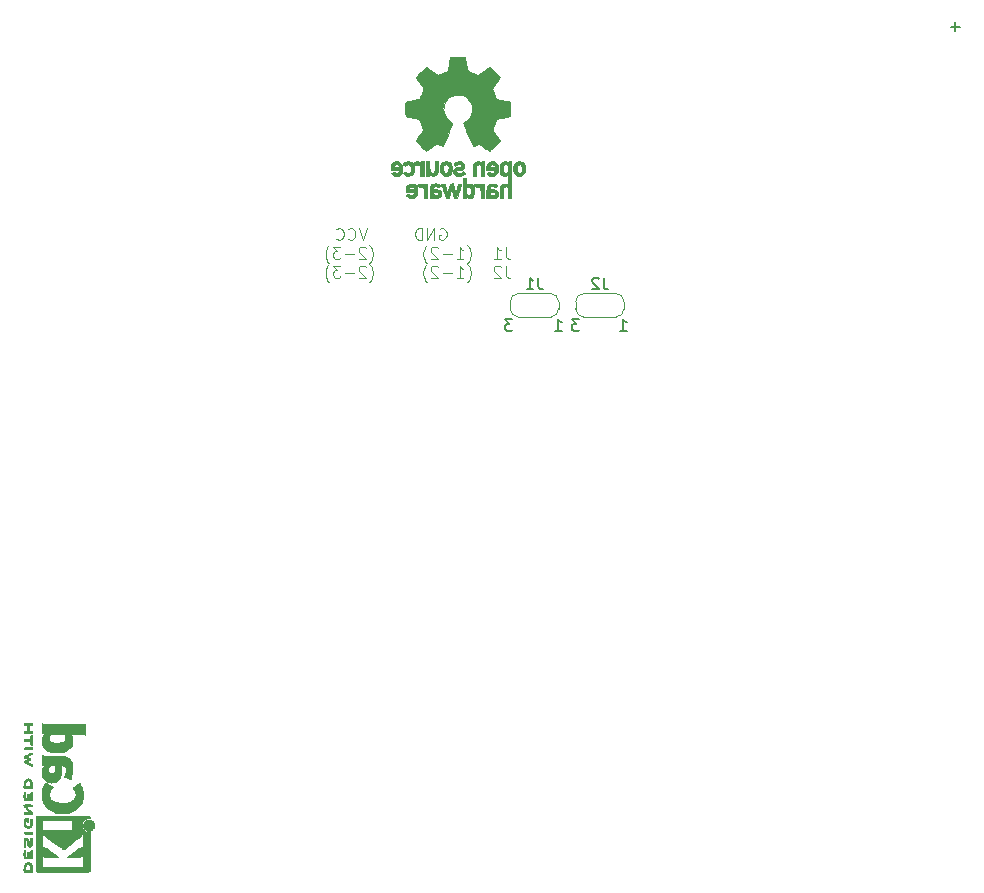
<source format=gbr>
%TF.GenerationSoftware,KiCad,Pcbnew,5.1.6-c6e7f7d~87~ubuntu19.10.1*%
%TF.CreationDate,2021-01-18T21:02:38-03:00*%
%TF.ProjectId,VLTUnivesp,564c5455-6e69-4766-9573-702e6b696361,rev?*%
%TF.SameCoordinates,Original*%
%TF.FileFunction,Legend,Bot*%
%TF.FilePolarity,Positive*%
%FSLAX46Y46*%
G04 Gerber Fmt 4.6, Leading zero omitted, Abs format (unit mm)*
G04 Created by KiCad (PCBNEW 5.1.6-c6e7f7d~87~ubuntu19.10.1) date 2021-01-18 21:02:38*
%MOMM*%
%LPD*%
G01*
G04 APERTURE LIST*
%ADD10C,0.100000*%
%ADD11C,0.150000*%
%ADD12C,0.010000*%
%ADD13C,0.120000*%
G04 APERTURE END LIST*
D10*
X80504561Y-84666400D02*
X80599800Y-84618780D01*
X80742657Y-84618780D01*
X80885514Y-84666400D01*
X80980752Y-84761638D01*
X81028371Y-84856876D01*
X81075990Y-85047352D01*
X81075990Y-85190209D01*
X81028371Y-85380685D01*
X80980752Y-85475923D01*
X80885514Y-85571161D01*
X80742657Y-85618780D01*
X80647419Y-85618780D01*
X80504561Y-85571161D01*
X80456942Y-85523542D01*
X80456942Y-85190209D01*
X80647419Y-85190209D01*
X80028371Y-85618780D02*
X80028371Y-84618780D01*
X79456942Y-85618780D01*
X79456942Y-84618780D01*
X78980752Y-85618780D02*
X78980752Y-84618780D01*
X78742657Y-84618780D01*
X78599800Y-84666400D01*
X78504561Y-84761638D01*
X78456942Y-84856876D01*
X78409323Y-85047352D01*
X78409323Y-85190209D01*
X78456942Y-85380685D01*
X78504561Y-85475923D01*
X78599800Y-85571161D01*
X78742657Y-85618780D01*
X78980752Y-85618780D01*
X74314085Y-84618780D02*
X73980752Y-85618780D01*
X73647419Y-84618780D01*
X72742657Y-85523542D02*
X72790276Y-85571161D01*
X72933133Y-85618780D01*
X73028371Y-85618780D01*
X73171228Y-85571161D01*
X73266466Y-85475923D01*
X73314085Y-85380685D01*
X73361704Y-85190209D01*
X73361704Y-85047352D01*
X73314085Y-84856876D01*
X73266466Y-84761638D01*
X73171228Y-84666400D01*
X73028371Y-84618780D01*
X72933133Y-84618780D01*
X72790276Y-84666400D01*
X72742657Y-84714019D01*
X71742657Y-85523542D02*
X71790276Y-85571161D01*
X71933133Y-85618780D01*
X72028371Y-85618780D01*
X72171228Y-85571161D01*
X72266466Y-85475923D01*
X72314085Y-85380685D01*
X72361704Y-85190209D01*
X72361704Y-85047352D01*
X72314085Y-84856876D01*
X72266466Y-84761638D01*
X72171228Y-84666400D01*
X72028371Y-84618780D01*
X71933133Y-84618780D01*
X71790276Y-84666400D01*
X71742657Y-84714019D01*
X86075990Y-86218780D02*
X86075990Y-86933066D01*
X86123609Y-87075923D01*
X86218847Y-87171161D01*
X86361704Y-87218780D01*
X86456942Y-87218780D01*
X85075990Y-87218780D02*
X85647419Y-87218780D01*
X85361704Y-87218780D02*
X85361704Y-86218780D01*
X85456942Y-86361638D01*
X85552180Y-86456876D01*
X85647419Y-86504495D01*
X82837895Y-87599733D02*
X82885514Y-87552114D01*
X82980752Y-87409257D01*
X83028371Y-87314019D01*
X83075990Y-87171161D01*
X83123609Y-86933066D01*
X83123609Y-86742590D01*
X83075990Y-86504495D01*
X83028371Y-86361638D01*
X82980752Y-86266400D01*
X82885514Y-86123542D01*
X82837895Y-86075923D01*
X81933133Y-87218780D02*
X82504561Y-87218780D01*
X82218847Y-87218780D02*
X82218847Y-86218780D01*
X82314085Y-86361638D01*
X82409323Y-86456876D01*
X82504561Y-86504495D01*
X81504561Y-86837828D02*
X80742657Y-86837828D01*
X80314085Y-86314019D02*
X80266466Y-86266400D01*
X80171228Y-86218780D01*
X79933133Y-86218780D01*
X79837895Y-86266400D01*
X79790276Y-86314019D01*
X79742657Y-86409257D01*
X79742657Y-86504495D01*
X79790276Y-86647352D01*
X80361704Y-87218780D01*
X79742657Y-87218780D01*
X79409323Y-87599733D02*
X79361704Y-87552114D01*
X79266466Y-87409257D01*
X79218847Y-87314019D01*
X79171228Y-87171161D01*
X79123609Y-86933066D01*
X79123609Y-86742590D01*
X79171228Y-86504495D01*
X79218847Y-86361638D01*
X79266466Y-86266400D01*
X79361704Y-86123542D01*
X79409323Y-86075923D01*
X74552180Y-87599733D02*
X74599800Y-87552114D01*
X74695038Y-87409257D01*
X74742657Y-87314019D01*
X74790276Y-87171161D01*
X74837895Y-86933066D01*
X74837895Y-86742590D01*
X74790276Y-86504495D01*
X74742657Y-86361638D01*
X74695038Y-86266400D01*
X74599800Y-86123542D01*
X74552180Y-86075923D01*
X74218847Y-86314019D02*
X74171228Y-86266400D01*
X74075990Y-86218780D01*
X73837895Y-86218780D01*
X73742657Y-86266400D01*
X73695038Y-86314019D01*
X73647419Y-86409257D01*
X73647419Y-86504495D01*
X73695038Y-86647352D01*
X74266466Y-87218780D01*
X73647419Y-87218780D01*
X73218847Y-86837828D02*
X72456942Y-86837828D01*
X72075990Y-86218780D02*
X71456942Y-86218780D01*
X71790276Y-86599733D01*
X71647419Y-86599733D01*
X71552180Y-86647352D01*
X71504561Y-86694971D01*
X71456942Y-86790209D01*
X71456942Y-87028304D01*
X71504561Y-87123542D01*
X71552180Y-87171161D01*
X71647419Y-87218780D01*
X71933133Y-87218780D01*
X72028371Y-87171161D01*
X72075990Y-87123542D01*
X71123609Y-87599733D02*
X71075990Y-87552114D01*
X70980752Y-87409257D01*
X70933133Y-87314019D01*
X70885514Y-87171161D01*
X70837895Y-86933066D01*
X70837895Y-86742590D01*
X70885514Y-86504495D01*
X70933133Y-86361638D01*
X70980752Y-86266400D01*
X71075990Y-86123542D01*
X71123609Y-86075923D01*
X86075990Y-87818780D02*
X86075990Y-88533066D01*
X86123609Y-88675923D01*
X86218847Y-88771161D01*
X86361704Y-88818780D01*
X86456942Y-88818780D01*
X85647419Y-87914019D02*
X85599800Y-87866400D01*
X85504561Y-87818780D01*
X85266466Y-87818780D01*
X85171228Y-87866400D01*
X85123609Y-87914019D01*
X85075990Y-88009257D01*
X85075990Y-88104495D01*
X85123609Y-88247352D01*
X85695038Y-88818780D01*
X85075990Y-88818780D01*
X82837895Y-89199733D02*
X82885514Y-89152114D01*
X82980752Y-89009257D01*
X83028371Y-88914019D01*
X83075990Y-88771161D01*
X83123609Y-88533066D01*
X83123609Y-88342590D01*
X83075990Y-88104495D01*
X83028371Y-87961638D01*
X82980752Y-87866400D01*
X82885514Y-87723542D01*
X82837895Y-87675923D01*
X81933133Y-88818780D02*
X82504561Y-88818780D01*
X82218847Y-88818780D02*
X82218847Y-87818780D01*
X82314085Y-87961638D01*
X82409323Y-88056876D01*
X82504561Y-88104495D01*
X81504561Y-88437828D02*
X80742657Y-88437828D01*
X80314085Y-87914019D02*
X80266466Y-87866400D01*
X80171228Y-87818780D01*
X79933133Y-87818780D01*
X79837895Y-87866400D01*
X79790276Y-87914019D01*
X79742657Y-88009257D01*
X79742657Y-88104495D01*
X79790276Y-88247352D01*
X80361704Y-88818780D01*
X79742657Y-88818780D01*
X79409323Y-89199733D02*
X79361704Y-89152114D01*
X79266466Y-89009257D01*
X79218847Y-88914019D01*
X79171228Y-88771161D01*
X79123609Y-88533066D01*
X79123609Y-88342590D01*
X79171228Y-88104495D01*
X79218847Y-87961638D01*
X79266466Y-87866400D01*
X79361704Y-87723542D01*
X79409323Y-87675923D01*
X74552180Y-89199733D02*
X74599800Y-89152114D01*
X74695038Y-89009257D01*
X74742657Y-88914019D01*
X74790276Y-88771161D01*
X74837895Y-88533066D01*
X74837895Y-88342590D01*
X74790276Y-88104495D01*
X74742657Y-87961638D01*
X74695038Y-87866400D01*
X74599800Y-87723542D01*
X74552180Y-87675923D01*
X74218847Y-87914019D02*
X74171228Y-87866400D01*
X74075990Y-87818780D01*
X73837895Y-87818780D01*
X73742657Y-87866400D01*
X73695038Y-87914019D01*
X73647419Y-88009257D01*
X73647419Y-88104495D01*
X73695038Y-88247352D01*
X74266466Y-88818780D01*
X73647419Y-88818780D01*
X73218847Y-88437828D02*
X72456942Y-88437828D01*
X72075990Y-87818780D02*
X71456942Y-87818780D01*
X71790276Y-88199733D01*
X71647419Y-88199733D01*
X71552180Y-88247352D01*
X71504561Y-88294971D01*
X71456942Y-88390209D01*
X71456942Y-88628304D01*
X71504561Y-88723542D01*
X71552180Y-88771161D01*
X71647419Y-88818780D01*
X71933133Y-88818780D01*
X72028371Y-88771161D01*
X72075990Y-88723542D01*
X71123609Y-89199733D02*
X71075990Y-89152114D01*
X70980752Y-89009257D01*
X70933133Y-88914019D01*
X70885514Y-88771161D01*
X70837895Y-88533066D01*
X70837895Y-88342590D01*
X70885514Y-88104495D01*
X70933133Y-87961638D01*
X70980752Y-87866400D01*
X71075990Y-87723542D01*
X71123609Y-87675923D01*
D11*
X123761547Y-67584628D02*
X124523452Y-67584628D01*
X124142500Y-67965580D02*
X124142500Y-67203676D01*
D12*
%TO.C,REF\u002A\u002A*%
G36*
X85822091Y-79007960D02*
G01*
X85769588Y-79033899D01*
X85704842Y-79079100D01*
X85657653Y-79128391D01*
X85625335Y-79190285D01*
X85605203Y-79273296D01*
X85594570Y-79385938D01*
X85590753Y-79536724D01*
X85590530Y-79601549D01*
X85591182Y-79743621D01*
X85593888Y-79845157D01*
X85599776Y-79915415D01*
X85609973Y-79963656D01*
X85625606Y-79999138D01*
X85641872Y-80023343D01*
X85745705Y-80126329D01*
X85867979Y-80188274D01*
X85999886Y-80206906D01*
X86132616Y-80179949D01*
X86174667Y-80160886D01*
X86275334Y-80108415D01*
X86275334Y-80930659D01*
X86201865Y-80892667D01*
X86105059Y-80863272D01*
X85986072Y-80855742D01*
X85867255Y-80869645D01*
X85777527Y-80900876D01*
X85703101Y-80960354D01*
X85639510Y-81045466D01*
X85634729Y-81054205D01*
X85614563Y-81095366D01*
X85599835Y-81136854D01*
X85589697Y-81187113D01*
X85583301Y-81254584D01*
X85579799Y-81347709D01*
X85578342Y-81474931D01*
X85578079Y-81618101D01*
X85578079Y-82074871D01*
X85852000Y-82074871D01*
X85852000Y-81232631D01*
X85928617Y-81168163D01*
X86008207Y-81116594D01*
X86083578Y-81107218D01*
X86159367Y-81131347D01*
X86199759Y-81154974D01*
X86229821Y-81188627D01*
X86251203Y-81239487D01*
X86265550Y-81314734D01*
X86274510Y-81421546D01*
X86279730Y-81567104D01*
X86281569Y-81663988D01*
X86287785Y-82062420D01*
X86418520Y-82069947D01*
X86549255Y-82077473D01*
X86549255Y-79604982D01*
X86275334Y-79604982D01*
X86268350Y-79742823D01*
X86244818Y-79838507D01*
X86200865Y-79898041D01*
X86132618Y-79927429D01*
X86063667Y-79933302D01*
X85985614Y-79926554D01*
X85933811Y-79899994D01*
X85901417Y-79864899D01*
X85875916Y-79827152D01*
X85860735Y-79785100D01*
X85853981Y-79726179D01*
X85853759Y-79637828D01*
X85856032Y-79563848D01*
X85861251Y-79452400D01*
X85869021Y-79379233D01*
X85882105Y-79332822D01*
X85903268Y-79301644D01*
X85923240Y-79283623D01*
X86006686Y-79244325D01*
X86105449Y-79237979D01*
X86162159Y-79251516D01*
X86218308Y-79299633D01*
X86255501Y-79393233D01*
X86273528Y-79531654D01*
X86275334Y-79604982D01*
X86549255Y-79604982D01*
X86549255Y-78987028D01*
X86412295Y-78987028D01*
X86330065Y-78990279D01*
X86287640Y-79001826D01*
X86275339Y-79024352D01*
X86275334Y-79025020D01*
X86269626Y-79047081D01*
X86244453Y-79044576D01*
X86194402Y-79020335D01*
X86077781Y-78983251D01*
X85946571Y-78979353D01*
X85822091Y-79007960D01*
G37*
X85822091Y-79007960D02*
X85769588Y-79033899D01*
X85704842Y-79079100D01*
X85657653Y-79128391D01*
X85625335Y-79190285D01*
X85605203Y-79273296D01*
X85594570Y-79385938D01*
X85590753Y-79536724D01*
X85590530Y-79601549D01*
X85591182Y-79743621D01*
X85593888Y-79845157D01*
X85599776Y-79915415D01*
X85609973Y-79963656D01*
X85625606Y-79999138D01*
X85641872Y-80023343D01*
X85745705Y-80126329D01*
X85867979Y-80188274D01*
X85999886Y-80206906D01*
X86132616Y-80179949D01*
X86174667Y-80160886D01*
X86275334Y-80108415D01*
X86275334Y-80930659D01*
X86201865Y-80892667D01*
X86105059Y-80863272D01*
X85986072Y-80855742D01*
X85867255Y-80869645D01*
X85777527Y-80900876D01*
X85703101Y-80960354D01*
X85639510Y-81045466D01*
X85634729Y-81054205D01*
X85614563Y-81095366D01*
X85599835Y-81136854D01*
X85589697Y-81187113D01*
X85583301Y-81254584D01*
X85579799Y-81347709D01*
X85578342Y-81474931D01*
X85578079Y-81618101D01*
X85578079Y-82074871D01*
X85852000Y-82074871D01*
X85852000Y-81232631D01*
X85928617Y-81168163D01*
X86008207Y-81116594D01*
X86083578Y-81107218D01*
X86159367Y-81131347D01*
X86199759Y-81154974D01*
X86229821Y-81188627D01*
X86251203Y-81239487D01*
X86265550Y-81314734D01*
X86274510Y-81421546D01*
X86279730Y-81567104D01*
X86281569Y-81663988D01*
X86287785Y-82062420D01*
X86418520Y-82069947D01*
X86549255Y-82077473D01*
X86549255Y-79604982D01*
X86275334Y-79604982D01*
X86268350Y-79742823D01*
X86244818Y-79838507D01*
X86200865Y-79898041D01*
X86132618Y-79927429D01*
X86063667Y-79933302D01*
X85985614Y-79926554D01*
X85933811Y-79899994D01*
X85901417Y-79864899D01*
X85875916Y-79827152D01*
X85860735Y-79785100D01*
X85853981Y-79726179D01*
X85853759Y-79637828D01*
X85856032Y-79563848D01*
X85861251Y-79452400D01*
X85869021Y-79379233D01*
X85882105Y-79332822D01*
X85903268Y-79301644D01*
X85923240Y-79283623D01*
X86006686Y-79244325D01*
X86105449Y-79237979D01*
X86162159Y-79251516D01*
X86218308Y-79299633D01*
X86255501Y-79393233D01*
X86273528Y-79531654D01*
X86275334Y-79604982D01*
X86549255Y-79604982D01*
X86549255Y-78987028D01*
X86412295Y-78987028D01*
X86330065Y-78990279D01*
X86287640Y-79001826D01*
X86275339Y-79024352D01*
X86275334Y-79025020D01*
X86269626Y-79047081D01*
X86244453Y-79044576D01*
X86194402Y-79020335D01*
X86077781Y-78983251D01*
X85946571Y-78979353D01*
X85822091Y-79007960D01*
G36*
X84783280Y-80864322D02*
G01*
X84666130Y-80895580D01*
X84576949Y-80952237D01*
X84514016Y-81026445D01*
X84494452Y-81058116D01*
X84480008Y-81091291D01*
X84469911Y-81133729D01*
X84463385Y-81193188D01*
X84459658Y-81277429D01*
X84457954Y-81394210D01*
X84457500Y-81551290D01*
X84457491Y-81592965D01*
X84457491Y-82074871D01*
X84577020Y-82074871D01*
X84653261Y-82069531D01*
X84709634Y-82056004D01*
X84723758Y-82047662D01*
X84762370Y-82033264D01*
X84801808Y-82047662D01*
X84866738Y-82065637D01*
X84961055Y-82072872D01*
X85065593Y-82069733D01*
X85161189Y-82056586D01*
X85217000Y-82039718D01*
X85325002Y-81970386D01*
X85392497Y-81874172D01*
X85422841Y-81746244D01*
X85423123Y-81742959D01*
X85420460Y-81686208D01*
X85179647Y-81686208D01*
X85158595Y-81750758D01*
X85124303Y-81787086D01*
X85055468Y-81814562D01*
X84964610Y-81825529D01*
X84871958Y-81820131D01*
X84797744Y-81798510D01*
X84776951Y-81784639D01*
X84740619Y-81720543D01*
X84731412Y-81647678D01*
X84731412Y-81551930D01*
X84869173Y-81551930D01*
X85000047Y-81562005D01*
X85099259Y-81590548D01*
X85160977Y-81635039D01*
X85179647Y-81686208D01*
X85420460Y-81686208D01*
X85416564Y-81603190D01*
X85370466Y-81492682D01*
X85283800Y-81409112D01*
X85271821Y-81401510D01*
X85220345Y-81376757D01*
X85156632Y-81361768D01*
X85067565Y-81354482D01*
X84961755Y-81352807D01*
X84731412Y-81352714D01*
X84731412Y-81256155D01*
X84741183Y-81181236D01*
X84766116Y-81131044D01*
X84769035Y-81128372D01*
X84824519Y-81106415D01*
X84908273Y-81097905D01*
X85000833Y-81102087D01*
X85082730Y-81118209D01*
X85131327Y-81142390D01*
X85157659Y-81161759D01*
X85185465Y-81165457D01*
X85223839Y-81149588D01*
X85281875Y-81110255D01*
X85368669Y-81043564D01*
X85376635Y-81037316D01*
X85372553Y-81014200D01*
X85338499Y-80975752D01*
X85286740Y-80933027D01*
X85229545Y-80897079D01*
X85211575Y-80888591D01*
X85146028Y-80871652D01*
X85049980Y-80859570D01*
X84942671Y-80854723D01*
X84937653Y-80854713D01*
X84783280Y-80864322D01*
G37*
X84783280Y-80864322D02*
X84666130Y-80895580D01*
X84576949Y-80952237D01*
X84514016Y-81026445D01*
X84494452Y-81058116D01*
X84480008Y-81091291D01*
X84469911Y-81133729D01*
X84463385Y-81193188D01*
X84459658Y-81277429D01*
X84457954Y-81394210D01*
X84457500Y-81551290D01*
X84457491Y-81592965D01*
X84457491Y-82074871D01*
X84577020Y-82074871D01*
X84653261Y-82069531D01*
X84709634Y-82056004D01*
X84723758Y-82047662D01*
X84762370Y-82033264D01*
X84801808Y-82047662D01*
X84866738Y-82065637D01*
X84961055Y-82072872D01*
X85065593Y-82069733D01*
X85161189Y-82056586D01*
X85217000Y-82039718D01*
X85325002Y-81970386D01*
X85392497Y-81874172D01*
X85422841Y-81746244D01*
X85423123Y-81742959D01*
X85420460Y-81686208D01*
X85179647Y-81686208D01*
X85158595Y-81750758D01*
X85124303Y-81787086D01*
X85055468Y-81814562D01*
X84964610Y-81825529D01*
X84871958Y-81820131D01*
X84797744Y-81798510D01*
X84776951Y-81784639D01*
X84740619Y-81720543D01*
X84731412Y-81647678D01*
X84731412Y-81551930D01*
X84869173Y-81551930D01*
X85000047Y-81562005D01*
X85099259Y-81590548D01*
X85160977Y-81635039D01*
X85179647Y-81686208D01*
X85420460Y-81686208D01*
X85416564Y-81603190D01*
X85370466Y-81492682D01*
X85283800Y-81409112D01*
X85271821Y-81401510D01*
X85220345Y-81376757D01*
X85156632Y-81361768D01*
X85067565Y-81354482D01*
X84961755Y-81352807D01*
X84731412Y-81352714D01*
X84731412Y-81256155D01*
X84741183Y-81181236D01*
X84766116Y-81131044D01*
X84769035Y-81128372D01*
X84824519Y-81106415D01*
X84908273Y-81097905D01*
X85000833Y-81102087D01*
X85082730Y-81118209D01*
X85131327Y-81142390D01*
X85157659Y-81161759D01*
X85185465Y-81165457D01*
X85223839Y-81149588D01*
X85281875Y-81110255D01*
X85368669Y-81043564D01*
X85376635Y-81037316D01*
X85372553Y-81014200D01*
X85338499Y-80975752D01*
X85286740Y-80933027D01*
X85229545Y-80897079D01*
X85211575Y-80888591D01*
X85146028Y-80871652D01*
X85049980Y-80859570D01*
X84942671Y-80854723D01*
X84937653Y-80854713D01*
X84783280Y-80864322D01*
G36*
X84009236Y-80857321D02*
G01*
X83971970Y-80868491D01*
X83959957Y-80893033D01*
X83959451Y-80904112D01*
X83957296Y-80934972D01*
X83942449Y-80939817D01*
X83902343Y-80918660D01*
X83878520Y-80904206D01*
X83803362Y-80873250D01*
X83713594Y-80857944D01*
X83619471Y-80856767D01*
X83531246Y-80868199D01*
X83459174Y-80890720D01*
X83413508Y-80922809D01*
X83404502Y-80962945D01*
X83409047Y-80973815D01*
X83442179Y-81018934D01*
X83493555Y-81074426D01*
X83502848Y-81083396D01*
X83551818Y-81124645D01*
X83594069Y-81137972D01*
X83653159Y-81128671D01*
X83676831Y-81122490D01*
X83750496Y-81107646D01*
X83802290Y-81114321D01*
X83846031Y-81137865D01*
X83886098Y-81169461D01*
X83915608Y-81209198D01*
X83936116Y-81264652D01*
X83949176Y-81343403D01*
X83956344Y-81453029D01*
X83959176Y-81601106D01*
X83959451Y-81690511D01*
X83959451Y-82074871D01*
X84208471Y-82074871D01*
X84208471Y-80854675D01*
X84083961Y-80854675D01*
X84009236Y-80857321D01*
G37*
X84009236Y-80857321D02*
X83971970Y-80868491D01*
X83959957Y-80893033D01*
X83959451Y-80904112D01*
X83957296Y-80934972D01*
X83942449Y-80939817D01*
X83902343Y-80918660D01*
X83878520Y-80904206D01*
X83803362Y-80873250D01*
X83713594Y-80857944D01*
X83619471Y-80856767D01*
X83531246Y-80868199D01*
X83459174Y-80890720D01*
X83413508Y-80922809D01*
X83404502Y-80962945D01*
X83409047Y-80973815D01*
X83442179Y-81018934D01*
X83493555Y-81074426D01*
X83502848Y-81083396D01*
X83551818Y-81124645D01*
X83594069Y-81137972D01*
X83653159Y-81128671D01*
X83676831Y-81122490D01*
X83750496Y-81107646D01*
X83802290Y-81114321D01*
X83846031Y-81137865D01*
X83886098Y-81169461D01*
X83915608Y-81209198D01*
X83936116Y-81264652D01*
X83949176Y-81343403D01*
X83956344Y-81453029D01*
X83959176Y-81601106D01*
X83959451Y-81690511D01*
X83959451Y-82074871D01*
X84208471Y-82074871D01*
X84208471Y-80854675D01*
X84083961Y-80854675D01*
X84009236Y-80857321D01*
G36*
X82440432Y-82074871D02*
G01*
X82577393Y-82074871D01*
X82656889Y-82072540D01*
X82698292Y-82062888D01*
X82713199Y-82041925D01*
X82714353Y-82027751D01*
X82716867Y-81999327D01*
X82732720Y-81993875D01*
X82774379Y-82011398D01*
X82806776Y-82027751D01*
X82931151Y-82066503D01*
X83066354Y-82068746D01*
X83176274Y-82039844D01*
X83278634Y-81970019D01*
X83356660Y-81866955D01*
X83399386Y-81745389D01*
X83400474Y-81738592D01*
X83406822Y-81664432D01*
X83409979Y-81557970D01*
X83409725Y-81477452D01*
X83137711Y-81477452D01*
X83131410Y-81584470D01*
X83117075Y-81672678D01*
X83097669Y-81722490D01*
X83024254Y-81790562D01*
X82937086Y-81814964D01*
X82847196Y-81795231D01*
X82770383Y-81736368D01*
X82741292Y-81696779D01*
X82724283Y-81649538D01*
X82716316Y-81580581D01*
X82714353Y-81477007D01*
X82717866Y-81374439D01*
X82727143Y-81284321D01*
X82740294Y-81224013D01*
X82742486Y-81218608D01*
X82795522Y-81154340D01*
X82872933Y-81119056D01*
X82959546Y-81113359D01*
X83040193Y-81137853D01*
X83099703Y-81193142D01*
X83105876Y-81204143D01*
X83125199Y-81271227D01*
X83135726Y-81367684D01*
X83137711Y-81477452D01*
X83409725Y-81477452D01*
X83409596Y-81436625D01*
X83407806Y-81371318D01*
X83395627Y-81209755D01*
X83370315Y-81088453D01*
X83328207Y-80998779D01*
X83265641Y-80932099D01*
X83204900Y-80892957D01*
X83120036Y-80865440D01*
X83014485Y-80856003D01*
X82906402Y-80863690D01*
X82813942Y-80887546D01*
X82765090Y-80916085D01*
X82714353Y-80962001D01*
X82714353Y-80381537D01*
X82440432Y-80381537D01*
X82440432Y-82074871D01*
G37*
X82440432Y-82074871D02*
X82577393Y-82074871D01*
X82656889Y-82072540D01*
X82698292Y-82062888D01*
X82713199Y-82041925D01*
X82714353Y-82027751D01*
X82716867Y-81999327D01*
X82732720Y-81993875D01*
X82774379Y-82011398D01*
X82806776Y-82027751D01*
X82931151Y-82066503D01*
X83066354Y-82068746D01*
X83176274Y-82039844D01*
X83278634Y-81970019D01*
X83356660Y-81866955D01*
X83399386Y-81745389D01*
X83400474Y-81738592D01*
X83406822Y-81664432D01*
X83409979Y-81557970D01*
X83409725Y-81477452D01*
X83137711Y-81477452D01*
X83131410Y-81584470D01*
X83117075Y-81672678D01*
X83097669Y-81722490D01*
X83024254Y-81790562D01*
X82937086Y-81814964D01*
X82847196Y-81795231D01*
X82770383Y-81736368D01*
X82741292Y-81696779D01*
X82724283Y-81649538D01*
X82716316Y-81580581D01*
X82714353Y-81477007D01*
X82717866Y-81374439D01*
X82727143Y-81284321D01*
X82740294Y-81224013D01*
X82742486Y-81218608D01*
X82795522Y-81154340D01*
X82872933Y-81119056D01*
X82959546Y-81113359D01*
X83040193Y-81137853D01*
X83099703Y-81193142D01*
X83105876Y-81204143D01*
X83125199Y-81271227D01*
X83135726Y-81367684D01*
X83137711Y-81477452D01*
X83409725Y-81477452D01*
X83409596Y-81436625D01*
X83407806Y-81371318D01*
X83395627Y-81209755D01*
X83370315Y-81088453D01*
X83328207Y-80998779D01*
X83265641Y-80932099D01*
X83204900Y-80892957D01*
X83120036Y-80865440D01*
X83014485Y-80856003D01*
X82906402Y-80863690D01*
X82813942Y-80887546D01*
X82765090Y-80916085D01*
X82714353Y-80962001D01*
X82714353Y-80381537D01*
X82440432Y-80381537D01*
X82440432Y-82074871D01*
G36*
X81484472Y-80859732D02*
G01*
X81385986Y-80867126D01*
X81257224Y-81253106D01*
X81128463Y-81639086D01*
X81088089Y-81502126D01*
X81063793Y-81417483D01*
X81031833Y-81303097D01*
X80997321Y-81177363D01*
X80979072Y-81109920D01*
X80910429Y-80854675D01*
X80627227Y-80854675D01*
X80711878Y-81122371D01*
X80753565Y-81254038D01*
X80803926Y-81412858D01*
X80856519Y-81578528D01*
X80903470Y-81726243D01*
X81010411Y-82062420D01*
X81241339Y-82077444D01*
X81303950Y-81870716D01*
X81342562Y-81742296D01*
X81384700Y-81600722D01*
X81421528Y-81475685D01*
X81422982Y-81470709D01*
X81450489Y-81385986D01*
X81474758Y-81328178D01*
X81491757Y-81306318D01*
X81495250Y-81308846D01*
X81507510Y-81342736D01*
X81530805Y-81415330D01*
X81562300Y-81517501D01*
X81599158Y-81640120D01*
X81619101Y-81707567D01*
X81727105Y-82074871D01*
X81956321Y-82074871D01*
X82139561Y-81495900D01*
X82191037Y-81333491D01*
X82237930Y-81186002D01*
X82278023Y-81060360D01*
X82309103Y-80963495D01*
X82328955Y-80902334D01*
X82334989Y-80884465D01*
X82330212Y-80866168D01*
X82292703Y-80858155D01*
X82214645Y-80858957D01*
X82202426Y-80859563D01*
X82057674Y-80867126D01*
X81962870Y-81215753D01*
X81928023Y-81342897D01*
X81896883Y-81454665D01*
X81872191Y-81541353D01*
X81856688Y-81593256D01*
X81853824Y-81601718D01*
X81841954Y-81591987D01*
X81818017Y-81541572D01*
X81784761Y-81457335D01*
X81744936Y-81346141D01*
X81711270Y-81245697D01*
X81582959Y-80852339D01*
X81484472Y-80859732D01*
G37*
X81484472Y-80859732D02*
X81385986Y-80867126D01*
X81257224Y-81253106D01*
X81128463Y-81639086D01*
X81088089Y-81502126D01*
X81063793Y-81417483D01*
X81031833Y-81303097D01*
X80997321Y-81177363D01*
X80979072Y-81109920D01*
X80910429Y-80854675D01*
X80627227Y-80854675D01*
X80711878Y-81122371D01*
X80753565Y-81254038D01*
X80803926Y-81412858D01*
X80856519Y-81578528D01*
X80903470Y-81726243D01*
X81010411Y-82062420D01*
X81241339Y-82077444D01*
X81303950Y-81870716D01*
X81342562Y-81742296D01*
X81384700Y-81600722D01*
X81421528Y-81475685D01*
X81422982Y-81470709D01*
X81450489Y-81385986D01*
X81474758Y-81328178D01*
X81491757Y-81306318D01*
X81495250Y-81308846D01*
X81507510Y-81342736D01*
X81530805Y-81415330D01*
X81562300Y-81517501D01*
X81599158Y-81640120D01*
X81619101Y-81707567D01*
X81727105Y-82074871D01*
X81956321Y-82074871D01*
X82139561Y-81495900D01*
X82191037Y-81333491D01*
X82237930Y-81186002D01*
X82278023Y-81060360D01*
X82309103Y-80963495D01*
X82328955Y-80902334D01*
X82334989Y-80884465D01*
X82330212Y-80866168D01*
X82292703Y-80858155D01*
X82214645Y-80858957D01*
X82202426Y-80859563D01*
X82057674Y-80867126D01*
X81962870Y-81215753D01*
X81928023Y-81342897D01*
X81896883Y-81454665D01*
X81872191Y-81541353D01*
X81856688Y-81593256D01*
X81853824Y-81601718D01*
X81841954Y-81591987D01*
X81818017Y-81541572D01*
X81784761Y-81457335D01*
X81744936Y-81346141D01*
X81711270Y-81245697D01*
X81582959Y-80852339D01*
X81484472Y-80859732D01*
G36*
X79985541Y-80862069D02*
G01*
X79880580Y-80887563D01*
X79850239Y-80901069D01*
X79791427Y-80936446D01*
X79746291Y-80976290D01*
X79712894Y-81027520D01*
X79689299Y-81097054D01*
X79673567Y-81191809D01*
X79663761Y-81318705D01*
X79657943Y-81484658D01*
X79655734Y-81595508D01*
X79647604Y-82074871D01*
X79786469Y-82074871D01*
X79870713Y-82071338D01*
X79914116Y-82059266D01*
X79925334Y-82038994D01*
X79931256Y-82017074D01*
X79957734Y-82021265D01*
X79993814Y-82038841D01*
X80084138Y-82065782D01*
X80200223Y-82073042D01*
X80322320Y-82061167D01*
X80430679Y-82030705D01*
X80440398Y-82026477D01*
X80539432Y-81956905D01*
X80604719Y-81860189D01*
X80634760Y-81747138D01*
X80632465Y-81706522D01*
X80387367Y-81706522D01*
X80365771Y-81761182D01*
X80301741Y-81800352D01*
X80198435Y-81821374D01*
X80143226Y-81824166D01*
X80051218Y-81817020D01*
X79990059Y-81789248D01*
X79975138Y-81776047D01*
X79934713Y-81704229D01*
X79925334Y-81639086D01*
X79925334Y-81551930D01*
X80046731Y-81551930D01*
X80187847Y-81559122D01*
X80286827Y-81581745D01*
X80349367Y-81621364D01*
X80363369Y-81639028D01*
X80387367Y-81706522D01*
X80632465Y-81706522D01*
X80628059Y-81628557D01*
X80583120Y-81515255D01*
X80521804Y-81438685D01*
X80484668Y-81405581D01*
X80448313Y-81383825D01*
X80401010Y-81370561D01*
X80331027Y-81362928D01*
X80226636Y-81358070D01*
X80185230Y-81356673D01*
X79925334Y-81348180D01*
X79925715Y-81269516D01*
X79935781Y-81186828D01*
X79972171Y-81136831D01*
X80045689Y-81104889D01*
X80047661Y-81104320D01*
X80151895Y-81091761D01*
X80253892Y-81108166D01*
X80329695Y-81148057D01*
X80360110Y-81167754D01*
X80392868Y-81165029D01*
X80443279Y-81136491D01*
X80472881Y-81116350D01*
X80530782Y-81073319D01*
X80566648Y-81041062D01*
X80572403Y-81031827D01*
X80548705Y-80984036D01*
X80478687Y-80926962D01*
X80448275Y-80907705D01*
X80360845Y-80874540D01*
X80243017Y-80855750D01*
X80112134Y-80851529D01*
X79985541Y-80862069D01*
G37*
X79985541Y-80862069D02*
X79880580Y-80887563D01*
X79850239Y-80901069D01*
X79791427Y-80936446D01*
X79746291Y-80976290D01*
X79712894Y-81027520D01*
X79689299Y-81097054D01*
X79673567Y-81191809D01*
X79663761Y-81318705D01*
X79657943Y-81484658D01*
X79655734Y-81595508D01*
X79647604Y-82074871D01*
X79786469Y-82074871D01*
X79870713Y-82071338D01*
X79914116Y-82059266D01*
X79925334Y-82038994D01*
X79931256Y-82017074D01*
X79957734Y-82021265D01*
X79993814Y-82038841D01*
X80084138Y-82065782D01*
X80200223Y-82073042D01*
X80322320Y-82061167D01*
X80430679Y-82030705D01*
X80440398Y-82026477D01*
X80539432Y-81956905D01*
X80604719Y-81860189D01*
X80634760Y-81747138D01*
X80632465Y-81706522D01*
X80387367Y-81706522D01*
X80365771Y-81761182D01*
X80301741Y-81800352D01*
X80198435Y-81821374D01*
X80143226Y-81824166D01*
X80051218Y-81817020D01*
X79990059Y-81789248D01*
X79975138Y-81776047D01*
X79934713Y-81704229D01*
X79925334Y-81639086D01*
X79925334Y-81551930D01*
X80046731Y-81551930D01*
X80187847Y-81559122D01*
X80286827Y-81581745D01*
X80349367Y-81621364D01*
X80363369Y-81639028D01*
X80387367Y-81706522D01*
X80632465Y-81706522D01*
X80628059Y-81628557D01*
X80583120Y-81515255D01*
X80521804Y-81438685D01*
X80484668Y-81405581D01*
X80448313Y-81383825D01*
X80401010Y-81370561D01*
X80331027Y-81362928D01*
X80226636Y-81358070D01*
X80185230Y-81356673D01*
X79925334Y-81348180D01*
X79925715Y-81269516D01*
X79935781Y-81186828D01*
X79972171Y-81136831D01*
X80045689Y-81104889D01*
X80047661Y-81104320D01*
X80151895Y-81091761D01*
X80253892Y-81108166D01*
X80329695Y-81148057D01*
X80360110Y-81167754D01*
X80392868Y-81165029D01*
X80443279Y-81136491D01*
X80472881Y-81116350D01*
X80530782Y-81073319D01*
X80566648Y-81041062D01*
X80572403Y-81031827D01*
X80548705Y-80984036D01*
X80478687Y-80926962D01*
X80448275Y-80907705D01*
X80360845Y-80874540D01*
X80243017Y-80855750D01*
X80112134Y-80851529D01*
X79985541Y-80862069D01*
G36*
X78803554Y-80854283D02*
G01*
X78707823Y-80873155D01*
X78653323Y-80901099D01*
X78595992Y-80947523D01*
X78677559Y-81050511D01*
X78727850Y-81112879D01*
X78761999Y-81143307D01*
X78795937Y-81147955D01*
X78845594Y-81132986D01*
X78868904Y-81124517D01*
X78963937Y-81112022D01*
X79050968Y-81138806D01*
X79114862Y-81199315D01*
X79125241Y-81218608D01*
X79136544Y-81269714D01*
X79145268Y-81363900D01*
X79151003Y-81494489D01*
X79153340Y-81654805D01*
X79153373Y-81677611D01*
X79153373Y-82074871D01*
X79427295Y-82074871D01*
X79427295Y-80854675D01*
X79290334Y-80854675D01*
X79211362Y-80856737D01*
X79170221Y-80865913D01*
X79155008Y-80886690D01*
X79153373Y-80906286D01*
X79153373Y-80957897D01*
X79087760Y-80906286D01*
X79012525Y-80871075D01*
X78911456Y-80853665D01*
X78803554Y-80854283D01*
G37*
X78803554Y-80854283D02*
X78707823Y-80873155D01*
X78653323Y-80901099D01*
X78595992Y-80947523D01*
X78677559Y-81050511D01*
X78727850Y-81112879D01*
X78761999Y-81143307D01*
X78795937Y-81147955D01*
X78845594Y-81132986D01*
X78868904Y-81124517D01*
X78963937Y-81112022D01*
X79050968Y-81138806D01*
X79114862Y-81199315D01*
X79125241Y-81218608D01*
X79136544Y-81269714D01*
X79145268Y-81363900D01*
X79151003Y-81494489D01*
X79153340Y-81654805D01*
X79153373Y-81677611D01*
X79153373Y-82074871D01*
X79427295Y-82074871D01*
X79427295Y-80854675D01*
X79290334Y-80854675D01*
X79211362Y-80856737D01*
X79170221Y-80865913D01*
X79155008Y-80886690D01*
X79153373Y-80906286D01*
X79153373Y-80957897D01*
X79087760Y-80906286D01*
X79012525Y-80871075D01*
X78911456Y-80853665D01*
X78803554Y-80854283D01*
G36*
X78016693Y-80861184D02*
G01*
X77897663Y-80892131D01*
X77797979Y-80956000D01*
X77749712Y-81003713D01*
X77670592Y-81116506D01*
X77625248Y-81247350D01*
X77609670Y-81408192D01*
X77609590Y-81421194D01*
X77609451Y-81551930D01*
X78361909Y-81551930D01*
X78345870Y-81620410D01*
X78316909Y-81682431D01*
X78266222Y-81747054D01*
X78255621Y-81757371D01*
X78164506Y-81813205D01*
X78060600Y-81822675D01*
X77941000Y-81785940D01*
X77920726Y-81776047D01*
X77858544Y-81745974D01*
X77816894Y-81728840D01*
X77809627Y-81727255D01*
X77784260Y-81742642D01*
X77735880Y-81780287D01*
X77711321Y-81800859D01*
X77660430Y-81848114D01*
X77643719Y-81879317D01*
X77655317Y-81908020D01*
X77661517Y-81915868D01*
X77703507Y-81950219D01*
X77772794Y-81991965D01*
X77821118Y-82016335D01*
X77958289Y-82059273D01*
X78110153Y-82073186D01*
X78253976Y-82056700D01*
X78294255Y-82044896D01*
X78418922Y-81978089D01*
X78511329Y-81875292D01*
X78572010Y-81735505D01*
X78601502Y-81557730D01*
X78604740Y-81464773D01*
X78595286Y-81329433D01*
X78356510Y-81329433D01*
X78333416Y-81339438D01*
X78271338Y-81347288D01*
X78181086Y-81351921D01*
X78119942Y-81352714D01*
X78009960Y-81351949D01*
X77940543Y-81348370D01*
X77902462Y-81340049D01*
X77886485Y-81325057D01*
X77883373Y-81303303D01*
X77904722Y-81236292D01*
X77958471Y-81170064D01*
X78029178Y-81119232D01*
X78099911Y-81098438D01*
X78195984Y-81116884D01*
X78279151Y-81170211D01*
X78336814Y-81247077D01*
X78356510Y-81329433D01*
X78595286Y-81329433D01*
X78590972Y-81267691D01*
X78548480Y-81110671D01*
X78476365Y-80992469D01*
X78373727Y-80911840D01*
X78239668Y-80867539D01*
X78167043Y-80859007D01*
X78016693Y-80861184D01*
G37*
X78016693Y-80861184D02*
X77897663Y-80892131D01*
X77797979Y-80956000D01*
X77749712Y-81003713D01*
X77670592Y-81116506D01*
X77625248Y-81247350D01*
X77609670Y-81408192D01*
X77609590Y-81421194D01*
X77609451Y-81551930D01*
X78361909Y-81551930D01*
X78345870Y-81620410D01*
X78316909Y-81682431D01*
X78266222Y-81747054D01*
X78255621Y-81757371D01*
X78164506Y-81813205D01*
X78060600Y-81822675D01*
X77941000Y-81785940D01*
X77920726Y-81776047D01*
X77858544Y-81745974D01*
X77816894Y-81728840D01*
X77809627Y-81727255D01*
X77784260Y-81742642D01*
X77735880Y-81780287D01*
X77711321Y-81800859D01*
X77660430Y-81848114D01*
X77643719Y-81879317D01*
X77655317Y-81908020D01*
X77661517Y-81915868D01*
X77703507Y-81950219D01*
X77772794Y-81991965D01*
X77821118Y-82016335D01*
X77958289Y-82059273D01*
X78110153Y-82073186D01*
X78253976Y-82056700D01*
X78294255Y-82044896D01*
X78418922Y-81978089D01*
X78511329Y-81875292D01*
X78572010Y-81735505D01*
X78601502Y-81557730D01*
X78604740Y-81464773D01*
X78595286Y-81329433D01*
X78356510Y-81329433D01*
X78333416Y-81339438D01*
X78271338Y-81347288D01*
X78181086Y-81351921D01*
X78119942Y-81352714D01*
X78009960Y-81351949D01*
X77940543Y-81348370D01*
X77902462Y-81340049D01*
X77886485Y-81325057D01*
X77883373Y-81303303D01*
X77904722Y-81236292D01*
X77958471Y-81170064D01*
X78029178Y-81119232D01*
X78099911Y-81098438D01*
X78195984Y-81116884D01*
X78279151Y-81170211D01*
X78336814Y-81247077D01*
X78356510Y-81329433D01*
X78595286Y-81329433D01*
X78590972Y-81267691D01*
X78548480Y-81110671D01*
X78476365Y-80992469D01*
X78373727Y-80911840D01*
X78239668Y-80867539D01*
X78167043Y-80859007D01*
X78016693Y-80861184D01*
G36*
X87068753Y-78999968D02*
G01*
X86938478Y-79057563D01*
X86839581Y-79153734D01*
X86771918Y-79288629D01*
X86735345Y-79462396D01*
X86732724Y-79489526D01*
X86730670Y-79680808D01*
X86757301Y-79848473D01*
X86810999Y-79984367D01*
X86839753Y-80028081D01*
X86939909Y-80120598D01*
X87067463Y-80180519D01*
X87210163Y-80205385D01*
X87355760Y-80192739D01*
X87466438Y-80153791D01*
X87561616Y-80088155D01*
X87639406Y-80002099D01*
X87640751Y-80000085D01*
X87672343Y-79946970D01*
X87692873Y-79893560D01*
X87705305Y-79826154D01*
X87712603Y-79731053D01*
X87715818Y-79653066D01*
X87717156Y-79582344D01*
X87468186Y-79582344D01*
X87465753Y-79652748D01*
X87456920Y-79746468D01*
X87441336Y-79806614D01*
X87413234Y-79849406D01*
X87386914Y-79874402D01*
X87293608Y-79926738D01*
X87195980Y-79933733D01*
X87105058Y-79896076D01*
X87059598Y-79853879D01*
X87026838Y-79811356D01*
X87007677Y-79770667D01*
X86999267Y-79717714D01*
X86998763Y-79638397D01*
X87001355Y-79565350D01*
X87006929Y-79461001D01*
X87015766Y-79393320D01*
X87031693Y-79349174D01*
X87058538Y-79315431D01*
X87079811Y-79296146D01*
X87168794Y-79245486D01*
X87264789Y-79242960D01*
X87345281Y-79272967D01*
X87413947Y-79335631D01*
X87454856Y-79438568D01*
X87468186Y-79582344D01*
X87717156Y-79582344D01*
X87718754Y-79497982D01*
X87713740Y-79382000D01*
X87698717Y-79294767D01*
X87671624Y-79225930D01*
X87630400Y-79165137D01*
X87615115Y-79147086D01*
X87519546Y-79057146D01*
X87417039Y-79004611D01*
X87291679Y-78982601D01*
X87230550Y-78980802D01*
X87068753Y-78999968D01*
G37*
X87068753Y-78999968D02*
X86938478Y-79057563D01*
X86839581Y-79153734D01*
X86771918Y-79288629D01*
X86735345Y-79462396D01*
X86732724Y-79489526D01*
X86730670Y-79680808D01*
X86757301Y-79848473D01*
X86810999Y-79984367D01*
X86839753Y-80028081D01*
X86939909Y-80120598D01*
X87067463Y-80180519D01*
X87210163Y-80205385D01*
X87355760Y-80192739D01*
X87466438Y-80153791D01*
X87561616Y-80088155D01*
X87639406Y-80002099D01*
X87640751Y-80000085D01*
X87672343Y-79946970D01*
X87692873Y-79893560D01*
X87705305Y-79826154D01*
X87712603Y-79731053D01*
X87715818Y-79653066D01*
X87717156Y-79582344D01*
X87468186Y-79582344D01*
X87465753Y-79652748D01*
X87456920Y-79746468D01*
X87441336Y-79806614D01*
X87413234Y-79849406D01*
X87386914Y-79874402D01*
X87293608Y-79926738D01*
X87195980Y-79933733D01*
X87105058Y-79896076D01*
X87059598Y-79853879D01*
X87026838Y-79811356D01*
X87007677Y-79770667D01*
X86999267Y-79717714D01*
X86998763Y-79638397D01*
X87001355Y-79565350D01*
X87006929Y-79461001D01*
X87015766Y-79393320D01*
X87031693Y-79349174D01*
X87058538Y-79315431D01*
X87079811Y-79296146D01*
X87168794Y-79245486D01*
X87264789Y-79242960D01*
X87345281Y-79272967D01*
X87413947Y-79335631D01*
X87454856Y-79438568D01*
X87468186Y-79582344D01*
X87717156Y-79582344D01*
X87718754Y-79497982D01*
X87713740Y-79382000D01*
X87698717Y-79294767D01*
X87671624Y-79225930D01*
X87630400Y-79165137D01*
X87615115Y-79147086D01*
X87519546Y-79057146D01*
X87417039Y-79004611D01*
X87291679Y-78982601D01*
X87230550Y-78980802D01*
X87068753Y-78999968D01*
G36*
X84728796Y-79014754D02*
G01*
X84703981Y-79026437D01*
X84618094Y-79089351D01*
X84536879Y-79181169D01*
X84476236Y-79282268D01*
X84458988Y-79328749D01*
X84443251Y-79411776D01*
X84433867Y-79512113D01*
X84432728Y-79553547D01*
X84432589Y-79684282D01*
X85185047Y-79684282D01*
X85169007Y-79752763D01*
X85129637Y-79833755D01*
X85060806Y-79903751D01*
X84978919Y-79948841D01*
X84926737Y-79958204D01*
X84855971Y-79946841D01*
X84771540Y-79918343D01*
X84742858Y-79905231D01*
X84636791Y-79852258D01*
X84546272Y-79921301D01*
X84494039Y-79967997D01*
X84466247Y-80006540D01*
X84464840Y-80017852D01*
X84489668Y-80045268D01*
X84544083Y-80086932D01*
X84593472Y-80119437D01*
X84726748Y-80177868D01*
X84876161Y-80204315D01*
X85024249Y-80197439D01*
X85142295Y-80161496D01*
X85263982Y-80084501D01*
X85350460Y-79983128D01*
X85404559Y-79851970D01*
X85429109Y-79685624D01*
X85431286Y-79609508D01*
X85422573Y-79435085D01*
X85421503Y-79430011D01*
X85172173Y-79430011D01*
X85165306Y-79446368D01*
X85137083Y-79455388D01*
X85078873Y-79459254D01*
X84982042Y-79460149D01*
X84944757Y-79460165D01*
X84831317Y-79458813D01*
X84759378Y-79453905D01*
X84720687Y-79444160D01*
X84706995Y-79428299D01*
X84706510Y-79423205D01*
X84722137Y-79382726D01*
X84761247Y-79326021D01*
X84778061Y-79306166D01*
X84840481Y-79250011D01*
X84905547Y-79227932D01*
X84940603Y-79226086D01*
X85035442Y-79249166D01*
X85114973Y-79311159D01*
X85165423Y-79401202D01*
X85166317Y-79404135D01*
X85172173Y-79430011D01*
X85421503Y-79430011D01*
X85393601Y-79297743D01*
X85341410Y-79187861D01*
X85277579Y-79109861D01*
X85159567Y-79025282D01*
X85020842Y-78980086D01*
X84873290Y-78976000D01*
X84728796Y-79014754D01*
G37*
X84728796Y-79014754D02*
X84703981Y-79026437D01*
X84618094Y-79089351D01*
X84536879Y-79181169D01*
X84476236Y-79282268D01*
X84458988Y-79328749D01*
X84443251Y-79411776D01*
X84433867Y-79512113D01*
X84432728Y-79553547D01*
X84432589Y-79684282D01*
X85185047Y-79684282D01*
X85169007Y-79752763D01*
X85129637Y-79833755D01*
X85060806Y-79903751D01*
X84978919Y-79948841D01*
X84926737Y-79958204D01*
X84855971Y-79946841D01*
X84771540Y-79918343D01*
X84742858Y-79905231D01*
X84636791Y-79852258D01*
X84546272Y-79921301D01*
X84494039Y-79967997D01*
X84466247Y-80006540D01*
X84464840Y-80017852D01*
X84489668Y-80045268D01*
X84544083Y-80086932D01*
X84593472Y-80119437D01*
X84726748Y-80177868D01*
X84876161Y-80204315D01*
X85024249Y-80197439D01*
X85142295Y-80161496D01*
X85263982Y-80084501D01*
X85350460Y-79983128D01*
X85404559Y-79851970D01*
X85429109Y-79685624D01*
X85431286Y-79609508D01*
X85422573Y-79435085D01*
X85421503Y-79430011D01*
X85172173Y-79430011D01*
X85165306Y-79446368D01*
X85137083Y-79455388D01*
X85078873Y-79459254D01*
X84982042Y-79460149D01*
X84944757Y-79460165D01*
X84831317Y-79458813D01*
X84759378Y-79453905D01*
X84720687Y-79444160D01*
X84706995Y-79428299D01*
X84706510Y-79423205D01*
X84722137Y-79382726D01*
X84761247Y-79326021D01*
X84778061Y-79306166D01*
X84840481Y-79250011D01*
X84905547Y-79227932D01*
X84940603Y-79226086D01*
X85035442Y-79249166D01*
X85114973Y-79311159D01*
X85165423Y-79401202D01*
X85166317Y-79404135D01*
X85172173Y-79430011D01*
X85421503Y-79430011D01*
X85393601Y-79297743D01*
X85341410Y-79187861D01*
X85277579Y-79109861D01*
X85159567Y-79025282D01*
X85020842Y-78980086D01*
X84873290Y-78976000D01*
X84728796Y-79014754D01*
G36*
X82014241Y-78982745D02*
G01*
X81919941Y-79000629D01*
X81822110Y-79038033D01*
X81811657Y-79042802D01*
X81737469Y-79081812D01*
X81686090Y-79118064D01*
X81669483Y-79141287D01*
X81685298Y-79179161D01*
X81723712Y-79235044D01*
X81740763Y-79255905D01*
X81811031Y-79338018D01*
X81901621Y-79284568D01*
X81987836Y-79248961D01*
X82087451Y-79229929D01*
X82182981Y-79228726D01*
X82256939Y-79246610D01*
X82274688Y-79257773D01*
X82308488Y-79308953D01*
X82312596Y-79367909D01*
X82287304Y-79413967D01*
X82272344Y-79422899D01*
X82227514Y-79433992D01*
X82148714Y-79447030D01*
X82051574Y-79459488D01*
X82033654Y-79461442D01*
X81877635Y-79488430D01*
X81764477Y-79534273D01*
X81689431Y-79603203D01*
X81647747Y-79699454D01*
X81634762Y-79817017D01*
X81652701Y-79950654D01*
X81710950Y-80055595D01*
X81809745Y-80132030D01*
X81949318Y-80180148D01*
X82104255Y-80199132D01*
X82230602Y-80198904D01*
X82333087Y-80181662D01*
X82403079Y-80157857D01*
X82491517Y-80116378D01*
X82573246Y-80068242D01*
X82602295Y-80047055D01*
X82677000Y-79986076D01*
X82586902Y-79894908D01*
X82496804Y-79803739D01*
X82394368Y-79871528D01*
X82291626Y-79922442D01*
X82181913Y-79949073D01*
X82076449Y-79951883D01*
X81986454Y-79931335D01*
X81923146Y-79887893D01*
X81902704Y-79851238D01*
X81905771Y-79792453D01*
X81956566Y-79747499D01*
X82054952Y-79716457D01*
X82162744Y-79702110D01*
X82328635Y-79674737D01*
X82451876Y-79623093D01*
X82534114Y-79545666D01*
X82576999Y-79440944D01*
X82582940Y-79316787D01*
X82553594Y-79187102D01*
X82486691Y-79089077D01*
X82381629Y-79022266D01*
X82237810Y-78986220D01*
X82131262Y-78979154D01*
X82014241Y-78982745D01*
G37*
X82014241Y-78982745D02*
X81919941Y-79000629D01*
X81822110Y-79038033D01*
X81811657Y-79042802D01*
X81737469Y-79081812D01*
X81686090Y-79118064D01*
X81669483Y-79141287D01*
X81685298Y-79179161D01*
X81723712Y-79235044D01*
X81740763Y-79255905D01*
X81811031Y-79338018D01*
X81901621Y-79284568D01*
X81987836Y-79248961D01*
X82087451Y-79229929D01*
X82182981Y-79228726D01*
X82256939Y-79246610D01*
X82274688Y-79257773D01*
X82308488Y-79308953D01*
X82312596Y-79367909D01*
X82287304Y-79413967D01*
X82272344Y-79422899D01*
X82227514Y-79433992D01*
X82148714Y-79447030D01*
X82051574Y-79459488D01*
X82033654Y-79461442D01*
X81877635Y-79488430D01*
X81764477Y-79534273D01*
X81689431Y-79603203D01*
X81647747Y-79699454D01*
X81634762Y-79817017D01*
X81652701Y-79950654D01*
X81710950Y-80055595D01*
X81809745Y-80132030D01*
X81949318Y-80180148D01*
X82104255Y-80199132D01*
X82230602Y-80198904D01*
X82333087Y-80181662D01*
X82403079Y-80157857D01*
X82491517Y-80116378D01*
X82573246Y-80068242D01*
X82602295Y-80047055D01*
X82677000Y-79986076D01*
X82586902Y-79894908D01*
X82496804Y-79803739D01*
X82394368Y-79871528D01*
X82291626Y-79922442D01*
X82181913Y-79949073D01*
X82076449Y-79951883D01*
X81986454Y-79931335D01*
X81923146Y-79887893D01*
X81902704Y-79851238D01*
X81905771Y-79792453D01*
X81956566Y-79747499D01*
X82054952Y-79716457D01*
X82162744Y-79702110D01*
X82328635Y-79674737D01*
X82451876Y-79623093D01*
X82534114Y-79545666D01*
X82576999Y-79440944D01*
X82582940Y-79316787D01*
X82553594Y-79187102D01*
X82486691Y-79089077D01*
X82381629Y-79022266D01*
X82237810Y-78986220D01*
X82131262Y-78979154D01*
X82014241Y-78982745D01*
G36*
X80832453Y-79001764D02*
G01*
X80706498Y-79070359D01*
X80607953Y-79178645D01*
X80561522Y-79266715D01*
X80541588Y-79344501D01*
X80528672Y-79455393D01*
X80523137Y-79583138D01*
X80525346Y-79711484D01*
X80535663Y-79824179D01*
X80547714Y-79884369D01*
X80588366Y-79966711D01*
X80658770Y-80054170D01*
X80743618Y-80130651D01*
X80827603Y-80180055D01*
X80829651Y-80180839D01*
X80933866Y-80202427D01*
X81057373Y-80202962D01*
X81174739Y-80183308D01*
X81220058Y-80167555D01*
X81336780Y-80101366D01*
X81420376Y-80014646D01*
X81475299Y-79899838D01*
X81506005Y-79749382D01*
X81512953Y-79670573D01*
X81512067Y-79571545D01*
X81245138Y-79571545D01*
X81236146Y-79716045D01*
X81210264Y-79826160D01*
X81169132Y-79896516D01*
X81139828Y-79916635D01*
X81064749Y-79930665D01*
X80975506Y-79926511D01*
X80898350Y-79906322D01*
X80878117Y-79895215D01*
X80824735Y-79830523D01*
X80789500Y-79731519D01*
X80774502Y-79611032D01*
X80781828Y-79481894D01*
X80798201Y-79404175D01*
X80845210Y-79314171D01*
X80919418Y-79257909D01*
X81008791Y-79238457D01*
X81101293Y-79258881D01*
X81172347Y-79308837D01*
X81209688Y-79350055D01*
X81231482Y-79390681D01*
X81241870Y-79445664D01*
X81244994Y-79529949D01*
X81245138Y-79571545D01*
X81512067Y-79571545D01*
X81511070Y-79460274D01*
X81476820Y-79287823D01*
X81410198Y-79153214D01*
X81311201Y-79056440D01*
X81179825Y-78997494D01*
X81151615Y-78990659D01*
X80982074Y-78974613D01*
X80832453Y-79001764D01*
G37*
X80832453Y-79001764D02*
X80706498Y-79070359D01*
X80607953Y-79178645D01*
X80561522Y-79266715D01*
X80541588Y-79344501D01*
X80528672Y-79455393D01*
X80523137Y-79583138D01*
X80525346Y-79711484D01*
X80535663Y-79824179D01*
X80547714Y-79884369D01*
X80588366Y-79966711D01*
X80658770Y-80054170D01*
X80743618Y-80130651D01*
X80827603Y-80180055D01*
X80829651Y-80180839D01*
X80933866Y-80202427D01*
X81057373Y-80202962D01*
X81174739Y-80183308D01*
X81220058Y-80167555D01*
X81336780Y-80101366D01*
X81420376Y-80014646D01*
X81475299Y-79899838D01*
X81506005Y-79749382D01*
X81512953Y-79670573D01*
X81512067Y-79571545D01*
X81245138Y-79571545D01*
X81236146Y-79716045D01*
X81210264Y-79826160D01*
X81169132Y-79896516D01*
X81139828Y-79916635D01*
X81064749Y-79930665D01*
X80975506Y-79926511D01*
X80898350Y-79906322D01*
X80878117Y-79895215D01*
X80824735Y-79830523D01*
X80789500Y-79731519D01*
X80774502Y-79611032D01*
X80781828Y-79481894D01*
X80798201Y-79404175D01*
X80845210Y-79314171D01*
X80919418Y-79257909D01*
X81008791Y-79238457D01*
X81101293Y-79258881D01*
X81172347Y-79308837D01*
X81209688Y-79350055D01*
X81231482Y-79390681D01*
X81241870Y-79445664D01*
X81244994Y-79529949D01*
X81245138Y-79571545D01*
X81512067Y-79571545D01*
X81511070Y-79460274D01*
X81476820Y-79287823D01*
X81410198Y-79153214D01*
X81311201Y-79056440D01*
X81179825Y-78997494D01*
X81151615Y-78990659D01*
X80982074Y-78974613D01*
X80832453Y-79001764D01*
G36*
X80074746Y-79374645D02*
G01*
X80072392Y-79557279D01*
X80063793Y-79696000D01*
X80046640Y-79796547D01*
X80018626Y-79864654D01*
X79977443Y-79906059D01*
X79920783Y-79926497D01*
X79850628Y-79931718D01*
X79777152Y-79925868D01*
X79721343Y-79904493D01*
X79680891Y-79861858D01*
X79653491Y-79792225D01*
X79636833Y-79689860D01*
X79628611Y-79549024D01*
X79626510Y-79374645D01*
X79626510Y-78987028D01*
X79352589Y-78987028D01*
X79352589Y-80182322D01*
X79489549Y-80182322D01*
X79572116Y-80178976D01*
X79614632Y-80167226D01*
X79626510Y-80144920D01*
X79633664Y-80125054D01*
X79662135Y-80129257D01*
X79719524Y-80157371D01*
X79851055Y-80200742D01*
X79990562Y-80197670D01*
X80124235Y-80150574D01*
X80187892Y-80113371D01*
X80236447Y-80073091D01*
X80271919Y-80022691D01*
X80296326Y-79955129D01*
X80311687Y-79863365D01*
X80320018Y-79740355D01*
X80323338Y-79579059D01*
X80323765Y-79454328D01*
X80323765Y-78987028D01*
X80074746Y-78987028D01*
X80074746Y-79374645D01*
G37*
X80074746Y-79374645D02*
X80072392Y-79557279D01*
X80063793Y-79696000D01*
X80046640Y-79796547D01*
X80018626Y-79864654D01*
X79977443Y-79906059D01*
X79920783Y-79926497D01*
X79850628Y-79931718D01*
X79777152Y-79925868D01*
X79721343Y-79904493D01*
X79680891Y-79861858D01*
X79653491Y-79792225D01*
X79636833Y-79689860D01*
X79628611Y-79549024D01*
X79626510Y-79374645D01*
X79626510Y-78987028D01*
X79352589Y-78987028D01*
X79352589Y-80182322D01*
X79489549Y-80182322D01*
X79572116Y-80178976D01*
X79614632Y-80167226D01*
X79626510Y-80144920D01*
X79633664Y-80125054D01*
X79662135Y-80129257D01*
X79719524Y-80157371D01*
X79851055Y-80200742D01*
X79990562Y-80197670D01*
X80124235Y-80150574D01*
X80187892Y-80113371D01*
X80236447Y-80073091D01*
X80271919Y-80022691D01*
X80296326Y-79955129D01*
X80311687Y-79863365D01*
X80320018Y-79740355D01*
X80323338Y-79579059D01*
X80323765Y-79454328D01*
X80323765Y-78987028D01*
X80074746Y-78987028D01*
X80074746Y-79374645D01*
G36*
X77651024Y-78997456D02*
G01*
X77506744Y-79058748D01*
X77461301Y-79088585D01*
X77403221Y-79134436D01*
X77366762Y-79170489D01*
X77360432Y-79182232D01*
X77378307Y-79208289D01*
X77424050Y-79252505D01*
X77460672Y-79283365D01*
X77560912Y-79363920D01*
X77640065Y-79297318D01*
X77701231Y-79254321D01*
X77760871Y-79239479D01*
X77829128Y-79243104D01*
X77937518Y-79270052D01*
X78012128Y-79325987D01*
X78057470Y-79416414D01*
X78078053Y-79546835D01*
X78078058Y-79546917D01*
X78076278Y-79692690D01*
X78048613Y-79799645D01*
X77993429Y-79872464D01*
X77955808Y-79897123D01*
X77855895Y-79927831D01*
X77749178Y-79927849D01*
X77656331Y-79898055D01*
X77634353Y-79883498D01*
X77579235Y-79846314D01*
X77536141Y-79840220D01*
X77489665Y-79867896D01*
X77438284Y-79917605D01*
X77356954Y-80001516D01*
X77447251Y-80075946D01*
X77586764Y-80159949D01*
X77744088Y-80201347D01*
X77908497Y-80198350D01*
X78016469Y-80170900D01*
X78142669Y-80103020D01*
X78243599Y-79996231D01*
X78289452Y-79920851D01*
X78326590Y-79812697D01*
X78345173Y-79675718D01*
X78345316Y-79527264D01*
X78327135Y-79384681D01*
X78290745Y-79265318D01*
X78285013Y-79253080D01*
X78200135Y-79133055D01*
X78085218Y-79045667D01*
X77949341Y-78992729D01*
X77801583Y-78976054D01*
X77651024Y-78997456D01*
G37*
X77651024Y-78997456D02*
X77506744Y-79058748D01*
X77461301Y-79088585D01*
X77403221Y-79134436D01*
X77366762Y-79170489D01*
X77360432Y-79182232D01*
X77378307Y-79208289D01*
X77424050Y-79252505D01*
X77460672Y-79283365D01*
X77560912Y-79363920D01*
X77640065Y-79297318D01*
X77701231Y-79254321D01*
X77760871Y-79239479D01*
X77829128Y-79243104D01*
X77937518Y-79270052D01*
X78012128Y-79325987D01*
X78057470Y-79416414D01*
X78078053Y-79546835D01*
X78078058Y-79546917D01*
X78076278Y-79692690D01*
X78048613Y-79799645D01*
X77993429Y-79872464D01*
X77955808Y-79897123D01*
X77855895Y-79927831D01*
X77749178Y-79927849D01*
X77656331Y-79898055D01*
X77634353Y-79883498D01*
X77579235Y-79846314D01*
X77536141Y-79840220D01*
X77489665Y-79867896D01*
X77438284Y-79917605D01*
X77356954Y-80001516D01*
X77447251Y-80075946D01*
X77586764Y-80159949D01*
X77744088Y-80201347D01*
X77908497Y-80198350D01*
X78016469Y-80170900D01*
X78142669Y-80103020D01*
X78243599Y-79996231D01*
X78289452Y-79920851D01*
X78326590Y-79812697D01*
X78345173Y-79675718D01*
X78345316Y-79527264D01*
X78327135Y-79384681D01*
X78290745Y-79265318D01*
X78285013Y-79253080D01*
X78200135Y-79133055D01*
X78085218Y-79045667D01*
X77949341Y-78992729D01*
X77801583Y-78976054D01*
X77651024Y-78997456D01*
G36*
X76738713Y-78982755D02*
G01*
X76674949Y-78998245D01*
X76552700Y-79054969D01*
X76448166Y-79141602D01*
X76375820Y-79245474D01*
X76365881Y-79268796D01*
X76352246Y-79329884D01*
X76342702Y-79420253D01*
X76339451Y-79511590D01*
X76339451Y-79684282D01*
X76700530Y-79684282D01*
X76849454Y-79684845D01*
X76954368Y-79688264D01*
X77021063Y-79697131D01*
X77055334Y-79714041D01*
X77062972Y-79741589D01*
X77049771Y-79782368D01*
X77026123Y-79830083D01*
X76960157Y-79909714D01*
X76868488Y-79949387D01*
X76756445Y-79948095D01*
X76629528Y-79904914D01*
X76519842Y-79851624D01*
X76428827Y-79923591D01*
X76337812Y-79995557D01*
X76423437Y-80074669D01*
X76537750Y-80149417D01*
X76678334Y-80194484D01*
X76829551Y-80207096D01*
X76975764Y-80184479D01*
X76999353Y-80176805D01*
X77127859Y-80109696D01*
X77223449Y-80009647D01*
X77288139Y-79873671D01*
X77323943Y-79698780D01*
X77324360Y-79695032D01*
X77327566Y-79504432D01*
X77314607Y-79436435D01*
X77061608Y-79436435D01*
X77038373Y-79446891D01*
X76975290Y-79454900D01*
X76882294Y-79459473D01*
X76823362Y-79460165D01*
X76713463Y-79459732D01*
X76644748Y-79456978D01*
X76608595Y-79449721D01*
X76596385Y-79435776D01*
X76599496Y-79412962D01*
X76602106Y-79404135D01*
X76646656Y-79321200D01*
X76716721Y-79254360D01*
X76778554Y-79224989D01*
X76860699Y-79226762D01*
X76943938Y-79263390D01*
X77013762Y-79324034D01*
X77055663Y-79397856D01*
X77061608Y-79436435D01*
X77314607Y-79436435D01*
X77295615Y-79336795D01*
X77232227Y-79196111D01*
X77141122Y-79086374D01*
X77026022Y-79011574D01*
X76890645Y-78975704D01*
X76738713Y-78982755D01*
G37*
X76738713Y-78982755D02*
X76674949Y-78998245D01*
X76552700Y-79054969D01*
X76448166Y-79141602D01*
X76375820Y-79245474D01*
X76365881Y-79268796D01*
X76352246Y-79329884D01*
X76342702Y-79420253D01*
X76339451Y-79511590D01*
X76339451Y-79684282D01*
X76700530Y-79684282D01*
X76849454Y-79684845D01*
X76954368Y-79688264D01*
X77021063Y-79697131D01*
X77055334Y-79714041D01*
X77062972Y-79741589D01*
X77049771Y-79782368D01*
X77026123Y-79830083D01*
X76960157Y-79909714D01*
X76868488Y-79949387D01*
X76756445Y-79948095D01*
X76629528Y-79904914D01*
X76519842Y-79851624D01*
X76428827Y-79923591D01*
X76337812Y-79995557D01*
X76423437Y-80074669D01*
X76537750Y-80149417D01*
X76678334Y-80194484D01*
X76829551Y-80207096D01*
X76975764Y-80184479D01*
X76999353Y-80176805D01*
X77127859Y-80109696D01*
X77223449Y-80009647D01*
X77288139Y-79873671D01*
X77323943Y-79698780D01*
X77324360Y-79695032D01*
X77327566Y-79504432D01*
X77314607Y-79436435D01*
X77061608Y-79436435D01*
X77038373Y-79446891D01*
X76975290Y-79454900D01*
X76882294Y-79459473D01*
X76823362Y-79460165D01*
X76713463Y-79459732D01*
X76644748Y-79456978D01*
X76608595Y-79449721D01*
X76596385Y-79435776D01*
X76599496Y-79412962D01*
X76602106Y-79404135D01*
X76646656Y-79321200D01*
X76716721Y-79254360D01*
X76778554Y-79224989D01*
X76860699Y-79226762D01*
X76943938Y-79263390D01*
X77013762Y-79324034D01*
X77055663Y-79397856D01*
X77061608Y-79436435D01*
X77314607Y-79436435D01*
X77295615Y-79336795D01*
X77232227Y-79196111D01*
X77141122Y-79086374D01*
X77026022Y-79011574D01*
X76890645Y-78975704D01*
X76738713Y-78982755D01*
G36*
X83535240Y-79007599D02*
G01*
X83473264Y-79037202D01*
X83413241Y-79079961D01*
X83367514Y-79129175D01*
X83334207Y-79191944D01*
X83311445Y-79275371D01*
X83297353Y-79386559D01*
X83290058Y-79532609D01*
X83287682Y-79720623D01*
X83287645Y-79740312D01*
X83287098Y-80182322D01*
X83561020Y-80182322D01*
X83561020Y-79774835D01*
X83561215Y-79623871D01*
X83562564Y-79514456D01*
X83566212Y-79438333D01*
X83573304Y-79387248D01*
X83584987Y-79352945D01*
X83602406Y-79327168D01*
X83626671Y-79301698D01*
X83711565Y-79246971D01*
X83804239Y-79236816D01*
X83892527Y-79271417D01*
X83923230Y-79297170D01*
X83945771Y-79321382D01*
X83961954Y-79347312D01*
X83972832Y-79383108D01*
X83979458Y-79436919D01*
X83982885Y-79516893D01*
X83984166Y-79631179D01*
X83984353Y-79770307D01*
X83984353Y-80182322D01*
X84258275Y-80182322D01*
X84258275Y-78987028D01*
X84121314Y-78987028D01*
X84039084Y-78990279D01*
X83996660Y-79001826D01*
X83984359Y-79024352D01*
X83984353Y-79025020D01*
X83978646Y-79047081D01*
X83953473Y-79044577D01*
X83903422Y-79020337D01*
X83789906Y-78984671D01*
X83660055Y-78980705D01*
X83535240Y-79007599D01*
G37*
X83535240Y-79007599D02*
X83473264Y-79037202D01*
X83413241Y-79079961D01*
X83367514Y-79129175D01*
X83334207Y-79191944D01*
X83311445Y-79275371D01*
X83297353Y-79386559D01*
X83290058Y-79532609D01*
X83287682Y-79720623D01*
X83287645Y-79740312D01*
X83287098Y-80182322D01*
X83561020Y-80182322D01*
X83561020Y-79774835D01*
X83561215Y-79623871D01*
X83562564Y-79514456D01*
X83566212Y-79438333D01*
X83573304Y-79387248D01*
X83584987Y-79352945D01*
X83602406Y-79327168D01*
X83626671Y-79301698D01*
X83711565Y-79246971D01*
X83804239Y-79236816D01*
X83892527Y-79271417D01*
X83923230Y-79297170D01*
X83945771Y-79321382D01*
X83961954Y-79347312D01*
X83972832Y-79383108D01*
X83979458Y-79436919D01*
X83982885Y-79516893D01*
X83984166Y-79631179D01*
X83984353Y-79770307D01*
X83984353Y-80182322D01*
X84258275Y-80182322D01*
X84258275Y-78987028D01*
X84121314Y-78987028D01*
X84039084Y-78990279D01*
X83996660Y-79001826D01*
X83984359Y-79024352D01*
X83984353Y-79025020D01*
X83978646Y-79047081D01*
X83953473Y-79044577D01*
X83903422Y-79020337D01*
X83789906Y-78984671D01*
X83660055Y-78980705D01*
X83535240Y-79007599D01*
G36*
X78478363Y-78985872D02*
G01*
X78392710Y-79012041D01*
X78337563Y-79045107D01*
X78319599Y-79071255D01*
X78324543Y-79102252D01*
X78356628Y-79150947D01*
X78383757Y-79185435D01*
X78439683Y-79247783D01*
X78481701Y-79274015D01*
X78517520Y-79272303D01*
X78623776Y-79245263D01*
X78701811Y-79246491D01*
X78765180Y-79277135D01*
X78786454Y-79295070D01*
X78854549Y-79358179D01*
X78854549Y-80182322D01*
X79128471Y-80182322D01*
X79128471Y-78987028D01*
X78991510Y-78987028D01*
X78909281Y-78990279D01*
X78866856Y-79001826D01*
X78854555Y-79024352D01*
X78854549Y-79025020D01*
X78848740Y-79048615D01*
X78822469Y-79045538D01*
X78786069Y-79028515D01*
X78710889Y-78996839D01*
X78649842Y-78977781D01*
X78571292Y-78972896D01*
X78478363Y-78985872D01*
G37*
X78478363Y-78985872D02*
X78392710Y-79012041D01*
X78337563Y-79045107D01*
X78319599Y-79071255D01*
X78324543Y-79102252D01*
X78356628Y-79150947D01*
X78383757Y-79185435D01*
X78439683Y-79247783D01*
X78481701Y-79274015D01*
X78517520Y-79272303D01*
X78623776Y-79245263D01*
X78701811Y-79246491D01*
X78765180Y-79277135D01*
X78786454Y-79295070D01*
X78854549Y-79358179D01*
X78854549Y-80182322D01*
X79128471Y-80182322D01*
X79128471Y-78987028D01*
X78991510Y-78987028D01*
X78909281Y-78990279D01*
X78866856Y-79001826D01*
X78854555Y-79024352D01*
X78854549Y-79025020D01*
X78848740Y-79048615D01*
X78822469Y-79045538D01*
X78786069Y-79028515D01*
X78710889Y-78996839D01*
X78649842Y-78977781D01*
X78571292Y-78972896D01*
X78478363Y-78985872D01*
G36*
X81295465Y-70731572D02*
G01*
X81182883Y-71328763D01*
X80767469Y-71500010D01*
X80352056Y-71671257D01*
X79853698Y-71332378D01*
X79714132Y-71238022D01*
X79587972Y-71153775D01*
X79481105Y-71083483D01*
X79399418Y-71030992D01*
X79348799Y-71000149D01*
X79335014Y-70993498D01*
X79310180Y-71010603D01*
X79257112Y-71057889D01*
X79181760Y-71129317D01*
X79090071Y-71218845D01*
X78987993Y-71320434D01*
X78881474Y-71428043D01*
X78776464Y-71535632D01*
X78678909Y-71637160D01*
X78594758Y-71726586D01*
X78529960Y-71797871D01*
X78490462Y-71844973D01*
X78481020Y-71860737D01*
X78494609Y-71889798D01*
X78532707Y-71953466D01*
X78591306Y-72045512D01*
X78666403Y-72159709D01*
X78753991Y-72289829D01*
X78804746Y-72364046D01*
X78897255Y-72499567D01*
X78979460Y-72621861D01*
X79047370Y-72724840D01*
X79097000Y-72802418D01*
X79124360Y-72848506D01*
X79128471Y-72858192D01*
X79119151Y-72885719D01*
X79093746Y-72949873D01*
X79056089Y-73041635D01*
X79010014Y-73151984D01*
X78959354Y-73271900D01*
X78907941Y-73392364D01*
X78859611Y-73504354D01*
X78818194Y-73598852D01*
X78787526Y-73666837D01*
X78771438Y-73699288D01*
X78770489Y-73700565D01*
X78745228Y-73706762D01*
X78677954Y-73720585D01*
X78575640Y-73740677D01*
X78445259Y-73765679D01*
X78293784Y-73794231D01*
X78205406Y-73810696D01*
X78043548Y-73841514D01*
X77897351Y-73870839D01*
X77774213Y-73897066D01*
X77681531Y-73918591D01*
X77626699Y-73933810D01*
X77615677Y-73938638D01*
X77604881Y-73971319D01*
X77596171Y-74045130D01*
X77589540Y-74151437D01*
X77584982Y-74281612D01*
X77582491Y-74427021D01*
X77582062Y-74579035D01*
X77583689Y-74729022D01*
X77587365Y-74868351D01*
X77593085Y-74988390D01*
X77600842Y-75080510D01*
X77610632Y-75136077D01*
X77616504Y-75147645D01*
X77651601Y-75161510D01*
X77725972Y-75181333D01*
X77829777Y-75204784D01*
X77953181Y-75229536D01*
X77996259Y-75237543D01*
X78203953Y-75275586D01*
X78368016Y-75306224D01*
X78493870Y-75330674D01*
X78586935Y-75350154D01*
X78652633Y-75365881D01*
X78696383Y-75379073D01*
X78723608Y-75390949D01*
X78739728Y-75402725D01*
X78741983Y-75405053D01*
X78764497Y-75442545D01*
X78798842Y-75515510D01*
X78841589Y-75615012D01*
X78889308Y-75732118D01*
X78938570Y-75857893D01*
X78985945Y-75983402D01*
X79028005Y-76099710D01*
X79061320Y-76197884D01*
X79082459Y-76268988D01*
X79087995Y-76304087D01*
X79087534Y-76305317D01*
X79068777Y-76334006D01*
X79026224Y-76397130D01*
X78964347Y-76488118D01*
X78887618Y-76600400D01*
X78800509Y-76727405D01*
X78775701Y-76763498D01*
X78687247Y-76894348D01*
X78609412Y-77013736D01*
X78546434Y-77114807D01*
X78502555Y-77190704D01*
X78482015Y-77234572D01*
X78481020Y-77239962D01*
X78498278Y-77268289D01*
X78545964Y-77324406D01*
X78617950Y-77402282D01*
X78708103Y-77495885D01*
X78810295Y-77599186D01*
X78918394Y-77706151D01*
X79026272Y-77810751D01*
X79127796Y-77906954D01*
X79216838Y-77988729D01*
X79287267Y-78050045D01*
X79332953Y-78084871D01*
X79345591Y-78090557D01*
X79375009Y-78077165D01*
X79435239Y-78041044D01*
X79516470Y-77988281D01*
X79578970Y-77945812D01*
X79692215Y-77867885D01*
X79826326Y-77776129D01*
X79960845Y-77684520D01*
X80033167Y-77635491D01*
X80277962Y-77469915D01*
X80483449Y-77581020D01*
X80577064Y-77629693D01*
X80656670Y-77667526D01*
X80710533Y-77689103D01*
X80724243Y-77692106D01*
X80740730Y-77669938D01*
X80773255Y-77607294D01*
X80819391Y-77509954D01*
X80876710Y-77383694D01*
X80942784Y-77234295D01*
X81015185Y-77067533D01*
X81091484Y-76889187D01*
X81169254Y-76705036D01*
X81246066Y-76520857D01*
X81319494Y-76342430D01*
X81387108Y-76175532D01*
X81446480Y-76025942D01*
X81495184Y-75899438D01*
X81530790Y-75801799D01*
X81550870Y-75738802D01*
X81554100Y-75717166D01*
X81528504Y-75689569D01*
X81472461Y-75644770D01*
X81397689Y-75592079D01*
X81391413Y-75587910D01*
X81198155Y-75433214D01*
X81042326Y-75252736D01*
X80925276Y-75052247D01*
X80848355Y-74837519D01*
X80812914Y-74614322D01*
X80820303Y-74388426D01*
X80871873Y-74165604D01*
X80968974Y-73951624D01*
X80997542Y-73904809D01*
X81146132Y-73715763D01*
X81321673Y-73563957D01*
X81518090Y-73450179D01*
X81729307Y-73375220D01*
X81949247Y-73339867D01*
X82171837Y-73344912D01*
X82390999Y-73391144D01*
X82600658Y-73479351D01*
X82794739Y-73610324D01*
X82854774Y-73663482D01*
X83007565Y-73829884D01*
X83118903Y-74005057D01*
X83195277Y-74201411D01*
X83237813Y-74395862D01*
X83248314Y-74614487D01*
X83213299Y-74834197D01*
X83136327Y-75047565D01*
X83020953Y-75247167D01*
X82870734Y-75425574D01*
X82689227Y-75575362D01*
X82665373Y-75591151D01*
X82589799Y-75642857D01*
X82532349Y-75687657D01*
X82504883Y-75716262D01*
X82504483Y-75717166D01*
X82510380Y-75748109D01*
X82533755Y-75818336D01*
X82572179Y-75922070D01*
X82623223Y-76053535D01*
X82684458Y-76206952D01*
X82753456Y-76376546D01*
X82827786Y-76556538D01*
X82905022Y-76741153D01*
X82982732Y-76924613D01*
X83058489Y-77101141D01*
X83129863Y-77264959D01*
X83194426Y-77410292D01*
X83249748Y-77531362D01*
X83293400Y-77622392D01*
X83322954Y-77677605D01*
X83334856Y-77692106D01*
X83371223Y-77680814D01*
X83439270Y-77650530D01*
X83527263Y-77606665D01*
X83575649Y-77581020D01*
X83781137Y-77469915D01*
X84025932Y-77635491D01*
X84150894Y-77720315D01*
X84287705Y-77813661D01*
X84415911Y-77901553D01*
X84480129Y-77945812D01*
X84570449Y-78006463D01*
X84646929Y-78054526D01*
X84699593Y-78083915D01*
X84716698Y-78090127D01*
X84741595Y-78073368D01*
X84796695Y-78026581D01*
X84876657Y-77954625D01*
X84976139Y-77862357D01*
X85089800Y-77754635D01*
X85161685Y-77685471D01*
X85287449Y-77561902D01*
X85396137Y-77451379D01*
X85483355Y-77358630D01*
X85544711Y-77288382D01*
X85575809Y-77245365D01*
X85578792Y-77236635D01*
X85564947Y-77203429D01*
X85526688Y-77136287D01*
X85468258Y-77042008D01*
X85393903Y-76927390D01*
X85307865Y-76799228D01*
X85283397Y-76763498D01*
X85194245Y-76633634D01*
X85114262Y-76516714D01*
X85047920Y-76419307D01*
X84999689Y-76347984D01*
X84974043Y-76309315D01*
X84971565Y-76305317D01*
X84975271Y-76274500D01*
X84994939Y-76206744D01*
X85027140Y-76110984D01*
X85068445Y-75996154D01*
X85115425Y-75871189D01*
X85164651Y-75745024D01*
X85212692Y-75626593D01*
X85256119Y-75524830D01*
X85291504Y-75448671D01*
X85315416Y-75407049D01*
X85317116Y-75405053D01*
X85331738Y-75393158D01*
X85356435Y-75381395D01*
X85396628Y-75368546D01*
X85457737Y-75353394D01*
X85545183Y-75334721D01*
X85664388Y-75311310D01*
X85820773Y-75281942D01*
X86019757Y-75245400D01*
X86062840Y-75237543D01*
X86190529Y-75212872D01*
X86301847Y-75188738D01*
X86386955Y-75167469D01*
X86436017Y-75151393D01*
X86442595Y-75147645D01*
X86453436Y-75114418D01*
X86462247Y-75040166D01*
X86469024Y-74933521D01*
X86473760Y-74803112D01*
X86476450Y-74657572D01*
X86477087Y-74505531D01*
X86475666Y-74355621D01*
X86472180Y-74216473D01*
X86466624Y-74096717D01*
X86458992Y-74004986D01*
X86449278Y-73949911D01*
X86443422Y-73938638D01*
X86410820Y-73927268D01*
X86336582Y-73908769D01*
X86228104Y-73884747D01*
X86092783Y-73856807D01*
X85938015Y-73826553D01*
X85853692Y-73810696D01*
X85693704Y-73780789D01*
X85551033Y-73753695D01*
X85432652Y-73730776D01*
X85345535Y-73713388D01*
X85296655Y-73702892D01*
X85288610Y-73700565D01*
X85275013Y-73674331D01*
X85246271Y-73611140D01*
X85206215Y-73520022D01*
X85158676Y-73410002D01*
X85107485Y-73290110D01*
X85056474Y-73169372D01*
X85009474Y-73056816D01*
X84970316Y-72961471D01*
X84942831Y-72892362D01*
X84930851Y-72858519D01*
X84930628Y-72857040D01*
X84944209Y-72830342D01*
X84982285Y-72768905D01*
X85040853Y-72678834D01*
X85115912Y-72566235D01*
X85203460Y-72437215D01*
X85254353Y-72363106D01*
X85347091Y-72227222D01*
X85429459Y-72103854D01*
X85497439Y-71999242D01*
X85547012Y-71919628D01*
X85574158Y-71871252D01*
X85578079Y-71860407D01*
X85561225Y-71835165D01*
X85514632Y-71781269D01*
X85444251Y-71704758D01*
X85356035Y-71611668D01*
X85255935Y-71508040D01*
X85149902Y-71399909D01*
X85043889Y-71293315D01*
X84943848Y-71194295D01*
X84855730Y-71108887D01*
X84785487Y-71043130D01*
X84739072Y-71003061D01*
X84723544Y-70993498D01*
X84698261Y-71006945D01*
X84637789Y-71044720D01*
X84548008Y-71102980D01*
X84434797Y-71177879D01*
X84304036Y-71265570D01*
X84205400Y-71332378D01*
X83707043Y-71671257D01*
X83291629Y-71500010D01*
X82876216Y-71328763D01*
X82763634Y-70731572D01*
X82651051Y-70134380D01*
X81408048Y-70134380D01*
X81295465Y-70731572D01*
G37*
X81295465Y-70731572D02*
X81182883Y-71328763D01*
X80767469Y-71500010D01*
X80352056Y-71671257D01*
X79853698Y-71332378D01*
X79714132Y-71238022D01*
X79587972Y-71153775D01*
X79481105Y-71083483D01*
X79399418Y-71030992D01*
X79348799Y-71000149D01*
X79335014Y-70993498D01*
X79310180Y-71010603D01*
X79257112Y-71057889D01*
X79181760Y-71129317D01*
X79090071Y-71218845D01*
X78987993Y-71320434D01*
X78881474Y-71428043D01*
X78776464Y-71535632D01*
X78678909Y-71637160D01*
X78594758Y-71726586D01*
X78529960Y-71797871D01*
X78490462Y-71844973D01*
X78481020Y-71860737D01*
X78494609Y-71889798D01*
X78532707Y-71953466D01*
X78591306Y-72045512D01*
X78666403Y-72159709D01*
X78753991Y-72289829D01*
X78804746Y-72364046D01*
X78897255Y-72499567D01*
X78979460Y-72621861D01*
X79047370Y-72724840D01*
X79097000Y-72802418D01*
X79124360Y-72848506D01*
X79128471Y-72858192D01*
X79119151Y-72885719D01*
X79093746Y-72949873D01*
X79056089Y-73041635D01*
X79010014Y-73151984D01*
X78959354Y-73271900D01*
X78907941Y-73392364D01*
X78859611Y-73504354D01*
X78818194Y-73598852D01*
X78787526Y-73666837D01*
X78771438Y-73699288D01*
X78770489Y-73700565D01*
X78745228Y-73706762D01*
X78677954Y-73720585D01*
X78575640Y-73740677D01*
X78445259Y-73765679D01*
X78293784Y-73794231D01*
X78205406Y-73810696D01*
X78043548Y-73841514D01*
X77897351Y-73870839D01*
X77774213Y-73897066D01*
X77681531Y-73918591D01*
X77626699Y-73933810D01*
X77615677Y-73938638D01*
X77604881Y-73971319D01*
X77596171Y-74045130D01*
X77589540Y-74151437D01*
X77584982Y-74281612D01*
X77582491Y-74427021D01*
X77582062Y-74579035D01*
X77583689Y-74729022D01*
X77587365Y-74868351D01*
X77593085Y-74988390D01*
X77600842Y-75080510D01*
X77610632Y-75136077D01*
X77616504Y-75147645D01*
X77651601Y-75161510D01*
X77725972Y-75181333D01*
X77829777Y-75204784D01*
X77953181Y-75229536D01*
X77996259Y-75237543D01*
X78203953Y-75275586D01*
X78368016Y-75306224D01*
X78493870Y-75330674D01*
X78586935Y-75350154D01*
X78652633Y-75365881D01*
X78696383Y-75379073D01*
X78723608Y-75390949D01*
X78739728Y-75402725D01*
X78741983Y-75405053D01*
X78764497Y-75442545D01*
X78798842Y-75515510D01*
X78841589Y-75615012D01*
X78889308Y-75732118D01*
X78938570Y-75857893D01*
X78985945Y-75983402D01*
X79028005Y-76099710D01*
X79061320Y-76197884D01*
X79082459Y-76268988D01*
X79087995Y-76304087D01*
X79087534Y-76305317D01*
X79068777Y-76334006D01*
X79026224Y-76397130D01*
X78964347Y-76488118D01*
X78887618Y-76600400D01*
X78800509Y-76727405D01*
X78775701Y-76763498D01*
X78687247Y-76894348D01*
X78609412Y-77013736D01*
X78546434Y-77114807D01*
X78502555Y-77190704D01*
X78482015Y-77234572D01*
X78481020Y-77239962D01*
X78498278Y-77268289D01*
X78545964Y-77324406D01*
X78617950Y-77402282D01*
X78708103Y-77495885D01*
X78810295Y-77599186D01*
X78918394Y-77706151D01*
X79026272Y-77810751D01*
X79127796Y-77906954D01*
X79216838Y-77988729D01*
X79287267Y-78050045D01*
X79332953Y-78084871D01*
X79345591Y-78090557D01*
X79375009Y-78077165D01*
X79435239Y-78041044D01*
X79516470Y-77988281D01*
X79578970Y-77945812D01*
X79692215Y-77867885D01*
X79826326Y-77776129D01*
X79960845Y-77684520D01*
X80033167Y-77635491D01*
X80277962Y-77469915D01*
X80483449Y-77581020D01*
X80577064Y-77629693D01*
X80656670Y-77667526D01*
X80710533Y-77689103D01*
X80724243Y-77692106D01*
X80740730Y-77669938D01*
X80773255Y-77607294D01*
X80819391Y-77509954D01*
X80876710Y-77383694D01*
X80942784Y-77234295D01*
X81015185Y-77067533D01*
X81091484Y-76889187D01*
X81169254Y-76705036D01*
X81246066Y-76520857D01*
X81319494Y-76342430D01*
X81387108Y-76175532D01*
X81446480Y-76025942D01*
X81495184Y-75899438D01*
X81530790Y-75801799D01*
X81550870Y-75738802D01*
X81554100Y-75717166D01*
X81528504Y-75689569D01*
X81472461Y-75644770D01*
X81397689Y-75592079D01*
X81391413Y-75587910D01*
X81198155Y-75433214D01*
X81042326Y-75252736D01*
X80925276Y-75052247D01*
X80848355Y-74837519D01*
X80812914Y-74614322D01*
X80820303Y-74388426D01*
X80871873Y-74165604D01*
X80968974Y-73951624D01*
X80997542Y-73904809D01*
X81146132Y-73715763D01*
X81321673Y-73563957D01*
X81518090Y-73450179D01*
X81729307Y-73375220D01*
X81949247Y-73339867D01*
X82171837Y-73344912D01*
X82390999Y-73391144D01*
X82600658Y-73479351D01*
X82794739Y-73610324D01*
X82854774Y-73663482D01*
X83007565Y-73829884D01*
X83118903Y-74005057D01*
X83195277Y-74201411D01*
X83237813Y-74395862D01*
X83248314Y-74614487D01*
X83213299Y-74834197D01*
X83136327Y-75047565D01*
X83020953Y-75247167D01*
X82870734Y-75425574D01*
X82689227Y-75575362D01*
X82665373Y-75591151D01*
X82589799Y-75642857D01*
X82532349Y-75687657D01*
X82504883Y-75716262D01*
X82504483Y-75717166D01*
X82510380Y-75748109D01*
X82533755Y-75818336D01*
X82572179Y-75922070D01*
X82623223Y-76053535D01*
X82684458Y-76206952D01*
X82753456Y-76376546D01*
X82827786Y-76556538D01*
X82905022Y-76741153D01*
X82982732Y-76924613D01*
X83058489Y-77101141D01*
X83129863Y-77264959D01*
X83194426Y-77410292D01*
X83249748Y-77531362D01*
X83293400Y-77622392D01*
X83322954Y-77677605D01*
X83334856Y-77692106D01*
X83371223Y-77680814D01*
X83439270Y-77650530D01*
X83527263Y-77606665D01*
X83575649Y-77581020D01*
X83781137Y-77469915D01*
X84025932Y-77635491D01*
X84150894Y-77720315D01*
X84287705Y-77813661D01*
X84415911Y-77901553D01*
X84480129Y-77945812D01*
X84570449Y-78006463D01*
X84646929Y-78054526D01*
X84699593Y-78083915D01*
X84716698Y-78090127D01*
X84741595Y-78073368D01*
X84796695Y-78026581D01*
X84876657Y-77954625D01*
X84976139Y-77862357D01*
X85089800Y-77754635D01*
X85161685Y-77685471D01*
X85287449Y-77561902D01*
X85396137Y-77451379D01*
X85483355Y-77358630D01*
X85544711Y-77288382D01*
X85575809Y-77245365D01*
X85578792Y-77236635D01*
X85564947Y-77203429D01*
X85526688Y-77136287D01*
X85468258Y-77042008D01*
X85393903Y-76927390D01*
X85307865Y-76799228D01*
X85283397Y-76763498D01*
X85194245Y-76633634D01*
X85114262Y-76516714D01*
X85047920Y-76419307D01*
X84999689Y-76347984D01*
X84974043Y-76309315D01*
X84971565Y-76305317D01*
X84975271Y-76274500D01*
X84994939Y-76206744D01*
X85027140Y-76110984D01*
X85068445Y-75996154D01*
X85115425Y-75871189D01*
X85164651Y-75745024D01*
X85212692Y-75626593D01*
X85256119Y-75524830D01*
X85291504Y-75448671D01*
X85315416Y-75407049D01*
X85317116Y-75405053D01*
X85331738Y-75393158D01*
X85356435Y-75381395D01*
X85396628Y-75368546D01*
X85457737Y-75353394D01*
X85545183Y-75334721D01*
X85664388Y-75311310D01*
X85820773Y-75281942D01*
X86019757Y-75245400D01*
X86062840Y-75237543D01*
X86190529Y-75212872D01*
X86301847Y-75188738D01*
X86386955Y-75167469D01*
X86436017Y-75151393D01*
X86442595Y-75147645D01*
X86453436Y-75114418D01*
X86462247Y-75040166D01*
X86469024Y-74933521D01*
X86473760Y-74803112D01*
X86476450Y-74657572D01*
X86477087Y-74505531D01*
X86475666Y-74355621D01*
X86472180Y-74216473D01*
X86466624Y-74096717D01*
X86458992Y-74004986D01*
X86449278Y-73949911D01*
X86443422Y-73938638D01*
X86410820Y-73927268D01*
X86336582Y-73908769D01*
X86228104Y-73884747D01*
X86092783Y-73856807D01*
X85938015Y-73826553D01*
X85853692Y-73810696D01*
X85693704Y-73780789D01*
X85551033Y-73753695D01*
X85432652Y-73730776D01*
X85345535Y-73713388D01*
X85296655Y-73702892D01*
X85288610Y-73700565D01*
X85275013Y-73674331D01*
X85246271Y-73611140D01*
X85206215Y-73520022D01*
X85158676Y-73410002D01*
X85107485Y-73290110D01*
X85056474Y-73169372D01*
X85009474Y-73056816D01*
X84970316Y-72961471D01*
X84942831Y-72892362D01*
X84930851Y-72858519D01*
X84930628Y-72857040D01*
X84944209Y-72830342D01*
X84982285Y-72768905D01*
X85040853Y-72678834D01*
X85115912Y-72566235D01*
X85203460Y-72437215D01*
X85254353Y-72363106D01*
X85347091Y-72227222D01*
X85429459Y-72103854D01*
X85497439Y-71999242D01*
X85547012Y-71919628D01*
X85574158Y-71871252D01*
X85578079Y-71860407D01*
X85561225Y-71835165D01*
X85514632Y-71781269D01*
X85444251Y-71704758D01*
X85356035Y-71611668D01*
X85255935Y-71508040D01*
X85149902Y-71399909D01*
X85043889Y-71293315D01*
X84943848Y-71194295D01*
X84855730Y-71108887D01*
X84785487Y-71043130D01*
X84739072Y-71003061D01*
X84723544Y-70993498D01*
X84698261Y-71006945D01*
X84637789Y-71044720D01*
X84548008Y-71102980D01*
X84434797Y-71177879D01*
X84304036Y-71265570D01*
X84205400Y-71332378D01*
X83707043Y-71671257D01*
X83291629Y-71500010D01*
X82876216Y-71328763D01*
X82763634Y-70731572D01*
X82651051Y-70134380D01*
X81408048Y-70134380D01*
X81295465Y-70731572D01*
G36*
X50770946Y-135788400D02*
G01*
X50657007Y-135777535D01*
X50549384Y-135745918D01*
X50450385Y-135695015D01*
X50362316Y-135626293D01*
X50287484Y-135541219D01*
X50229616Y-135444232D01*
X50189995Y-135337964D01*
X50171427Y-135230950D01*
X50172566Y-135125300D01*
X50192070Y-135023125D01*
X50228594Y-134926534D01*
X50280795Y-134837638D01*
X50347327Y-134758546D01*
X50426848Y-134691369D01*
X50518013Y-134638217D01*
X50619477Y-134601199D01*
X50729898Y-134582427D01*
X50779794Y-134580489D01*
X50867733Y-134580489D01*
X50867733Y-134528560D01*
X50864889Y-134492253D01*
X50853089Y-134465355D01*
X50829351Y-134438249D01*
X50790969Y-134399867D01*
X48599398Y-134399867D01*
X48337261Y-134399876D01*
X48096759Y-134399908D01*
X47876952Y-134399972D01*
X47676899Y-134400076D01*
X47495656Y-134400227D01*
X47332284Y-134400434D01*
X47185840Y-134400706D01*
X47055383Y-134401050D01*
X46939971Y-134401474D01*
X46838662Y-134401987D01*
X46750516Y-134402597D01*
X46674590Y-134403312D01*
X46609943Y-134404140D01*
X46555633Y-134405089D01*
X46510720Y-134406167D01*
X46474260Y-134407383D01*
X46445313Y-134408745D01*
X46422937Y-134410261D01*
X46406191Y-134411938D01*
X46394132Y-134413786D01*
X46385820Y-134415813D01*
X46380313Y-134418025D01*
X46378463Y-134419108D01*
X46371451Y-134423271D01*
X46365004Y-134426805D01*
X46359100Y-134430635D01*
X46353714Y-134435682D01*
X46348822Y-134442871D01*
X46344402Y-134453123D01*
X46340428Y-134467364D01*
X46336879Y-134486514D01*
X46333730Y-134511499D01*
X46330958Y-134543240D01*
X46328539Y-134582662D01*
X46326449Y-134630686D01*
X46324665Y-134688237D01*
X46323163Y-134756237D01*
X46321920Y-134835610D01*
X46320911Y-134927279D01*
X46320115Y-135032166D01*
X46319506Y-135151196D01*
X46319061Y-135285290D01*
X46318757Y-135435373D01*
X46318570Y-135602367D01*
X46318476Y-135787196D01*
X46318452Y-135990783D01*
X46318475Y-136214050D01*
X46318520Y-136457922D01*
X46318563Y-136723321D01*
X46318568Y-136761704D01*
X46318611Y-137028682D01*
X46318682Y-137274002D01*
X46318787Y-137498583D01*
X46318934Y-137703345D01*
X46319131Y-137889206D01*
X46319384Y-138057088D01*
X46319700Y-138207908D01*
X46320087Y-138342587D01*
X46320553Y-138462044D01*
X46321103Y-138567199D01*
X46321747Y-138658971D01*
X46322489Y-138738279D01*
X46323339Y-138806043D01*
X46324303Y-138863182D01*
X46325389Y-138910617D01*
X46326603Y-138949266D01*
X46327953Y-138980049D01*
X46329445Y-139003885D01*
X46331089Y-139021694D01*
X46332889Y-139034395D01*
X46334855Y-139042908D01*
X46336523Y-139047266D01*
X46340094Y-139055728D01*
X46342730Y-139063497D01*
X46345366Y-139070602D01*
X46348938Y-139077073D01*
X46354379Y-139082939D01*
X46362625Y-139088229D01*
X46374610Y-139092974D01*
X46391269Y-139097202D01*
X46413537Y-139100943D01*
X46442348Y-139104227D01*
X46478637Y-139107083D01*
X46523339Y-139109540D01*
X46577389Y-139111629D01*
X46641721Y-139113378D01*
X46717270Y-139114817D01*
X46804970Y-139115976D01*
X46905757Y-139116883D01*
X47020566Y-139117569D01*
X47150330Y-139118063D01*
X47295985Y-139118395D01*
X47458465Y-139118593D01*
X47638705Y-139118687D01*
X47837640Y-139118708D01*
X48056204Y-139118685D01*
X48295332Y-139118646D01*
X48555960Y-139118622D01*
X48598111Y-139118622D01*
X48861008Y-139118636D01*
X49102268Y-139118661D01*
X49322835Y-139118671D01*
X49523648Y-139118642D01*
X49705651Y-139118548D01*
X49869784Y-139118362D01*
X50016989Y-139118059D01*
X50148208Y-139117614D01*
X50258133Y-139117034D01*
X50258133Y-138814197D01*
X50200289Y-138774407D01*
X50184521Y-138763236D01*
X50170559Y-138753166D01*
X50157216Y-138744138D01*
X50143307Y-138736097D01*
X50127644Y-138728986D01*
X50109042Y-138722747D01*
X50086314Y-138717325D01*
X50058273Y-138712662D01*
X50023733Y-138708701D01*
X49981508Y-138705385D01*
X49930411Y-138702659D01*
X49869256Y-138700464D01*
X49796856Y-138698745D01*
X49712025Y-138697444D01*
X49613578Y-138696505D01*
X49500326Y-138695870D01*
X49371084Y-138695484D01*
X49224666Y-138695288D01*
X49059884Y-138695227D01*
X48875553Y-138695243D01*
X48670487Y-138695280D01*
X48547867Y-138695289D01*
X48330918Y-138695265D01*
X48135358Y-138695231D01*
X47960001Y-138695243D01*
X47803659Y-138695358D01*
X47665143Y-138695630D01*
X47543266Y-138696118D01*
X47436840Y-138696876D01*
X47344678Y-138697962D01*
X47265591Y-138699431D01*
X47198392Y-138701340D01*
X47141893Y-138703744D01*
X47094907Y-138706701D01*
X47056245Y-138710266D01*
X47024720Y-138714495D01*
X46999145Y-138719446D01*
X46978330Y-138725173D01*
X46961089Y-138731733D01*
X46946235Y-138739183D01*
X46932578Y-138747579D01*
X46918931Y-138756976D01*
X46904107Y-138767432D01*
X46895217Y-138773523D01*
X46837600Y-138812296D01*
X46837600Y-138280732D01*
X46837635Y-138157483D01*
X46837785Y-138054987D01*
X46838122Y-137971420D01*
X46838714Y-137904956D01*
X46839633Y-137853771D01*
X46840949Y-137816041D01*
X46842731Y-137789940D01*
X46845049Y-137773644D01*
X46847974Y-137765328D01*
X46851576Y-137763168D01*
X46855925Y-137765339D01*
X46857355Y-137766535D01*
X46894427Y-137791685D01*
X46947228Y-137817583D01*
X47009230Y-137841192D01*
X47035643Y-137849461D01*
X47053584Y-137854078D01*
X47074645Y-137857979D01*
X47100911Y-137861248D01*
X47134468Y-137863966D01*
X47177401Y-137866215D01*
X47231796Y-137868077D01*
X47299738Y-137869636D01*
X47383312Y-137870972D01*
X47484605Y-137872169D01*
X47605700Y-137873308D01*
X47650400Y-137873685D01*
X47775551Y-137874702D01*
X47879918Y-137875460D01*
X47965293Y-137875903D01*
X48033467Y-137875970D01*
X48086235Y-137875605D01*
X48125386Y-137874748D01*
X48152715Y-137873341D01*
X48170014Y-137871325D01*
X48179074Y-137868643D01*
X48181688Y-137865236D01*
X48179649Y-137861044D01*
X48175333Y-137856571D01*
X48162398Y-137846216D01*
X48133324Y-137824158D01*
X48090241Y-137791957D01*
X48035282Y-137751174D01*
X47970577Y-137703370D01*
X47898258Y-137650105D01*
X47820456Y-137592940D01*
X47739302Y-137533437D01*
X47656928Y-137473155D01*
X47575464Y-137413655D01*
X47497043Y-137356498D01*
X47423796Y-137303245D01*
X47357853Y-137255457D01*
X47301346Y-137214693D01*
X47256407Y-137182516D01*
X47225166Y-137160485D01*
X47218534Y-137155917D01*
X47181631Y-137132996D01*
X47133641Y-137106188D01*
X47084103Y-137080789D01*
X47077423Y-137077568D01*
X47029228Y-137055890D01*
X46991666Y-137043304D01*
X46955840Y-137037574D01*
X46913800Y-137036456D01*
X46837600Y-137037090D01*
X46837600Y-135882651D01*
X46931331Y-135973815D01*
X46981225Y-136020612D01*
X47037705Y-136070899D01*
X47091974Y-136116944D01*
X47117327Y-136137369D01*
X47156872Y-136167807D01*
X47210084Y-136207862D01*
X47275333Y-136256361D01*
X47350989Y-136312135D01*
X47435423Y-136374011D01*
X47527006Y-136440819D01*
X47624108Y-136511387D01*
X47725099Y-136584545D01*
X47828350Y-136659121D01*
X47932232Y-136733944D01*
X48035115Y-136807843D01*
X48135369Y-136879646D01*
X48231364Y-136948184D01*
X48321473Y-137012284D01*
X48404064Y-137070775D01*
X48477508Y-137122486D01*
X48540176Y-137166247D01*
X48590439Y-137200885D01*
X48626666Y-137225230D01*
X48647229Y-137238111D01*
X48651332Y-137239869D01*
X48662658Y-137231910D01*
X48689838Y-137211115D01*
X48731171Y-137178847D01*
X48784956Y-137136470D01*
X48849494Y-137085347D01*
X48923082Y-137026841D01*
X49004022Y-136962314D01*
X49090612Y-136893131D01*
X49181152Y-136820653D01*
X49273940Y-136746246D01*
X49348298Y-136686517D01*
X49348298Y-135675511D01*
X49335341Y-135669602D01*
X49313092Y-135655272D01*
X49311609Y-135654225D01*
X49281456Y-135635438D01*
X49244625Y-135615791D01*
X49236489Y-135611892D01*
X49228060Y-135608356D01*
X49217941Y-135605230D01*
X49204740Y-135602486D01*
X49187062Y-135600092D01*
X49163516Y-135598019D01*
X49132707Y-135596235D01*
X49093243Y-135594712D01*
X49043731Y-135593419D01*
X48982777Y-135592326D01*
X48908989Y-135591403D01*
X48820972Y-135590619D01*
X48717335Y-135589945D01*
X48596684Y-135589350D01*
X48457626Y-135588805D01*
X48298768Y-135588279D01*
X48119911Y-135587745D01*
X47934793Y-135587206D01*
X47770855Y-135586772D01*
X47626697Y-135586509D01*
X47500921Y-135586484D01*
X47392129Y-135586765D01*
X47298923Y-135587419D01*
X47219903Y-135588514D01*
X47153672Y-135590118D01*
X47098830Y-135592297D01*
X47053979Y-135595119D01*
X47017722Y-135598651D01*
X46988659Y-135602961D01*
X46965391Y-135608117D01*
X46946521Y-135614185D01*
X46930649Y-135621233D01*
X46916378Y-135629329D01*
X46902309Y-135638540D01*
X46889842Y-135647040D01*
X46863548Y-135664176D01*
X46845963Y-135674322D01*
X46842743Y-135675511D01*
X46841666Y-135664604D01*
X46840665Y-135633411D01*
X46839765Y-135584223D01*
X46838990Y-135519333D01*
X46838363Y-135441030D01*
X46837909Y-135351607D01*
X46837651Y-135253356D01*
X46837600Y-135184445D01*
X46837820Y-135079452D01*
X46838452Y-134982610D01*
X46839451Y-134896107D01*
X46840773Y-134822132D01*
X46842374Y-134762874D01*
X46844209Y-134720520D01*
X46846235Y-134697260D01*
X46847507Y-134693378D01*
X46862409Y-134701076D01*
X46870440Y-134709074D01*
X46887566Y-134722246D01*
X46917817Y-134739485D01*
X46942378Y-134751407D01*
X47001289Y-134778045D01*
X48178155Y-134781120D01*
X49355022Y-134784195D01*
X49355022Y-135229853D01*
X49354858Y-135327670D01*
X49354389Y-135418064D01*
X49353653Y-135498630D01*
X49352684Y-135566962D01*
X49351520Y-135620656D01*
X49350197Y-135657305D01*
X49348751Y-135674504D01*
X49348298Y-135675511D01*
X49348298Y-136686517D01*
X49367278Y-136671270D01*
X49459463Y-136597090D01*
X49548796Y-136525069D01*
X49633576Y-136456569D01*
X49712102Y-136392955D01*
X49782674Y-136335588D01*
X49843591Y-136285833D01*
X49893153Y-136245052D01*
X49913822Y-136227888D01*
X50014484Y-136141596D01*
X50097741Y-136064997D01*
X50165562Y-135996183D01*
X50219911Y-135933248D01*
X50227278Y-135923867D01*
X50257883Y-135884356D01*
X50258133Y-137016116D01*
X50210156Y-137010827D01*
X50152812Y-137014130D01*
X50084537Y-137035661D01*
X50004788Y-137075635D01*
X49932505Y-137120943D01*
X49909860Y-137137161D01*
X49872304Y-137165214D01*
X49821979Y-137203430D01*
X49761027Y-137250137D01*
X49691589Y-137303661D01*
X49615806Y-137362331D01*
X49535820Y-137424475D01*
X49453772Y-137488421D01*
X49371804Y-137552495D01*
X49292057Y-137615027D01*
X49216673Y-137674343D01*
X49147793Y-137728771D01*
X49087558Y-137776639D01*
X49038111Y-137816275D01*
X49001592Y-137846006D01*
X48980142Y-137864161D01*
X48976844Y-137867220D01*
X48984851Y-137870079D01*
X49015145Y-137872293D01*
X49067444Y-137873857D01*
X49141469Y-137874767D01*
X49236937Y-137875020D01*
X49353566Y-137874613D01*
X49473555Y-137873704D01*
X49605667Y-137872382D01*
X49717406Y-137870857D01*
X49810975Y-137868881D01*
X49888581Y-137866206D01*
X49952426Y-137862582D01*
X50004717Y-137857761D01*
X50047656Y-137851494D01*
X50083449Y-137843532D01*
X50114300Y-137833627D01*
X50142414Y-137821531D01*
X50169995Y-137806993D01*
X50195034Y-137792311D01*
X50258133Y-137754314D01*
X50258133Y-138814197D01*
X50258133Y-139117034D01*
X50264383Y-139117001D01*
X50366456Y-139116195D01*
X50455367Y-139115170D01*
X50532059Y-139113900D01*
X50597473Y-139112360D01*
X50652551Y-139110524D01*
X50698235Y-139108367D01*
X50735466Y-139105863D01*
X50765187Y-139102987D01*
X50788338Y-139099713D01*
X50805861Y-139096015D01*
X50818699Y-139091869D01*
X50827792Y-139087247D01*
X50834082Y-139082126D01*
X50838512Y-139076478D01*
X50842022Y-139070279D01*
X50845555Y-139063504D01*
X50849124Y-139057508D01*
X50851700Y-139052275D01*
X50854028Y-139044099D01*
X50856122Y-139031886D01*
X50857993Y-139014541D01*
X50859653Y-138990969D01*
X50861116Y-138960077D01*
X50862392Y-138920768D01*
X50863496Y-138871950D01*
X50864439Y-138812527D01*
X50865233Y-138741404D01*
X50865891Y-138657488D01*
X50866425Y-138559683D01*
X50866847Y-138446894D01*
X50867171Y-138318029D01*
X50867408Y-138171991D01*
X50867570Y-138007686D01*
X50867670Y-137824020D01*
X50867720Y-137619897D01*
X50867733Y-137408753D01*
X50867733Y-135788400D01*
X50770946Y-135788400D01*
G37*
X50770946Y-135788400D02*
X50657007Y-135777535D01*
X50549384Y-135745918D01*
X50450385Y-135695015D01*
X50362316Y-135626293D01*
X50287484Y-135541219D01*
X50229616Y-135444232D01*
X50189995Y-135337964D01*
X50171427Y-135230950D01*
X50172566Y-135125300D01*
X50192070Y-135023125D01*
X50228594Y-134926534D01*
X50280795Y-134837638D01*
X50347327Y-134758546D01*
X50426848Y-134691369D01*
X50518013Y-134638217D01*
X50619477Y-134601199D01*
X50729898Y-134582427D01*
X50779794Y-134580489D01*
X50867733Y-134580489D01*
X50867733Y-134528560D01*
X50864889Y-134492253D01*
X50853089Y-134465355D01*
X50829351Y-134438249D01*
X50790969Y-134399867D01*
X48599398Y-134399867D01*
X48337261Y-134399876D01*
X48096759Y-134399908D01*
X47876952Y-134399972D01*
X47676899Y-134400076D01*
X47495656Y-134400227D01*
X47332284Y-134400434D01*
X47185840Y-134400706D01*
X47055383Y-134401050D01*
X46939971Y-134401474D01*
X46838662Y-134401987D01*
X46750516Y-134402597D01*
X46674590Y-134403312D01*
X46609943Y-134404140D01*
X46555633Y-134405089D01*
X46510720Y-134406167D01*
X46474260Y-134407383D01*
X46445313Y-134408745D01*
X46422937Y-134410261D01*
X46406191Y-134411938D01*
X46394132Y-134413786D01*
X46385820Y-134415813D01*
X46380313Y-134418025D01*
X46378463Y-134419108D01*
X46371451Y-134423271D01*
X46365004Y-134426805D01*
X46359100Y-134430635D01*
X46353714Y-134435682D01*
X46348822Y-134442871D01*
X46344402Y-134453123D01*
X46340428Y-134467364D01*
X46336879Y-134486514D01*
X46333730Y-134511499D01*
X46330958Y-134543240D01*
X46328539Y-134582662D01*
X46326449Y-134630686D01*
X46324665Y-134688237D01*
X46323163Y-134756237D01*
X46321920Y-134835610D01*
X46320911Y-134927279D01*
X46320115Y-135032166D01*
X46319506Y-135151196D01*
X46319061Y-135285290D01*
X46318757Y-135435373D01*
X46318570Y-135602367D01*
X46318476Y-135787196D01*
X46318452Y-135990783D01*
X46318475Y-136214050D01*
X46318520Y-136457922D01*
X46318563Y-136723321D01*
X46318568Y-136761704D01*
X46318611Y-137028682D01*
X46318682Y-137274002D01*
X46318787Y-137498583D01*
X46318934Y-137703345D01*
X46319131Y-137889206D01*
X46319384Y-138057088D01*
X46319700Y-138207908D01*
X46320087Y-138342587D01*
X46320553Y-138462044D01*
X46321103Y-138567199D01*
X46321747Y-138658971D01*
X46322489Y-138738279D01*
X46323339Y-138806043D01*
X46324303Y-138863182D01*
X46325389Y-138910617D01*
X46326603Y-138949266D01*
X46327953Y-138980049D01*
X46329445Y-139003885D01*
X46331089Y-139021694D01*
X46332889Y-139034395D01*
X46334855Y-139042908D01*
X46336523Y-139047266D01*
X46340094Y-139055728D01*
X46342730Y-139063497D01*
X46345366Y-139070602D01*
X46348938Y-139077073D01*
X46354379Y-139082939D01*
X46362625Y-139088229D01*
X46374610Y-139092974D01*
X46391269Y-139097202D01*
X46413537Y-139100943D01*
X46442348Y-139104227D01*
X46478637Y-139107083D01*
X46523339Y-139109540D01*
X46577389Y-139111629D01*
X46641721Y-139113378D01*
X46717270Y-139114817D01*
X46804970Y-139115976D01*
X46905757Y-139116883D01*
X47020566Y-139117569D01*
X47150330Y-139118063D01*
X47295985Y-139118395D01*
X47458465Y-139118593D01*
X47638705Y-139118687D01*
X47837640Y-139118708D01*
X48056204Y-139118685D01*
X48295332Y-139118646D01*
X48555960Y-139118622D01*
X48598111Y-139118622D01*
X48861008Y-139118636D01*
X49102268Y-139118661D01*
X49322835Y-139118671D01*
X49523648Y-139118642D01*
X49705651Y-139118548D01*
X49869784Y-139118362D01*
X50016989Y-139118059D01*
X50148208Y-139117614D01*
X50258133Y-139117034D01*
X50258133Y-138814197D01*
X50200289Y-138774407D01*
X50184521Y-138763236D01*
X50170559Y-138753166D01*
X50157216Y-138744138D01*
X50143307Y-138736097D01*
X50127644Y-138728986D01*
X50109042Y-138722747D01*
X50086314Y-138717325D01*
X50058273Y-138712662D01*
X50023733Y-138708701D01*
X49981508Y-138705385D01*
X49930411Y-138702659D01*
X49869256Y-138700464D01*
X49796856Y-138698745D01*
X49712025Y-138697444D01*
X49613578Y-138696505D01*
X49500326Y-138695870D01*
X49371084Y-138695484D01*
X49224666Y-138695288D01*
X49059884Y-138695227D01*
X48875553Y-138695243D01*
X48670487Y-138695280D01*
X48547867Y-138695289D01*
X48330918Y-138695265D01*
X48135358Y-138695231D01*
X47960001Y-138695243D01*
X47803659Y-138695358D01*
X47665143Y-138695630D01*
X47543266Y-138696118D01*
X47436840Y-138696876D01*
X47344678Y-138697962D01*
X47265591Y-138699431D01*
X47198392Y-138701340D01*
X47141893Y-138703744D01*
X47094907Y-138706701D01*
X47056245Y-138710266D01*
X47024720Y-138714495D01*
X46999145Y-138719446D01*
X46978330Y-138725173D01*
X46961089Y-138731733D01*
X46946235Y-138739183D01*
X46932578Y-138747579D01*
X46918931Y-138756976D01*
X46904107Y-138767432D01*
X46895217Y-138773523D01*
X46837600Y-138812296D01*
X46837600Y-138280732D01*
X46837635Y-138157483D01*
X46837785Y-138054987D01*
X46838122Y-137971420D01*
X46838714Y-137904956D01*
X46839633Y-137853771D01*
X46840949Y-137816041D01*
X46842731Y-137789940D01*
X46845049Y-137773644D01*
X46847974Y-137765328D01*
X46851576Y-137763168D01*
X46855925Y-137765339D01*
X46857355Y-137766535D01*
X46894427Y-137791685D01*
X46947228Y-137817583D01*
X47009230Y-137841192D01*
X47035643Y-137849461D01*
X47053584Y-137854078D01*
X47074645Y-137857979D01*
X47100911Y-137861248D01*
X47134468Y-137863966D01*
X47177401Y-137866215D01*
X47231796Y-137868077D01*
X47299738Y-137869636D01*
X47383312Y-137870972D01*
X47484605Y-137872169D01*
X47605700Y-137873308D01*
X47650400Y-137873685D01*
X47775551Y-137874702D01*
X47879918Y-137875460D01*
X47965293Y-137875903D01*
X48033467Y-137875970D01*
X48086235Y-137875605D01*
X48125386Y-137874748D01*
X48152715Y-137873341D01*
X48170014Y-137871325D01*
X48179074Y-137868643D01*
X48181688Y-137865236D01*
X48179649Y-137861044D01*
X48175333Y-137856571D01*
X48162398Y-137846216D01*
X48133324Y-137824158D01*
X48090241Y-137791957D01*
X48035282Y-137751174D01*
X47970577Y-137703370D01*
X47898258Y-137650105D01*
X47820456Y-137592940D01*
X47739302Y-137533437D01*
X47656928Y-137473155D01*
X47575464Y-137413655D01*
X47497043Y-137356498D01*
X47423796Y-137303245D01*
X47357853Y-137255457D01*
X47301346Y-137214693D01*
X47256407Y-137182516D01*
X47225166Y-137160485D01*
X47218534Y-137155917D01*
X47181631Y-137132996D01*
X47133641Y-137106188D01*
X47084103Y-137080789D01*
X47077423Y-137077568D01*
X47029228Y-137055890D01*
X46991666Y-137043304D01*
X46955840Y-137037574D01*
X46913800Y-137036456D01*
X46837600Y-137037090D01*
X46837600Y-135882651D01*
X46931331Y-135973815D01*
X46981225Y-136020612D01*
X47037705Y-136070899D01*
X47091974Y-136116944D01*
X47117327Y-136137369D01*
X47156872Y-136167807D01*
X47210084Y-136207862D01*
X47275333Y-136256361D01*
X47350989Y-136312135D01*
X47435423Y-136374011D01*
X47527006Y-136440819D01*
X47624108Y-136511387D01*
X47725099Y-136584545D01*
X47828350Y-136659121D01*
X47932232Y-136733944D01*
X48035115Y-136807843D01*
X48135369Y-136879646D01*
X48231364Y-136948184D01*
X48321473Y-137012284D01*
X48404064Y-137070775D01*
X48477508Y-137122486D01*
X48540176Y-137166247D01*
X48590439Y-137200885D01*
X48626666Y-137225230D01*
X48647229Y-137238111D01*
X48651332Y-137239869D01*
X48662658Y-137231910D01*
X48689838Y-137211115D01*
X48731171Y-137178847D01*
X48784956Y-137136470D01*
X48849494Y-137085347D01*
X48923082Y-137026841D01*
X49004022Y-136962314D01*
X49090612Y-136893131D01*
X49181152Y-136820653D01*
X49273940Y-136746246D01*
X49348298Y-136686517D01*
X49348298Y-135675511D01*
X49335341Y-135669602D01*
X49313092Y-135655272D01*
X49311609Y-135654225D01*
X49281456Y-135635438D01*
X49244625Y-135615791D01*
X49236489Y-135611892D01*
X49228060Y-135608356D01*
X49217941Y-135605230D01*
X49204740Y-135602486D01*
X49187062Y-135600092D01*
X49163516Y-135598019D01*
X49132707Y-135596235D01*
X49093243Y-135594712D01*
X49043731Y-135593419D01*
X48982777Y-135592326D01*
X48908989Y-135591403D01*
X48820972Y-135590619D01*
X48717335Y-135589945D01*
X48596684Y-135589350D01*
X48457626Y-135588805D01*
X48298768Y-135588279D01*
X48119911Y-135587745D01*
X47934793Y-135587206D01*
X47770855Y-135586772D01*
X47626697Y-135586509D01*
X47500921Y-135586484D01*
X47392129Y-135586765D01*
X47298923Y-135587419D01*
X47219903Y-135588514D01*
X47153672Y-135590118D01*
X47098830Y-135592297D01*
X47053979Y-135595119D01*
X47017722Y-135598651D01*
X46988659Y-135602961D01*
X46965391Y-135608117D01*
X46946521Y-135614185D01*
X46930649Y-135621233D01*
X46916378Y-135629329D01*
X46902309Y-135638540D01*
X46889842Y-135647040D01*
X46863548Y-135664176D01*
X46845963Y-135674322D01*
X46842743Y-135675511D01*
X46841666Y-135664604D01*
X46840665Y-135633411D01*
X46839765Y-135584223D01*
X46838990Y-135519333D01*
X46838363Y-135441030D01*
X46837909Y-135351607D01*
X46837651Y-135253356D01*
X46837600Y-135184445D01*
X46837820Y-135079452D01*
X46838452Y-134982610D01*
X46839451Y-134896107D01*
X46840773Y-134822132D01*
X46842374Y-134762874D01*
X46844209Y-134720520D01*
X46846235Y-134697260D01*
X46847507Y-134693378D01*
X46862409Y-134701076D01*
X46870440Y-134709074D01*
X46887566Y-134722246D01*
X46917817Y-134739485D01*
X46942378Y-134751407D01*
X47001289Y-134778045D01*
X48178155Y-134781120D01*
X49355022Y-134784195D01*
X49355022Y-135229853D01*
X49354858Y-135327670D01*
X49354389Y-135418064D01*
X49353653Y-135498630D01*
X49352684Y-135566962D01*
X49351520Y-135620656D01*
X49350197Y-135657305D01*
X49348751Y-135674504D01*
X49348298Y-135675511D01*
X49348298Y-136686517D01*
X49367278Y-136671270D01*
X49459463Y-136597090D01*
X49548796Y-136525069D01*
X49633576Y-136456569D01*
X49712102Y-136392955D01*
X49782674Y-136335588D01*
X49843591Y-136285833D01*
X49893153Y-136245052D01*
X49913822Y-136227888D01*
X50014484Y-136141596D01*
X50097741Y-136064997D01*
X50165562Y-135996183D01*
X50219911Y-135933248D01*
X50227278Y-135923867D01*
X50257883Y-135884356D01*
X50258133Y-137016116D01*
X50210156Y-137010827D01*
X50152812Y-137014130D01*
X50084537Y-137035661D01*
X50004788Y-137075635D01*
X49932505Y-137120943D01*
X49909860Y-137137161D01*
X49872304Y-137165214D01*
X49821979Y-137203430D01*
X49761027Y-137250137D01*
X49691589Y-137303661D01*
X49615806Y-137362331D01*
X49535820Y-137424475D01*
X49453772Y-137488421D01*
X49371804Y-137552495D01*
X49292057Y-137615027D01*
X49216673Y-137674343D01*
X49147793Y-137728771D01*
X49087558Y-137776639D01*
X49038111Y-137816275D01*
X49001592Y-137846006D01*
X48980142Y-137864161D01*
X48976844Y-137867220D01*
X48984851Y-137870079D01*
X49015145Y-137872293D01*
X49067444Y-137873857D01*
X49141469Y-137874767D01*
X49236937Y-137875020D01*
X49353566Y-137874613D01*
X49473555Y-137873704D01*
X49605667Y-137872382D01*
X49717406Y-137870857D01*
X49810975Y-137868881D01*
X49888581Y-137866206D01*
X49952426Y-137862582D01*
X50004717Y-137857761D01*
X50047656Y-137851494D01*
X50083449Y-137843532D01*
X50114300Y-137833627D01*
X50142414Y-137821531D01*
X50169995Y-137806993D01*
X50195034Y-137792311D01*
X50258133Y-137754314D01*
X50258133Y-138814197D01*
X50258133Y-139117034D01*
X50264383Y-139117001D01*
X50366456Y-139116195D01*
X50455367Y-139115170D01*
X50532059Y-139113900D01*
X50597473Y-139112360D01*
X50652551Y-139110524D01*
X50698235Y-139108367D01*
X50735466Y-139105863D01*
X50765187Y-139102987D01*
X50788338Y-139099713D01*
X50805861Y-139096015D01*
X50818699Y-139091869D01*
X50827792Y-139087247D01*
X50834082Y-139082126D01*
X50838512Y-139076478D01*
X50842022Y-139070279D01*
X50845555Y-139063504D01*
X50849124Y-139057508D01*
X50851700Y-139052275D01*
X50854028Y-139044099D01*
X50856122Y-139031886D01*
X50857993Y-139014541D01*
X50859653Y-138990969D01*
X50861116Y-138960077D01*
X50862392Y-138920768D01*
X50863496Y-138871950D01*
X50864439Y-138812527D01*
X50865233Y-138741404D01*
X50865891Y-138657488D01*
X50866425Y-138559683D01*
X50866847Y-138446894D01*
X50867171Y-138318029D01*
X50867408Y-138171991D01*
X50867570Y-138007686D01*
X50867670Y-137824020D01*
X50867720Y-137619897D01*
X50867733Y-137408753D01*
X50867733Y-135788400D01*
X50770946Y-135788400D01*
G36*
X50310929Y-132513571D02*
G01*
X50289755Y-132353430D01*
X50249615Y-132189490D01*
X50190111Y-132019687D01*
X50110846Y-131841957D01*
X50105301Y-131830690D01*
X50077275Y-131772995D01*
X50053198Y-131721448D01*
X50034751Y-131679809D01*
X50023614Y-131651838D01*
X50021067Y-131642267D01*
X50016059Y-131623050D01*
X50011853Y-131618439D01*
X50001420Y-131623542D01*
X49975132Y-131639582D01*
X49935743Y-131664712D01*
X49886009Y-131697086D01*
X49828685Y-131734857D01*
X49766524Y-131776178D01*
X49702282Y-131819202D01*
X49638715Y-131862083D01*
X49578575Y-131902974D01*
X49524620Y-131940029D01*
X49479603Y-131971400D01*
X49446279Y-131995241D01*
X49427403Y-132009706D01*
X49425213Y-132011691D01*
X49429862Y-132021809D01*
X49447038Y-132044150D01*
X49473560Y-132074720D01*
X49488036Y-132090464D01*
X49563318Y-132186953D01*
X49618759Y-132293664D01*
X49653859Y-132409168D01*
X49668120Y-132532038D01*
X49666949Y-132601439D01*
X49649788Y-132722577D01*
X49613906Y-132831795D01*
X49559041Y-132929418D01*
X49484930Y-133015772D01*
X49391312Y-133091185D01*
X49277924Y-133155982D01*
X49191333Y-133193399D01*
X49055634Y-133237252D01*
X48908150Y-133269572D01*
X48752686Y-133290443D01*
X48593044Y-133299949D01*
X48433027Y-133298173D01*
X48276439Y-133285197D01*
X48127082Y-133261106D01*
X47988760Y-133225982D01*
X47865276Y-133179908D01*
X47831022Y-133163627D01*
X47716936Y-133095380D01*
X47620443Y-133014921D01*
X47542330Y-132923430D01*
X47483383Y-132822089D01*
X47444388Y-132712080D01*
X47426132Y-132594585D01*
X47424789Y-132553117D01*
X47435710Y-132431559D01*
X47468526Y-132311122D01*
X47522561Y-132193334D01*
X47597135Y-132079723D01*
X47675461Y-131988315D01*
X47719992Y-131941785D01*
X47422729Y-131760517D01*
X47348567Y-131715420D01*
X47280354Y-131674181D01*
X47220541Y-131638265D01*
X47171580Y-131609134D01*
X47135921Y-131588250D01*
X47116016Y-131577076D01*
X47112921Y-131575625D01*
X47103282Y-131583854D01*
X47086001Y-131609433D01*
X47062717Y-131649127D01*
X47035066Y-131699703D01*
X47004685Y-131757926D01*
X46973210Y-131820563D01*
X46942278Y-131884379D01*
X46913527Y-131946140D01*
X46888592Y-132002612D01*
X46869111Y-132050562D01*
X46860682Y-132074014D01*
X46822867Y-132207779D01*
X46797864Y-132345673D01*
X46784860Y-132493378D01*
X46782532Y-132620167D01*
X46783627Y-132688122D01*
X46785725Y-132753723D01*
X46788566Y-132811153D01*
X46791894Y-132854597D01*
X46793578Y-132868702D01*
X46822413Y-133007716D01*
X46867532Y-133149243D01*
X46926250Y-133286725D01*
X46995880Y-133413606D01*
X47048559Y-133491111D01*
X47156761Y-133618519D01*
X47283329Y-133736822D01*
X47425134Y-133843828D01*
X47579049Y-133937348D01*
X47741947Y-134015190D01*
X47859244Y-134059044D01*
X48042872Y-134109292D01*
X48237419Y-134142791D01*
X48438675Y-134159551D01*
X48642432Y-134159584D01*
X48844479Y-134142899D01*
X49040608Y-134109507D01*
X49226609Y-134059420D01*
X49238197Y-134055603D01*
X49400250Y-133992719D01*
X49548168Y-133915972D01*
X49686135Y-133822758D01*
X49818339Y-133710473D01*
X49863601Y-133666608D01*
X49987543Y-133530466D01*
X50090085Y-133390509D01*
X50172344Y-133244589D01*
X50235436Y-133090558D01*
X50280477Y-132926268D01*
X50297967Y-132830711D01*
X50313534Y-132671977D01*
X50310929Y-132513571D01*
G37*
X50310929Y-132513571D02*
X50289755Y-132353430D01*
X50249615Y-132189490D01*
X50190111Y-132019687D01*
X50110846Y-131841957D01*
X50105301Y-131830690D01*
X50077275Y-131772995D01*
X50053198Y-131721448D01*
X50034751Y-131679809D01*
X50023614Y-131651838D01*
X50021067Y-131642267D01*
X50016059Y-131623050D01*
X50011853Y-131618439D01*
X50001420Y-131623542D01*
X49975132Y-131639582D01*
X49935743Y-131664712D01*
X49886009Y-131697086D01*
X49828685Y-131734857D01*
X49766524Y-131776178D01*
X49702282Y-131819202D01*
X49638715Y-131862083D01*
X49578575Y-131902974D01*
X49524620Y-131940029D01*
X49479603Y-131971400D01*
X49446279Y-131995241D01*
X49427403Y-132009706D01*
X49425213Y-132011691D01*
X49429862Y-132021809D01*
X49447038Y-132044150D01*
X49473560Y-132074720D01*
X49488036Y-132090464D01*
X49563318Y-132186953D01*
X49618759Y-132293664D01*
X49653859Y-132409168D01*
X49668120Y-132532038D01*
X49666949Y-132601439D01*
X49649788Y-132722577D01*
X49613906Y-132831795D01*
X49559041Y-132929418D01*
X49484930Y-133015772D01*
X49391312Y-133091185D01*
X49277924Y-133155982D01*
X49191333Y-133193399D01*
X49055634Y-133237252D01*
X48908150Y-133269572D01*
X48752686Y-133290443D01*
X48593044Y-133299949D01*
X48433027Y-133298173D01*
X48276439Y-133285197D01*
X48127082Y-133261106D01*
X47988760Y-133225982D01*
X47865276Y-133179908D01*
X47831022Y-133163627D01*
X47716936Y-133095380D01*
X47620443Y-133014921D01*
X47542330Y-132923430D01*
X47483383Y-132822089D01*
X47444388Y-132712080D01*
X47426132Y-132594585D01*
X47424789Y-132553117D01*
X47435710Y-132431559D01*
X47468526Y-132311122D01*
X47522561Y-132193334D01*
X47597135Y-132079723D01*
X47675461Y-131988315D01*
X47719992Y-131941785D01*
X47422729Y-131760517D01*
X47348567Y-131715420D01*
X47280354Y-131674181D01*
X47220541Y-131638265D01*
X47171580Y-131609134D01*
X47135921Y-131588250D01*
X47116016Y-131577076D01*
X47112921Y-131575625D01*
X47103282Y-131583854D01*
X47086001Y-131609433D01*
X47062717Y-131649127D01*
X47035066Y-131699703D01*
X47004685Y-131757926D01*
X46973210Y-131820563D01*
X46942278Y-131884379D01*
X46913527Y-131946140D01*
X46888592Y-132002612D01*
X46869111Y-132050562D01*
X46860682Y-132074014D01*
X46822867Y-132207779D01*
X46797864Y-132345673D01*
X46784860Y-132493378D01*
X46782532Y-132620167D01*
X46783627Y-132688122D01*
X46785725Y-132753723D01*
X46788566Y-132811153D01*
X46791894Y-132854597D01*
X46793578Y-132868702D01*
X46822413Y-133007716D01*
X46867532Y-133149243D01*
X46926250Y-133286725D01*
X46995880Y-133413606D01*
X47048559Y-133491111D01*
X47156761Y-133618519D01*
X47283329Y-133736822D01*
X47425134Y-133843828D01*
X47579049Y-133937348D01*
X47741947Y-134015190D01*
X47859244Y-134059044D01*
X48042872Y-134109292D01*
X48237419Y-134142791D01*
X48438675Y-134159551D01*
X48642432Y-134159584D01*
X48844479Y-134142899D01*
X49040608Y-134109507D01*
X49226609Y-134059420D01*
X49238197Y-134055603D01*
X49400250Y-133992719D01*
X49548168Y-133915972D01*
X49686135Y-133822758D01*
X49818339Y-133710473D01*
X49863601Y-133666608D01*
X49987543Y-133530466D01*
X50090085Y-133390509D01*
X50172344Y-133244589D01*
X50235436Y-133090558D01*
X50280477Y-132926268D01*
X50297967Y-132830711D01*
X50313534Y-132671977D01*
X50310929Y-132513571D01*
G36*
X49393448Y-130168426D02*
G01*
X49373433Y-130016508D01*
X49339798Y-129881244D01*
X49292275Y-129761761D01*
X49230595Y-129657185D01*
X49167035Y-129579576D01*
X49092901Y-129510735D01*
X49013129Y-129456994D01*
X48920909Y-129414090D01*
X48877839Y-129398616D01*
X48838858Y-129385756D01*
X48802711Y-129374554D01*
X48767566Y-129364880D01*
X48731590Y-129356604D01*
X48692950Y-129349597D01*
X48649815Y-129343728D01*
X48600351Y-129338869D01*
X48542727Y-129334890D01*
X48475109Y-129331660D01*
X48395666Y-129329051D01*
X48302564Y-129326933D01*
X48193973Y-129325176D01*
X48068058Y-129323651D01*
X47922988Y-129322228D01*
X47780222Y-129320975D01*
X47624032Y-129319649D01*
X47488761Y-129318444D01*
X47372754Y-129317234D01*
X47274355Y-129315894D01*
X47191907Y-129314300D01*
X47123754Y-129312325D01*
X47068240Y-129309844D01*
X47023708Y-129306731D01*
X46988502Y-129302862D01*
X46960966Y-129298111D01*
X46939444Y-129292352D01*
X46922278Y-129285461D01*
X46907814Y-129277311D01*
X46894394Y-129267777D01*
X46880362Y-129256734D01*
X46874929Y-129252434D01*
X46852090Y-129236614D01*
X46836537Y-129229578D01*
X46836078Y-129229556D01*
X46833879Y-129240433D01*
X46831853Y-129271418D01*
X46830058Y-129320043D01*
X46828549Y-129383837D01*
X46827384Y-129460331D01*
X46826620Y-129547056D01*
X46826314Y-129641543D01*
X46826311Y-129652450D01*
X46826311Y-130075343D01*
X46922378Y-130078605D01*
X47018444Y-130081867D01*
X46967457Y-130143956D01*
X46899943Y-130241286D01*
X46845251Y-130351187D01*
X46815022Y-130437651D01*
X46800334Y-130506722D01*
X46790341Y-130590075D01*
X46785354Y-130679841D01*
X46785687Y-130768155D01*
X46791649Y-130847149D01*
X46797362Y-130883378D01*
X46835224Y-131023397D01*
X46890068Y-131149822D01*
X46961076Y-131261740D01*
X47047432Y-131358238D01*
X47148321Y-131438400D01*
X47262924Y-131501313D01*
X47389016Y-131545688D01*
X47445599Y-131558022D01*
X47507798Y-131565632D01*
X47582637Y-131569261D01*
X47616533Y-131569755D01*
X47619718Y-131569690D01*
X47619718Y-130809752D01*
X47544667Y-130800459D01*
X47480840Y-130772272D01*
X47425202Y-130723803D01*
X47420789Y-130718746D01*
X47385963Y-130670452D01*
X47363380Y-130618743D01*
X47351460Y-130558011D01*
X47348617Y-130482648D01*
X47349022Y-130464541D01*
X47351675Y-130410722D01*
X47357091Y-130370692D01*
X47367255Y-130335676D01*
X47384150Y-130296897D01*
X47389328Y-130286255D01*
X47425156Y-130225604D01*
X47467788Y-130178785D01*
X47483027Y-130166048D01*
X47539538Y-130121378D01*
X47735414Y-130121378D01*
X47814061Y-130121914D01*
X47872012Y-130123604D01*
X47911125Y-130126572D01*
X47933259Y-130130943D01*
X47939726Y-130135028D01*
X47942889Y-130150953D01*
X47945512Y-130184736D01*
X47947345Y-130231660D01*
X47948143Y-130287007D01*
X47948158Y-130295894D01*
X47942904Y-130416670D01*
X47926737Y-130519340D01*
X47899039Y-130605894D01*
X47859192Y-130678319D01*
X47812242Y-130733249D01*
X47754355Y-130777796D01*
X47691307Y-130802520D01*
X47619718Y-130809752D01*
X47619718Y-131569690D01*
X47710288Y-131567822D01*
X47789188Y-131559478D01*
X47860410Y-131543232D01*
X47931136Y-131517595D01*
X47983507Y-131493599D01*
X48078804Y-131434980D01*
X48166830Y-131356883D01*
X48245983Y-131261685D01*
X48314660Y-131151762D01*
X48371259Y-131029490D01*
X48414179Y-130897245D01*
X48429118Y-130832578D01*
X48451223Y-130696396D01*
X48465806Y-130547951D01*
X48472187Y-130396495D01*
X48470555Y-130269936D01*
X48463776Y-130108050D01*
X48522755Y-130115470D01*
X48621908Y-130134762D01*
X48702628Y-130165896D01*
X48765534Y-130209731D01*
X48811244Y-130267129D01*
X48840378Y-130338952D01*
X48853553Y-130426059D01*
X48851389Y-130529314D01*
X48847388Y-130567289D01*
X48822220Y-130708480D01*
X48781186Y-130845293D01*
X48743185Y-130939822D01*
X48723810Y-130984982D01*
X48708240Y-131023415D01*
X48698595Y-131049766D01*
X48696548Y-131057454D01*
X48705626Y-131067198D01*
X48734595Y-131083917D01*
X48783783Y-131107768D01*
X48853516Y-131138907D01*
X48944121Y-131177493D01*
X48959911Y-131184090D01*
X49032228Y-131214147D01*
X49097575Y-131241126D01*
X49153094Y-131263864D01*
X49195928Y-131281194D01*
X49223219Y-131291952D01*
X49232058Y-131295059D01*
X49236813Y-131285060D01*
X49242090Y-131258783D01*
X49245769Y-131230511D01*
X49250526Y-131200354D01*
X49259972Y-131152567D01*
X49273180Y-131091388D01*
X49289224Y-131021054D01*
X49307180Y-130945806D01*
X49314203Y-130917245D01*
X49339791Y-130812184D01*
X49359853Y-130724520D01*
X49375031Y-130649932D01*
X49385965Y-130584097D01*
X49393296Y-130522693D01*
X49397665Y-130461398D01*
X49399713Y-130395890D01*
X49400111Y-130337872D01*
X49393448Y-130168426D01*
G37*
X49393448Y-130168426D02*
X49373433Y-130016508D01*
X49339798Y-129881244D01*
X49292275Y-129761761D01*
X49230595Y-129657185D01*
X49167035Y-129579576D01*
X49092901Y-129510735D01*
X49013129Y-129456994D01*
X48920909Y-129414090D01*
X48877839Y-129398616D01*
X48838858Y-129385756D01*
X48802711Y-129374554D01*
X48767566Y-129364880D01*
X48731590Y-129356604D01*
X48692950Y-129349597D01*
X48649815Y-129343728D01*
X48600351Y-129338869D01*
X48542727Y-129334890D01*
X48475109Y-129331660D01*
X48395666Y-129329051D01*
X48302564Y-129326933D01*
X48193973Y-129325176D01*
X48068058Y-129323651D01*
X47922988Y-129322228D01*
X47780222Y-129320975D01*
X47624032Y-129319649D01*
X47488761Y-129318444D01*
X47372754Y-129317234D01*
X47274355Y-129315894D01*
X47191907Y-129314300D01*
X47123754Y-129312325D01*
X47068240Y-129309844D01*
X47023708Y-129306731D01*
X46988502Y-129302862D01*
X46960966Y-129298111D01*
X46939444Y-129292352D01*
X46922278Y-129285461D01*
X46907814Y-129277311D01*
X46894394Y-129267777D01*
X46880362Y-129256734D01*
X46874929Y-129252434D01*
X46852090Y-129236614D01*
X46836537Y-129229578D01*
X46836078Y-129229556D01*
X46833879Y-129240433D01*
X46831853Y-129271418D01*
X46830058Y-129320043D01*
X46828549Y-129383837D01*
X46827384Y-129460331D01*
X46826620Y-129547056D01*
X46826314Y-129641543D01*
X46826311Y-129652450D01*
X46826311Y-130075343D01*
X46922378Y-130078605D01*
X47018444Y-130081867D01*
X46967457Y-130143956D01*
X46899943Y-130241286D01*
X46845251Y-130351187D01*
X46815022Y-130437651D01*
X46800334Y-130506722D01*
X46790341Y-130590075D01*
X46785354Y-130679841D01*
X46785687Y-130768155D01*
X46791649Y-130847149D01*
X46797362Y-130883378D01*
X46835224Y-131023397D01*
X46890068Y-131149822D01*
X46961076Y-131261740D01*
X47047432Y-131358238D01*
X47148321Y-131438400D01*
X47262924Y-131501313D01*
X47389016Y-131545688D01*
X47445599Y-131558022D01*
X47507798Y-131565632D01*
X47582637Y-131569261D01*
X47616533Y-131569755D01*
X47619718Y-131569690D01*
X47619718Y-130809752D01*
X47544667Y-130800459D01*
X47480840Y-130772272D01*
X47425202Y-130723803D01*
X47420789Y-130718746D01*
X47385963Y-130670452D01*
X47363380Y-130618743D01*
X47351460Y-130558011D01*
X47348617Y-130482648D01*
X47349022Y-130464541D01*
X47351675Y-130410722D01*
X47357091Y-130370692D01*
X47367255Y-130335676D01*
X47384150Y-130296897D01*
X47389328Y-130286255D01*
X47425156Y-130225604D01*
X47467788Y-130178785D01*
X47483027Y-130166048D01*
X47539538Y-130121378D01*
X47735414Y-130121378D01*
X47814061Y-130121914D01*
X47872012Y-130123604D01*
X47911125Y-130126572D01*
X47933259Y-130130943D01*
X47939726Y-130135028D01*
X47942889Y-130150953D01*
X47945512Y-130184736D01*
X47947345Y-130231660D01*
X47948143Y-130287007D01*
X47948158Y-130295894D01*
X47942904Y-130416670D01*
X47926737Y-130519340D01*
X47899039Y-130605894D01*
X47859192Y-130678319D01*
X47812242Y-130733249D01*
X47754355Y-130777796D01*
X47691307Y-130802520D01*
X47619718Y-130809752D01*
X47619718Y-131569690D01*
X47710288Y-131567822D01*
X47789188Y-131559478D01*
X47860410Y-131543232D01*
X47931136Y-131517595D01*
X47983507Y-131493599D01*
X48078804Y-131434980D01*
X48166830Y-131356883D01*
X48245983Y-131261685D01*
X48314660Y-131151762D01*
X48371259Y-131029490D01*
X48414179Y-130897245D01*
X48429118Y-130832578D01*
X48451223Y-130696396D01*
X48465806Y-130547951D01*
X48472187Y-130396495D01*
X48470555Y-130269936D01*
X48463776Y-130108050D01*
X48522755Y-130115470D01*
X48621908Y-130134762D01*
X48702628Y-130165896D01*
X48765534Y-130209731D01*
X48811244Y-130267129D01*
X48840378Y-130338952D01*
X48853553Y-130426059D01*
X48851389Y-130529314D01*
X48847388Y-130567289D01*
X48822220Y-130708480D01*
X48781186Y-130845293D01*
X48743185Y-130939822D01*
X48723810Y-130984982D01*
X48708240Y-131023415D01*
X48698595Y-131049766D01*
X48696548Y-131057454D01*
X48705626Y-131067198D01*
X48734595Y-131083917D01*
X48783783Y-131107768D01*
X48853516Y-131138907D01*
X48944121Y-131177493D01*
X48959911Y-131184090D01*
X49032228Y-131214147D01*
X49097575Y-131241126D01*
X49153094Y-131263864D01*
X49195928Y-131281194D01*
X49223219Y-131291952D01*
X49232058Y-131295059D01*
X49236813Y-131285060D01*
X49242090Y-131258783D01*
X49245769Y-131230511D01*
X49250526Y-131200354D01*
X49259972Y-131152567D01*
X49273180Y-131091388D01*
X49289224Y-131021054D01*
X49307180Y-130945806D01*
X49314203Y-130917245D01*
X49339791Y-130812184D01*
X49359853Y-130724520D01*
X49375031Y-130649932D01*
X49385965Y-130584097D01*
X49393296Y-130522693D01*
X49397665Y-130461398D01*
X49399713Y-130395890D01*
X49400111Y-130337872D01*
X49393448Y-130168426D01*
G36*
X48787755Y-126655493D02*
G01*
X48553338Y-126655474D01*
X48340397Y-126655448D01*
X48147832Y-126655375D01*
X47974541Y-126655218D01*
X47819424Y-126654936D01*
X47681380Y-126654491D01*
X47559308Y-126653844D01*
X47452106Y-126652955D01*
X47358674Y-126651787D01*
X47277910Y-126650299D01*
X47208714Y-126648454D01*
X47149985Y-126646211D01*
X47100621Y-126643531D01*
X47059522Y-126640377D01*
X47025587Y-126636708D01*
X46997714Y-126632487D01*
X46974802Y-126627673D01*
X46955751Y-126622227D01*
X46939460Y-126616112D01*
X46924827Y-126609288D01*
X46910751Y-126601715D01*
X46896132Y-126593355D01*
X46887026Y-126588161D01*
X46826311Y-126553896D01*
X46826311Y-127412045D01*
X46922267Y-127412045D01*
X46965630Y-127412776D01*
X46998795Y-127414728D01*
X47016576Y-127417537D01*
X47018222Y-127418779D01*
X47011338Y-127430201D01*
X46993495Y-127452916D01*
X46974121Y-127475615D01*
X46933386Y-127530200D01*
X46892383Y-127599679D01*
X46854877Y-127676730D01*
X46824636Y-127754035D01*
X46814988Y-127784887D01*
X46800422Y-127853384D01*
X46790461Y-127936236D01*
X46785417Y-128025629D01*
X46785604Y-128113752D01*
X46791334Y-128192793D01*
X46797142Y-128230489D01*
X46835203Y-128368586D01*
X46892927Y-128495887D01*
X46969789Y-128611708D01*
X47065261Y-128715363D01*
X47178821Y-128806167D01*
X47289619Y-128872969D01*
X47406375Y-128927836D01*
X47525724Y-128969837D01*
X47651717Y-128999833D01*
X47788406Y-129018689D01*
X47939842Y-129027268D01*
X48017289Y-129027994D01*
X48074066Y-129025900D01*
X48074066Y-128196783D01*
X47980998Y-128196576D01*
X47893308Y-128193663D01*
X47816228Y-128188000D01*
X47754991Y-128179545D01*
X47742650Y-128176962D01*
X47635367Y-128145160D01*
X47548342Y-128103502D01*
X47481358Y-128051637D01*
X47434195Y-127989219D01*
X47406635Y-127915900D01*
X47398459Y-127831331D01*
X47409449Y-127735165D01*
X47425171Y-127671689D01*
X47443361Y-127622546D01*
X47469209Y-127568417D01*
X47492911Y-127527756D01*
X47539279Y-127457200D01*
X48689470Y-127457200D01*
X48733038Y-127524608D01*
X48773960Y-127603133D01*
X48800611Y-127687319D01*
X48812535Y-127772443D01*
X48809278Y-127853784D01*
X48790385Y-127926620D01*
X48774816Y-127958574D01*
X48731819Y-128016499D01*
X48675047Y-128065456D01*
X48602425Y-128106610D01*
X48511879Y-128141126D01*
X48401334Y-128170167D01*
X48395467Y-128171448D01*
X48333212Y-128181619D01*
X48255406Y-128189261D01*
X48167280Y-128194330D01*
X48074066Y-128196783D01*
X48074066Y-129025900D01*
X48230105Y-129020143D01*
X48425941Y-128998198D01*
X48604668Y-128962214D01*
X48766155Y-128912241D01*
X48910274Y-128848332D01*
X49036894Y-128770538D01*
X49145885Y-128678911D01*
X49237117Y-128573503D01*
X49268068Y-128528338D01*
X49324215Y-128427389D01*
X49363826Y-128324099D01*
X49387986Y-128214011D01*
X49397781Y-128092670D01*
X49396735Y-128000164D01*
X49385769Y-127870510D01*
X49363954Y-127757916D01*
X49330286Y-127659125D01*
X49283764Y-127570879D01*
X49249552Y-127522014D01*
X49227638Y-127492647D01*
X49212667Y-127470957D01*
X49208267Y-127462747D01*
X49219096Y-127461132D01*
X49249749Y-127459841D01*
X49297474Y-127458862D01*
X49359521Y-127458183D01*
X49433138Y-127457790D01*
X49515573Y-127457670D01*
X49604075Y-127457812D01*
X49695893Y-127458203D01*
X49788276Y-127458829D01*
X49878472Y-127459680D01*
X49963729Y-127460740D01*
X50041297Y-127461999D01*
X50108424Y-127463444D01*
X50162359Y-127465062D01*
X50200350Y-127466839D01*
X50207333Y-127467331D01*
X50277749Y-127474908D01*
X50332898Y-127486469D01*
X50380019Y-127504208D01*
X50426353Y-127530318D01*
X50435933Y-127536585D01*
X50472622Y-127561017D01*
X50472622Y-126655689D01*
X48787755Y-126655493D01*
G37*
X48787755Y-126655493D02*
X48553338Y-126655474D01*
X48340397Y-126655448D01*
X48147832Y-126655375D01*
X47974541Y-126655218D01*
X47819424Y-126654936D01*
X47681380Y-126654491D01*
X47559308Y-126653844D01*
X47452106Y-126652955D01*
X47358674Y-126651787D01*
X47277910Y-126650299D01*
X47208714Y-126648454D01*
X47149985Y-126646211D01*
X47100621Y-126643531D01*
X47059522Y-126640377D01*
X47025587Y-126636708D01*
X46997714Y-126632487D01*
X46974802Y-126627673D01*
X46955751Y-126622227D01*
X46939460Y-126616112D01*
X46924827Y-126609288D01*
X46910751Y-126601715D01*
X46896132Y-126593355D01*
X46887026Y-126588161D01*
X46826311Y-126553896D01*
X46826311Y-127412045D01*
X46922267Y-127412045D01*
X46965630Y-127412776D01*
X46998795Y-127414728D01*
X47016576Y-127417537D01*
X47018222Y-127418779D01*
X47011338Y-127430201D01*
X46993495Y-127452916D01*
X46974121Y-127475615D01*
X46933386Y-127530200D01*
X46892383Y-127599679D01*
X46854877Y-127676730D01*
X46824636Y-127754035D01*
X46814988Y-127784887D01*
X46800422Y-127853384D01*
X46790461Y-127936236D01*
X46785417Y-128025629D01*
X46785604Y-128113752D01*
X46791334Y-128192793D01*
X46797142Y-128230489D01*
X46835203Y-128368586D01*
X46892927Y-128495887D01*
X46969789Y-128611708D01*
X47065261Y-128715363D01*
X47178821Y-128806167D01*
X47289619Y-128872969D01*
X47406375Y-128927836D01*
X47525724Y-128969837D01*
X47651717Y-128999833D01*
X47788406Y-129018689D01*
X47939842Y-129027268D01*
X48017289Y-129027994D01*
X48074066Y-129025900D01*
X48074066Y-128196783D01*
X47980998Y-128196576D01*
X47893308Y-128193663D01*
X47816228Y-128188000D01*
X47754991Y-128179545D01*
X47742650Y-128176962D01*
X47635367Y-128145160D01*
X47548342Y-128103502D01*
X47481358Y-128051637D01*
X47434195Y-127989219D01*
X47406635Y-127915900D01*
X47398459Y-127831331D01*
X47409449Y-127735165D01*
X47425171Y-127671689D01*
X47443361Y-127622546D01*
X47469209Y-127568417D01*
X47492911Y-127527756D01*
X47539279Y-127457200D01*
X48689470Y-127457200D01*
X48733038Y-127524608D01*
X48773960Y-127603133D01*
X48800611Y-127687319D01*
X48812535Y-127772443D01*
X48809278Y-127853784D01*
X48790385Y-127926620D01*
X48774816Y-127958574D01*
X48731819Y-128016499D01*
X48675047Y-128065456D01*
X48602425Y-128106610D01*
X48511879Y-128141126D01*
X48401334Y-128170167D01*
X48395467Y-128171448D01*
X48333212Y-128181619D01*
X48255406Y-128189261D01*
X48167280Y-128194330D01*
X48074066Y-128196783D01*
X48074066Y-129025900D01*
X48230105Y-129020143D01*
X48425941Y-128998198D01*
X48604668Y-128962214D01*
X48766155Y-128912241D01*
X48910274Y-128848332D01*
X49036894Y-128770538D01*
X49145885Y-128678911D01*
X49237117Y-128573503D01*
X49268068Y-128528338D01*
X49324215Y-128427389D01*
X49363826Y-128324099D01*
X49387986Y-128214011D01*
X49397781Y-128092670D01*
X49396735Y-128000164D01*
X49385769Y-127870510D01*
X49363954Y-127757916D01*
X49330286Y-127659125D01*
X49283764Y-127570879D01*
X49249552Y-127522014D01*
X49227638Y-127492647D01*
X49212667Y-127470957D01*
X49208267Y-127462747D01*
X49219096Y-127461132D01*
X49249749Y-127459841D01*
X49297474Y-127458862D01*
X49359521Y-127458183D01*
X49433138Y-127457790D01*
X49515573Y-127457670D01*
X49604075Y-127457812D01*
X49695893Y-127458203D01*
X49788276Y-127458829D01*
X49878472Y-127459680D01*
X49963729Y-127460740D01*
X50041297Y-127461999D01*
X50108424Y-127463444D01*
X50162359Y-127465062D01*
X50200350Y-127466839D01*
X50207333Y-127467331D01*
X50277749Y-127474908D01*
X50332898Y-127486469D01*
X50380019Y-127504208D01*
X50426353Y-127530318D01*
X50435933Y-127536585D01*
X50472622Y-127561017D01*
X50472622Y-126655689D01*
X48787755Y-126655493D01*
G36*
X51233429Y-135115043D02*
G01*
X51209191Y-135018768D01*
X51166359Y-134932184D01*
X51106581Y-134857373D01*
X51031506Y-134796418D01*
X50942780Y-134751399D01*
X50846470Y-134725136D01*
X50749205Y-134719286D01*
X50655346Y-134734140D01*
X50567489Y-134767840D01*
X50488230Y-134818528D01*
X50420164Y-134884345D01*
X50365888Y-134963434D01*
X50327998Y-135053934D01*
X50315574Y-135105200D01*
X50308053Y-135149698D01*
X50305081Y-135183999D01*
X50306906Y-135216960D01*
X50313775Y-135257434D01*
X50320750Y-135290531D01*
X50352259Y-135383947D01*
X50403383Y-135467619D01*
X50472571Y-135539665D01*
X50558272Y-135598200D01*
X50585511Y-135612148D01*
X50621878Y-135628586D01*
X50652418Y-135638894D01*
X50684550Y-135644460D01*
X50725693Y-135646669D01*
X50771778Y-135646948D01*
X50856135Y-135642861D01*
X50925414Y-135629446D01*
X50986039Y-135604256D01*
X51044433Y-135564846D01*
X51088698Y-135526298D01*
X51154516Y-135454406D01*
X51199947Y-135379313D01*
X51227150Y-135296562D01*
X51237424Y-135218928D01*
X51233429Y-135115043D01*
G37*
X51233429Y-135115043D02*
X51209191Y-135018768D01*
X51166359Y-134932184D01*
X51106581Y-134857373D01*
X51031506Y-134796418D01*
X50942780Y-134751399D01*
X50846470Y-134725136D01*
X50749205Y-134719286D01*
X50655346Y-134734140D01*
X50567489Y-134767840D01*
X50488230Y-134818528D01*
X50420164Y-134884345D01*
X50365888Y-134963434D01*
X50327998Y-135053934D01*
X50315574Y-135105200D01*
X50308053Y-135149698D01*
X50305081Y-135183999D01*
X50306906Y-135216960D01*
X50313775Y-135257434D01*
X50320750Y-135290531D01*
X50352259Y-135383947D01*
X50403383Y-135467619D01*
X50472571Y-135539665D01*
X50558272Y-135598200D01*
X50585511Y-135612148D01*
X50621878Y-135628586D01*
X50652418Y-135638894D01*
X50684550Y-135644460D01*
X50725693Y-135646669D01*
X50771778Y-135646948D01*
X50856135Y-135642861D01*
X50925414Y-135629446D01*
X50986039Y-135604256D01*
X51044433Y-135564846D01*
X51088698Y-135526298D01*
X51154516Y-135454406D01*
X51199947Y-135379313D01*
X51227150Y-135296562D01*
X51237424Y-135218928D01*
X51233429Y-135115043D01*
G36*
X45990934Y-138963371D02*
G01*
X45990533Y-138923889D01*
X45987741Y-138808200D01*
X45979450Y-138711311D01*
X45964768Y-138629919D01*
X45942807Y-138560723D01*
X45912678Y-138500420D01*
X45873490Y-138445708D01*
X45856468Y-138426167D01*
X45816637Y-138393750D01*
X45762587Y-138364520D01*
X45702677Y-138341991D01*
X45645261Y-138329679D01*
X45624044Y-138328400D01*
X45565231Y-138336417D01*
X45500987Y-138357899D01*
X45440179Y-138388999D01*
X45391670Y-138425866D01*
X45385818Y-138431854D01*
X45344679Y-138482579D01*
X45312565Y-138538125D01*
X45288635Y-138601696D01*
X45272047Y-138676494D01*
X45261959Y-138765722D01*
X45257531Y-138872582D01*
X45257155Y-138921528D01*
X45257455Y-138983762D01*
X45258708Y-139027528D01*
X45261446Y-139056931D01*
X45266199Y-139076079D01*
X45273499Y-139089077D01*
X45279733Y-139096045D01*
X45287306Y-139102626D01*
X45297076Y-139107788D01*
X45311660Y-139111703D01*
X45333674Y-139114543D01*
X45365736Y-139116480D01*
X45410464Y-139117684D01*
X45470474Y-139118328D01*
X45548383Y-139118583D01*
X45624044Y-139118622D01*
X45724959Y-139118870D01*
X45805573Y-139118817D01*
X45844178Y-139117857D01*
X45844178Y-138971867D01*
X45403911Y-138971867D01*
X45403996Y-138878734D01*
X45405604Y-138822693D01*
X45409744Y-138763999D01*
X45415536Y-138715028D01*
X45415774Y-138713538D01*
X45434910Y-138634392D01*
X45464713Y-138573002D01*
X45507122Y-138526305D01*
X45553039Y-138496635D01*
X45603974Y-138478353D01*
X45651800Y-138479771D01*
X45703067Y-138500988D01*
X45756101Y-138542489D01*
X45795400Y-138599998D01*
X45821669Y-138674750D01*
X45830965Y-138724708D01*
X45837493Y-138781416D01*
X45842218Y-138841519D01*
X45844183Y-138892639D01*
X45844192Y-138895667D01*
X45844178Y-138971867D01*
X45844178Y-139117857D01*
X45868149Y-139117260D01*
X45914945Y-139112998D01*
X45948222Y-139104830D01*
X45970241Y-139091556D01*
X45983261Y-139071974D01*
X45989543Y-139044883D01*
X45991347Y-139009082D01*
X45990934Y-138963371D01*
G37*
X45990934Y-138963371D02*
X45990533Y-138923889D01*
X45987741Y-138808200D01*
X45979450Y-138711311D01*
X45964768Y-138629919D01*
X45942807Y-138560723D01*
X45912678Y-138500420D01*
X45873490Y-138445708D01*
X45856468Y-138426167D01*
X45816637Y-138393750D01*
X45762587Y-138364520D01*
X45702677Y-138341991D01*
X45645261Y-138329679D01*
X45624044Y-138328400D01*
X45565231Y-138336417D01*
X45500987Y-138357899D01*
X45440179Y-138388999D01*
X45391670Y-138425866D01*
X45385818Y-138431854D01*
X45344679Y-138482579D01*
X45312565Y-138538125D01*
X45288635Y-138601696D01*
X45272047Y-138676494D01*
X45261959Y-138765722D01*
X45257531Y-138872582D01*
X45257155Y-138921528D01*
X45257455Y-138983762D01*
X45258708Y-139027528D01*
X45261446Y-139056931D01*
X45266199Y-139076079D01*
X45273499Y-139089077D01*
X45279733Y-139096045D01*
X45287306Y-139102626D01*
X45297076Y-139107788D01*
X45311660Y-139111703D01*
X45333674Y-139114543D01*
X45365736Y-139116480D01*
X45410464Y-139117684D01*
X45470474Y-139118328D01*
X45548383Y-139118583D01*
X45624044Y-139118622D01*
X45724959Y-139118870D01*
X45805573Y-139118817D01*
X45844178Y-139117857D01*
X45844178Y-138971867D01*
X45403911Y-138971867D01*
X45403996Y-138878734D01*
X45405604Y-138822693D01*
X45409744Y-138763999D01*
X45415536Y-138715028D01*
X45415774Y-138713538D01*
X45434910Y-138634392D01*
X45464713Y-138573002D01*
X45507122Y-138526305D01*
X45553039Y-138496635D01*
X45603974Y-138478353D01*
X45651800Y-138479771D01*
X45703067Y-138500988D01*
X45756101Y-138542489D01*
X45795400Y-138599998D01*
X45821669Y-138674750D01*
X45830965Y-138724708D01*
X45837493Y-138781416D01*
X45842218Y-138841519D01*
X45844183Y-138892639D01*
X45844192Y-138895667D01*
X45844178Y-138971867D01*
X45844178Y-139117857D01*
X45868149Y-139117260D01*
X45914945Y-139112998D01*
X45948222Y-139104830D01*
X45970241Y-139091556D01*
X45983261Y-139071974D01*
X45989543Y-139044883D01*
X45991347Y-139009082D01*
X45990934Y-138963371D01*
G36*
X45990854Y-137554794D02*
G01*
X45990482Y-137485386D01*
X45989615Y-137432997D01*
X45988054Y-137394847D01*
X45985597Y-137368159D01*
X45982043Y-137350153D01*
X45977190Y-137338049D01*
X45970839Y-137329069D01*
X45967916Y-137325818D01*
X45936858Y-137306043D01*
X45901172Y-137302482D01*
X45869490Y-137315491D01*
X45863087Y-137321506D01*
X45856879Y-137331235D01*
X45852090Y-137346901D01*
X45848486Y-137371408D01*
X45845836Y-137407661D01*
X45843905Y-137458565D01*
X45842461Y-137527026D01*
X45841582Y-137589617D01*
X45838533Y-137837334D01*
X45773622Y-137840719D01*
X45708711Y-137844105D01*
X45708711Y-137675958D01*
X45708081Y-137602959D01*
X45705447Y-137549517D01*
X45699691Y-137512628D01*
X45689696Y-137489288D01*
X45674344Y-137476494D01*
X45652518Y-137471242D01*
X45632262Y-137470445D01*
X45607408Y-137472923D01*
X45589094Y-137482277D01*
X45576363Y-137501383D01*
X45568259Y-137533118D01*
X45563824Y-137580359D01*
X45562101Y-137645983D01*
X45561955Y-137681801D01*
X45561955Y-137842978D01*
X45403911Y-137842978D01*
X45403911Y-137594622D01*
X45403798Y-137513213D01*
X45403288Y-137451342D01*
X45402130Y-137405968D01*
X45400070Y-137374054D01*
X45396854Y-137352559D01*
X45392228Y-137338443D01*
X45385941Y-137328668D01*
X45381333Y-137323689D01*
X45354440Y-137306610D01*
X45330533Y-137301111D01*
X45301333Y-137308963D01*
X45279733Y-137323689D01*
X45272934Y-137331546D01*
X45267654Y-137341688D01*
X45263702Y-137356844D01*
X45260887Y-137379741D01*
X45259018Y-137413109D01*
X45257902Y-137459675D01*
X45257349Y-137522167D01*
X45257167Y-137603314D01*
X45257155Y-137645422D01*
X45257235Y-137735598D01*
X45257602Y-137805924D01*
X45258448Y-137859129D01*
X45259964Y-137897940D01*
X45262341Y-137925087D01*
X45265771Y-137943298D01*
X45270446Y-137955300D01*
X45276556Y-137963822D01*
X45279733Y-137967156D01*
X45287330Y-137973755D01*
X45297130Y-137978927D01*
X45311761Y-137982846D01*
X45333848Y-137985684D01*
X45366018Y-137987615D01*
X45410897Y-137988812D01*
X45471111Y-137989448D01*
X45549287Y-137989697D01*
X45622077Y-137989734D01*
X45715293Y-137989700D01*
X45788569Y-137989465D01*
X45844542Y-137988830D01*
X45885849Y-137987594D01*
X45915128Y-137985556D01*
X45935016Y-137982517D01*
X45948150Y-137978277D01*
X45957168Y-137972635D01*
X45964707Y-137965391D01*
X45966388Y-137963606D01*
X45973828Y-137954945D01*
X45979591Y-137944882D01*
X45983888Y-137930625D01*
X45986936Y-137909383D01*
X45988949Y-137878364D01*
X45990140Y-137834777D01*
X45990725Y-137775831D01*
X45990917Y-137698734D01*
X45990933Y-137644001D01*
X45990854Y-137554794D01*
G37*
X45990854Y-137554794D02*
X45990482Y-137485386D01*
X45989615Y-137432997D01*
X45988054Y-137394847D01*
X45985597Y-137368159D01*
X45982043Y-137350153D01*
X45977190Y-137338049D01*
X45970839Y-137329069D01*
X45967916Y-137325818D01*
X45936858Y-137306043D01*
X45901172Y-137302482D01*
X45869490Y-137315491D01*
X45863087Y-137321506D01*
X45856879Y-137331235D01*
X45852090Y-137346901D01*
X45848486Y-137371408D01*
X45845836Y-137407661D01*
X45843905Y-137458565D01*
X45842461Y-137527026D01*
X45841582Y-137589617D01*
X45838533Y-137837334D01*
X45773622Y-137840719D01*
X45708711Y-137844105D01*
X45708711Y-137675958D01*
X45708081Y-137602959D01*
X45705447Y-137549517D01*
X45699691Y-137512628D01*
X45689696Y-137489288D01*
X45674344Y-137476494D01*
X45652518Y-137471242D01*
X45632262Y-137470445D01*
X45607408Y-137472923D01*
X45589094Y-137482277D01*
X45576363Y-137501383D01*
X45568259Y-137533118D01*
X45563824Y-137580359D01*
X45562101Y-137645983D01*
X45561955Y-137681801D01*
X45561955Y-137842978D01*
X45403911Y-137842978D01*
X45403911Y-137594622D01*
X45403798Y-137513213D01*
X45403288Y-137451342D01*
X45402130Y-137405968D01*
X45400070Y-137374054D01*
X45396854Y-137352559D01*
X45392228Y-137338443D01*
X45385941Y-137328668D01*
X45381333Y-137323689D01*
X45354440Y-137306610D01*
X45330533Y-137301111D01*
X45301333Y-137308963D01*
X45279733Y-137323689D01*
X45272934Y-137331546D01*
X45267654Y-137341688D01*
X45263702Y-137356844D01*
X45260887Y-137379741D01*
X45259018Y-137413109D01*
X45257902Y-137459675D01*
X45257349Y-137522167D01*
X45257167Y-137603314D01*
X45257155Y-137645422D01*
X45257235Y-137735598D01*
X45257602Y-137805924D01*
X45258448Y-137859129D01*
X45259964Y-137897940D01*
X45262341Y-137925087D01*
X45265771Y-137943298D01*
X45270446Y-137955300D01*
X45276556Y-137963822D01*
X45279733Y-137967156D01*
X45287330Y-137973755D01*
X45297130Y-137978927D01*
X45311761Y-137982846D01*
X45333848Y-137985684D01*
X45366018Y-137987615D01*
X45410897Y-137988812D01*
X45471111Y-137989448D01*
X45549287Y-137989697D01*
X45622077Y-137989734D01*
X45715293Y-137989700D01*
X45788569Y-137989465D01*
X45844542Y-137988830D01*
X45885849Y-137987594D01*
X45915128Y-137985556D01*
X45935016Y-137982517D01*
X45948150Y-137978277D01*
X45957168Y-137972635D01*
X45964707Y-137965391D01*
X45966388Y-137963606D01*
X45973828Y-137954945D01*
X45979591Y-137944882D01*
X45983888Y-137930625D01*
X45986936Y-137909383D01*
X45988949Y-137878364D01*
X45990140Y-137834777D01*
X45990725Y-137775831D01*
X45990917Y-137698734D01*
X45990933Y-137644001D01*
X45990854Y-137554794D01*
G36*
X45989649Y-136533703D02*
G01*
X45984419Y-136458888D01*
X45976250Y-136389306D01*
X45965450Y-136329002D01*
X45952327Y-136282020D01*
X45937187Y-136252406D01*
X45932731Y-136247860D01*
X45898150Y-136232054D01*
X45862649Y-136236847D01*
X45832275Y-136261364D01*
X45831404Y-136262534D01*
X45822046Y-136276954D01*
X45817124Y-136292008D01*
X45816527Y-136313005D01*
X45820139Y-136345257D01*
X45827846Y-136394073D01*
X45828495Y-136398000D01*
X45837431Y-136470739D01*
X45841839Y-136549217D01*
X45841881Y-136627927D01*
X45837721Y-136701361D01*
X45829521Y-136764011D01*
X45817443Y-136810370D01*
X45816229Y-136813416D01*
X45797385Y-136847048D01*
X45778315Y-136858864D01*
X45759561Y-136849614D01*
X45741663Y-136820047D01*
X45725163Y-136770911D01*
X45710604Y-136702957D01*
X45703594Y-136657645D01*
X45690111Y-136563456D01*
X45677786Y-136488544D01*
X45665551Y-136429717D01*
X45652339Y-136383785D01*
X45637083Y-136347555D01*
X45618715Y-136317838D01*
X45596169Y-136291442D01*
X45574029Y-136270230D01*
X45543181Y-136245065D01*
X45516655Y-136232681D01*
X45483974Y-136228808D01*
X45472005Y-136228667D01*
X45432288Y-136231576D01*
X45402741Y-136243202D01*
X45376514Y-136263323D01*
X45336424Y-136304216D01*
X45305851Y-136349817D01*
X45283797Y-136403513D01*
X45269265Y-136468692D01*
X45261259Y-136548744D01*
X45258782Y-136647057D01*
X45258823Y-136663289D01*
X45260182Y-136728849D01*
X45263270Y-136793866D01*
X45267644Y-136851252D01*
X45272860Y-136893922D01*
X45273459Y-136897372D01*
X45283509Y-136939796D01*
X45296204Y-136975780D01*
X45307810Y-136996150D01*
X45338428Y-137015107D01*
X45374082Y-137016427D01*
X45405856Y-137000085D01*
X45409449Y-136996429D01*
X45420124Y-136981315D01*
X45424724Y-136962415D01*
X45423941Y-136933162D01*
X45419873Y-136897651D01*
X45416238Y-136857970D01*
X45413172Y-136802345D01*
X45410947Y-136737406D01*
X45409836Y-136669785D01*
X45409763Y-136652000D01*
X45410036Y-136584128D01*
X45411354Y-136534454D01*
X45414173Y-136498610D01*
X45418950Y-136472224D01*
X45426143Y-136450926D01*
X45432133Y-136438126D01*
X45448767Y-136410000D01*
X45463832Y-136392068D01*
X45468103Y-136389447D01*
X45485737Y-136394976D01*
X45502808Y-136421260D01*
X45518542Y-136466478D01*
X45532162Y-136528808D01*
X45535196Y-136547171D01*
X45550262Y-136643090D01*
X45562854Y-136719641D01*
X45573889Y-136779780D01*
X45584280Y-136826460D01*
X45594944Y-136862637D01*
X45606795Y-136891265D01*
X45620749Y-136915298D01*
X45637719Y-136937692D01*
X45658622Y-136961402D01*
X45665951Y-136969380D01*
X45693301Y-136997353D01*
X45714971Y-137012160D01*
X45739768Y-137017952D01*
X45771017Y-137018889D01*
X45832295Y-137008575D01*
X45884360Y-136977752D01*
X45927042Y-136926595D01*
X45960175Y-136855283D01*
X45975036Y-136804400D01*
X45984634Y-136749100D01*
X45990064Y-136682853D01*
X45991633Y-136609706D01*
X45989649Y-136533703D01*
G37*
X45989649Y-136533703D02*
X45984419Y-136458888D01*
X45976250Y-136389306D01*
X45965450Y-136329002D01*
X45952327Y-136282020D01*
X45937187Y-136252406D01*
X45932731Y-136247860D01*
X45898150Y-136232054D01*
X45862649Y-136236847D01*
X45832275Y-136261364D01*
X45831404Y-136262534D01*
X45822046Y-136276954D01*
X45817124Y-136292008D01*
X45816527Y-136313005D01*
X45820139Y-136345257D01*
X45827846Y-136394073D01*
X45828495Y-136398000D01*
X45837431Y-136470739D01*
X45841839Y-136549217D01*
X45841881Y-136627927D01*
X45837721Y-136701361D01*
X45829521Y-136764011D01*
X45817443Y-136810370D01*
X45816229Y-136813416D01*
X45797385Y-136847048D01*
X45778315Y-136858864D01*
X45759561Y-136849614D01*
X45741663Y-136820047D01*
X45725163Y-136770911D01*
X45710604Y-136702957D01*
X45703594Y-136657645D01*
X45690111Y-136563456D01*
X45677786Y-136488544D01*
X45665551Y-136429717D01*
X45652339Y-136383785D01*
X45637083Y-136347555D01*
X45618715Y-136317838D01*
X45596169Y-136291442D01*
X45574029Y-136270230D01*
X45543181Y-136245065D01*
X45516655Y-136232681D01*
X45483974Y-136228808D01*
X45472005Y-136228667D01*
X45432288Y-136231576D01*
X45402741Y-136243202D01*
X45376514Y-136263323D01*
X45336424Y-136304216D01*
X45305851Y-136349817D01*
X45283797Y-136403513D01*
X45269265Y-136468692D01*
X45261259Y-136548744D01*
X45258782Y-136647057D01*
X45258823Y-136663289D01*
X45260182Y-136728849D01*
X45263270Y-136793866D01*
X45267644Y-136851252D01*
X45272860Y-136893922D01*
X45273459Y-136897372D01*
X45283509Y-136939796D01*
X45296204Y-136975780D01*
X45307810Y-136996150D01*
X45338428Y-137015107D01*
X45374082Y-137016427D01*
X45405856Y-137000085D01*
X45409449Y-136996429D01*
X45420124Y-136981315D01*
X45424724Y-136962415D01*
X45423941Y-136933162D01*
X45419873Y-136897651D01*
X45416238Y-136857970D01*
X45413172Y-136802345D01*
X45410947Y-136737406D01*
X45409836Y-136669785D01*
X45409763Y-136652000D01*
X45410036Y-136584128D01*
X45411354Y-136534454D01*
X45414173Y-136498610D01*
X45418950Y-136472224D01*
X45426143Y-136450926D01*
X45432133Y-136438126D01*
X45448767Y-136410000D01*
X45463832Y-136392068D01*
X45468103Y-136389447D01*
X45485737Y-136394976D01*
X45502808Y-136421260D01*
X45518542Y-136466478D01*
X45532162Y-136528808D01*
X45535196Y-136547171D01*
X45550262Y-136643090D01*
X45562854Y-136719641D01*
X45573889Y-136779780D01*
X45584280Y-136826460D01*
X45594944Y-136862637D01*
X45606795Y-136891265D01*
X45620749Y-136915298D01*
X45637719Y-136937692D01*
X45658622Y-136961402D01*
X45665951Y-136969380D01*
X45693301Y-136997353D01*
X45714971Y-137012160D01*
X45739768Y-137017952D01*
X45771017Y-137018889D01*
X45832295Y-137008575D01*
X45884360Y-136977752D01*
X45927042Y-136926595D01*
X45960175Y-136855283D01*
X45975036Y-136804400D01*
X45984634Y-136749100D01*
X45990064Y-136682853D01*
X45991633Y-136609706D01*
X45989649Y-136533703D01*
G36*
X45968355Y-135765822D02*
G01*
X45960782Y-135759242D01*
X45951013Y-135754079D01*
X45936429Y-135750164D01*
X45914415Y-135747324D01*
X45882352Y-135745387D01*
X45837625Y-135744183D01*
X45777615Y-135743539D01*
X45699706Y-135743284D01*
X45624044Y-135743245D01*
X45530198Y-135743314D01*
X45456311Y-135743638D01*
X45399768Y-135744386D01*
X45357951Y-135745732D01*
X45328243Y-135747846D01*
X45308027Y-135750900D01*
X45294686Y-135755066D01*
X45285602Y-135760516D01*
X45279733Y-135765822D01*
X45260053Y-135798826D01*
X45261819Y-135833991D01*
X45283283Y-135865455D01*
X45291663Y-135872684D01*
X45301386Y-135878334D01*
X45315139Y-135882599D01*
X45335611Y-135885673D01*
X45365488Y-135887752D01*
X45407459Y-135889030D01*
X45464211Y-135889701D01*
X45538433Y-135889959D01*
X45622463Y-135890000D01*
X45935515Y-135890000D01*
X45963224Y-135862291D01*
X45986537Y-135828137D01*
X45987377Y-135795006D01*
X45968355Y-135765822D01*
G37*
X45968355Y-135765822D02*
X45960782Y-135759242D01*
X45951013Y-135754079D01*
X45936429Y-135750164D01*
X45914415Y-135747324D01*
X45882352Y-135745387D01*
X45837625Y-135744183D01*
X45777615Y-135743539D01*
X45699706Y-135743284D01*
X45624044Y-135743245D01*
X45530198Y-135743314D01*
X45456311Y-135743638D01*
X45399768Y-135744386D01*
X45357951Y-135745732D01*
X45328243Y-135747846D01*
X45308027Y-135750900D01*
X45294686Y-135755066D01*
X45285602Y-135760516D01*
X45279733Y-135765822D01*
X45260053Y-135798826D01*
X45261819Y-135833991D01*
X45283283Y-135865455D01*
X45291663Y-135872684D01*
X45301386Y-135878334D01*
X45315139Y-135882599D01*
X45335611Y-135885673D01*
X45365488Y-135887752D01*
X45407459Y-135889030D01*
X45464211Y-135889701D01*
X45538433Y-135889959D01*
X45622463Y-135890000D01*
X45935515Y-135890000D01*
X45963224Y-135862291D01*
X45986537Y-135828137D01*
X45987377Y-135795006D01*
X45968355Y-135765822D01*
G36*
X45985401Y-134792081D02*
G01*
X45973905Y-134723565D01*
X45956033Y-134670943D01*
X45932501Y-134636708D01*
X45919076Y-134627379D01*
X45887852Y-134617893D01*
X45859605Y-134624277D01*
X45832818Y-134644430D01*
X45820287Y-134675745D01*
X45821304Y-134721183D01*
X45828094Y-134756326D01*
X45841029Y-134834419D01*
X45842258Y-134914226D01*
X45831759Y-135003555D01*
X45827310Y-135028229D01*
X45803892Y-135111291D01*
X45769055Y-135176273D01*
X45723396Y-135222461D01*
X45667506Y-135249145D01*
X45638612Y-135254663D01*
X45579988Y-135251051D01*
X45528121Y-135227729D01*
X45484022Y-135186824D01*
X45448701Y-135130459D01*
X45423171Y-135060760D01*
X45408441Y-134979852D01*
X45405522Y-134889860D01*
X45415425Y-134792910D01*
X45416359Y-134787436D01*
X45423541Y-134748875D01*
X45430479Y-134727494D01*
X45440773Y-134718227D01*
X45458024Y-134716006D01*
X45467159Y-134715956D01*
X45505511Y-134715956D01*
X45505511Y-134784431D01*
X45509653Y-134844900D01*
X45522853Y-134886165D01*
X45546270Y-134910175D01*
X45581064Y-134918877D01*
X45585606Y-134918983D01*
X45615346Y-134913892D01*
X45636581Y-134896433D01*
X45650634Y-134863939D01*
X45658827Y-134813743D01*
X45661839Y-134765123D01*
X45663567Y-134694456D01*
X45660930Y-134643198D01*
X45651200Y-134608239D01*
X45631647Y-134586470D01*
X45599544Y-134574780D01*
X45552162Y-134570060D01*
X45489929Y-134569200D01*
X45420465Y-134570609D01*
X45373214Y-134574848D01*
X45347988Y-134581936D01*
X45346012Y-134583311D01*
X45314492Y-134622228D01*
X45289530Y-134679286D01*
X45271660Y-134750869D01*
X45261414Y-134833358D01*
X45259327Y-134923139D01*
X45265932Y-135016592D01*
X45274044Y-135071556D01*
X45298446Y-135157766D01*
X45338338Y-135237892D01*
X45390113Y-135304977D01*
X45400461Y-135315173D01*
X45443965Y-135348302D01*
X45497882Y-135378194D01*
X45554408Y-135401357D01*
X45605741Y-135414298D01*
X45625456Y-135415858D01*
X45666581Y-135409218D01*
X45717748Y-135391568D01*
X45771606Y-135366297D01*
X45820805Y-135336789D01*
X45853666Y-135310719D01*
X45902548Y-135249765D01*
X45941455Y-135170969D01*
X45969506Y-135077157D01*
X45985821Y-134971150D01*
X45989808Y-134874000D01*
X45985401Y-134792081D01*
G37*
X45985401Y-134792081D02*
X45973905Y-134723565D01*
X45956033Y-134670943D01*
X45932501Y-134636708D01*
X45919076Y-134627379D01*
X45887852Y-134617893D01*
X45859605Y-134624277D01*
X45832818Y-134644430D01*
X45820287Y-134675745D01*
X45821304Y-134721183D01*
X45828094Y-134756326D01*
X45841029Y-134834419D01*
X45842258Y-134914226D01*
X45831759Y-135003555D01*
X45827310Y-135028229D01*
X45803892Y-135111291D01*
X45769055Y-135176273D01*
X45723396Y-135222461D01*
X45667506Y-135249145D01*
X45638612Y-135254663D01*
X45579988Y-135251051D01*
X45528121Y-135227729D01*
X45484022Y-135186824D01*
X45448701Y-135130459D01*
X45423171Y-135060760D01*
X45408441Y-134979852D01*
X45405522Y-134889860D01*
X45415425Y-134792910D01*
X45416359Y-134787436D01*
X45423541Y-134748875D01*
X45430479Y-134727494D01*
X45440773Y-134718227D01*
X45458024Y-134716006D01*
X45467159Y-134715956D01*
X45505511Y-134715956D01*
X45505511Y-134784431D01*
X45509653Y-134844900D01*
X45522853Y-134886165D01*
X45546270Y-134910175D01*
X45581064Y-134918877D01*
X45585606Y-134918983D01*
X45615346Y-134913892D01*
X45636581Y-134896433D01*
X45650634Y-134863939D01*
X45658827Y-134813743D01*
X45661839Y-134765123D01*
X45663567Y-134694456D01*
X45660930Y-134643198D01*
X45651200Y-134608239D01*
X45631647Y-134586470D01*
X45599544Y-134574780D01*
X45552162Y-134570060D01*
X45489929Y-134569200D01*
X45420465Y-134570609D01*
X45373214Y-134574848D01*
X45347988Y-134581936D01*
X45346012Y-134583311D01*
X45314492Y-134622228D01*
X45289530Y-134679286D01*
X45271660Y-134750869D01*
X45261414Y-134833358D01*
X45259327Y-134923139D01*
X45265932Y-135016592D01*
X45274044Y-135071556D01*
X45298446Y-135157766D01*
X45338338Y-135237892D01*
X45390113Y-135304977D01*
X45400461Y-135315173D01*
X45443965Y-135348302D01*
X45497882Y-135378194D01*
X45554408Y-135401357D01*
X45605741Y-135414298D01*
X45625456Y-135415858D01*
X45666581Y-135409218D01*
X45717748Y-135391568D01*
X45771606Y-135366297D01*
X45820805Y-135336789D01*
X45853666Y-135310719D01*
X45902548Y-135249765D01*
X45941455Y-135170969D01*
X45969506Y-135077157D01*
X45985821Y-134971150D01*
X45989808Y-134874000D01*
X45985401Y-134792081D01*
G36*
X45986552Y-134142114D02*
G01*
X45972727Y-134118548D01*
X45950119Y-134087735D01*
X45917662Y-134048078D01*
X45874292Y-133997980D01*
X45818942Y-133935843D01*
X45750549Y-133860072D01*
X45671916Y-133773334D01*
X45508122Y-133592711D01*
X45727971Y-133587067D01*
X45803649Y-133585029D01*
X45860006Y-133583063D01*
X45900294Y-133580734D01*
X45927765Y-133577606D01*
X45945671Y-133573245D01*
X45957263Y-133567216D01*
X45965792Y-133559084D01*
X45969377Y-133554772D01*
X45988330Y-133520241D01*
X45985559Y-133487383D01*
X45969367Y-133461318D01*
X45947801Y-133434667D01*
X45632849Y-133431352D01*
X45540221Y-133430435D01*
X45467456Y-133429968D01*
X45411839Y-133430113D01*
X45370658Y-133431032D01*
X45341197Y-133432887D01*
X45320745Y-133435839D01*
X45306587Y-133440050D01*
X45296009Y-133445682D01*
X45287526Y-133451927D01*
X45271793Y-133465439D01*
X45261364Y-133478883D01*
X45257361Y-133494124D01*
X45260906Y-133513026D01*
X45273121Y-133537455D01*
X45295129Y-133569273D01*
X45328051Y-133610348D01*
X45373009Y-133662542D01*
X45431125Y-133727722D01*
X45497901Y-133801556D01*
X45738542Y-134066845D01*
X45519411Y-134072489D01*
X45443872Y-134074531D01*
X45387646Y-134076502D01*
X45347476Y-134078839D01*
X45320104Y-134081981D01*
X45302272Y-134086364D01*
X45290721Y-134092424D01*
X45282193Y-134100600D01*
X45278718Y-134104784D01*
X45259628Y-134141765D01*
X45262507Y-134176708D01*
X45286900Y-134207136D01*
X45296714Y-134214097D01*
X45308174Y-134219523D01*
X45324032Y-134223603D01*
X45347037Y-134226529D01*
X45379938Y-134228492D01*
X45425484Y-134229683D01*
X45486427Y-134230292D01*
X45565514Y-134230511D01*
X45624044Y-134230534D01*
X45715593Y-134230460D01*
X45787313Y-134230113D01*
X45841955Y-134229301D01*
X45882268Y-134227833D01*
X45911002Y-134225519D01*
X45930907Y-134222167D01*
X45944732Y-134217588D01*
X45955228Y-134211589D01*
X45961189Y-134207136D01*
X45975309Y-134195850D01*
X45985971Y-134185301D01*
X45992108Y-134173893D01*
X45992657Y-134160030D01*
X45986552Y-134142114D01*
G37*
X45986552Y-134142114D02*
X45972727Y-134118548D01*
X45950119Y-134087735D01*
X45917662Y-134048078D01*
X45874292Y-133997980D01*
X45818942Y-133935843D01*
X45750549Y-133860072D01*
X45671916Y-133773334D01*
X45508122Y-133592711D01*
X45727971Y-133587067D01*
X45803649Y-133585029D01*
X45860006Y-133583063D01*
X45900294Y-133580734D01*
X45927765Y-133577606D01*
X45945671Y-133573245D01*
X45957263Y-133567216D01*
X45965792Y-133559084D01*
X45969377Y-133554772D01*
X45988330Y-133520241D01*
X45985559Y-133487383D01*
X45969367Y-133461318D01*
X45947801Y-133434667D01*
X45632849Y-133431352D01*
X45540221Y-133430435D01*
X45467456Y-133429968D01*
X45411839Y-133430113D01*
X45370658Y-133431032D01*
X45341197Y-133432887D01*
X45320745Y-133435839D01*
X45306587Y-133440050D01*
X45296009Y-133445682D01*
X45287526Y-133451927D01*
X45271793Y-133465439D01*
X45261364Y-133478883D01*
X45257361Y-133494124D01*
X45260906Y-133513026D01*
X45273121Y-133537455D01*
X45295129Y-133569273D01*
X45328051Y-133610348D01*
X45373009Y-133662542D01*
X45431125Y-133727722D01*
X45497901Y-133801556D01*
X45738542Y-134066845D01*
X45519411Y-134072489D01*
X45443872Y-134074531D01*
X45387646Y-134076502D01*
X45347476Y-134078839D01*
X45320104Y-134081981D01*
X45302272Y-134086364D01*
X45290721Y-134092424D01*
X45282193Y-134100600D01*
X45278718Y-134104784D01*
X45259628Y-134141765D01*
X45262507Y-134176708D01*
X45286900Y-134207136D01*
X45296714Y-134214097D01*
X45308174Y-134219523D01*
X45324032Y-134223603D01*
X45347037Y-134226529D01*
X45379938Y-134228492D01*
X45425484Y-134229683D01*
X45486427Y-134230292D01*
X45565514Y-134230511D01*
X45624044Y-134230534D01*
X45715593Y-134230460D01*
X45787313Y-134230113D01*
X45841955Y-134229301D01*
X45882268Y-134227833D01*
X45911002Y-134225519D01*
X45930907Y-134222167D01*
X45944732Y-134217588D01*
X45955228Y-134211589D01*
X45961189Y-134207136D01*
X45975309Y-134195850D01*
X45985971Y-134185301D01*
X45992108Y-134173893D01*
X45992657Y-134160030D01*
X45986552Y-134142114D01*
G36*
X45990740Y-132611657D02*
G01*
X45989826Y-132535299D01*
X45987689Y-132476783D01*
X45983825Y-132433745D01*
X45977733Y-132403817D01*
X45968910Y-132384632D01*
X45956854Y-132373824D01*
X45941061Y-132369027D01*
X45921030Y-132367873D01*
X45918665Y-132367867D01*
X45896008Y-132368869D01*
X45878497Y-132373604D01*
X45865426Y-132384667D01*
X45856087Y-132404652D01*
X45849773Y-132436154D01*
X45845778Y-132481768D01*
X45843394Y-132544087D01*
X45841914Y-132625707D01*
X45841586Y-132650723D01*
X45838533Y-132892800D01*
X45773622Y-132896186D01*
X45708711Y-132899571D01*
X45708711Y-132731424D01*
X45708469Y-132665734D01*
X45707444Y-132618828D01*
X45705189Y-132586917D01*
X45701258Y-132566209D01*
X45695202Y-132552916D01*
X45686576Y-132543245D01*
X45686507Y-132543183D01*
X45652888Y-132525644D01*
X45616552Y-132526278D01*
X45585577Y-132544686D01*
X45582393Y-132548329D01*
X45574188Y-132561259D01*
X45568479Y-132578976D01*
X45564838Y-132605430D01*
X45562833Y-132644568D01*
X45562036Y-132700338D01*
X45561955Y-132736006D01*
X45561955Y-132898445D01*
X45403911Y-132898445D01*
X45403911Y-132651839D01*
X45403769Y-132570420D01*
X45403186Y-132508590D01*
X45401932Y-132463363D01*
X45399773Y-132431752D01*
X45396477Y-132410769D01*
X45391811Y-132397427D01*
X45385543Y-132388739D01*
X45383267Y-132386550D01*
X45351720Y-132370386D01*
X45315832Y-132369203D01*
X45284715Y-132382464D01*
X45274729Y-132392957D01*
X45269231Y-132403871D01*
X45264978Y-132420783D01*
X45261820Y-132446367D01*
X45259608Y-132483299D01*
X45258194Y-132534254D01*
X45257428Y-132601906D01*
X45257162Y-132688931D01*
X45257155Y-132708606D01*
X45257213Y-132797089D01*
X45257533Y-132865773D01*
X45258333Y-132917436D01*
X45259833Y-132954855D01*
X45262251Y-132980810D01*
X45265806Y-132998078D01*
X45270718Y-133009438D01*
X45277205Y-133017668D01*
X45281862Y-133022183D01*
X45290111Y-133028979D01*
X45300331Y-133034288D01*
X45315200Y-133038294D01*
X45337398Y-133041179D01*
X45369607Y-133043126D01*
X45414504Y-133044319D01*
X45474772Y-133044939D01*
X45553089Y-133045171D01*
X45619006Y-133045200D01*
X45711372Y-133045129D01*
X45783883Y-133044792D01*
X45839263Y-133044002D01*
X45880235Y-133042574D01*
X45909522Y-133040321D01*
X45929847Y-133037057D01*
X45943934Y-133032596D01*
X45954505Y-133026752D01*
X45961189Y-133021803D01*
X45990933Y-132998406D01*
X45990933Y-132708226D01*
X45990740Y-132611657D01*
G37*
X45990740Y-132611657D02*
X45989826Y-132535299D01*
X45987689Y-132476783D01*
X45983825Y-132433745D01*
X45977733Y-132403817D01*
X45968910Y-132384632D01*
X45956854Y-132373824D01*
X45941061Y-132369027D01*
X45921030Y-132367873D01*
X45918665Y-132367867D01*
X45896008Y-132368869D01*
X45878497Y-132373604D01*
X45865426Y-132384667D01*
X45856087Y-132404652D01*
X45849773Y-132436154D01*
X45845778Y-132481768D01*
X45843394Y-132544087D01*
X45841914Y-132625707D01*
X45841586Y-132650723D01*
X45838533Y-132892800D01*
X45773622Y-132896186D01*
X45708711Y-132899571D01*
X45708711Y-132731424D01*
X45708469Y-132665734D01*
X45707444Y-132618828D01*
X45705189Y-132586917D01*
X45701258Y-132566209D01*
X45695202Y-132552916D01*
X45686576Y-132543245D01*
X45686507Y-132543183D01*
X45652888Y-132525644D01*
X45616552Y-132526278D01*
X45585577Y-132544686D01*
X45582393Y-132548329D01*
X45574188Y-132561259D01*
X45568479Y-132578976D01*
X45564838Y-132605430D01*
X45562833Y-132644568D01*
X45562036Y-132700338D01*
X45561955Y-132736006D01*
X45561955Y-132898445D01*
X45403911Y-132898445D01*
X45403911Y-132651839D01*
X45403769Y-132570420D01*
X45403186Y-132508590D01*
X45401932Y-132463363D01*
X45399773Y-132431752D01*
X45396477Y-132410769D01*
X45391811Y-132397427D01*
X45385543Y-132388739D01*
X45383267Y-132386550D01*
X45351720Y-132370386D01*
X45315832Y-132369203D01*
X45284715Y-132382464D01*
X45274729Y-132392957D01*
X45269231Y-132403871D01*
X45264978Y-132420783D01*
X45261820Y-132446367D01*
X45259608Y-132483299D01*
X45258194Y-132534254D01*
X45257428Y-132601906D01*
X45257162Y-132688931D01*
X45257155Y-132708606D01*
X45257213Y-132797089D01*
X45257533Y-132865773D01*
X45258333Y-132917436D01*
X45259833Y-132954855D01*
X45262251Y-132980810D01*
X45265806Y-132998078D01*
X45270718Y-133009438D01*
X45277205Y-133017668D01*
X45281862Y-133022183D01*
X45290111Y-133028979D01*
X45300331Y-133034288D01*
X45315200Y-133038294D01*
X45337398Y-133041179D01*
X45369607Y-133043126D01*
X45414504Y-133044319D01*
X45474772Y-133044939D01*
X45553089Y-133045171D01*
X45619006Y-133045200D01*
X45711372Y-133045129D01*
X45783883Y-133044792D01*
X45839263Y-133044002D01*
X45880235Y-133042574D01*
X45909522Y-133040321D01*
X45929847Y-133037057D01*
X45943934Y-133032596D01*
X45954505Y-133026752D01*
X45961189Y-133021803D01*
X45990933Y-132998406D01*
X45990933Y-132708226D01*
X45990740Y-132611657D01*
G36*
X45990725Y-131823691D02*
G01*
X45986364Y-131694712D01*
X45973139Y-131585009D01*
X45950259Y-131492774D01*
X45916930Y-131416198D01*
X45872362Y-131353473D01*
X45815764Y-131302788D01*
X45746342Y-131262337D01*
X45744649Y-131261541D01*
X45682517Y-131237399D01*
X45627491Y-131228797D01*
X45572113Y-131235769D01*
X45508927Y-131258346D01*
X45499311Y-131262628D01*
X45443034Y-131291828D01*
X45399549Y-131324644D01*
X45362583Y-131366998D01*
X45325865Y-131424810D01*
X45323948Y-131428169D01*
X45299773Y-131478496D01*
X45281718Y-131535379D01*
X45269161Y-131602473D01*
X45261478Y-131683435D01*
X45258047Y-131781918D01*
X45257749Y-131816714D01*
X45257155Y-131982406D01*
X45286900Y-132005803D01*
X45296681Y-132012743D01*
X45308103Y-132018158D01*
X45323905Y-132022235D01*
X45346825Y-132025163D01*
X45379604Y-132027133D01*
X45403911Y-132027775D01*
X45403911Y-131871156D01*
X45403911Y-131777274D01*
X45405517Y-131722336D01*
X45409745Y-131665940D01*
X45415708Y-131619655D01*
X45416210Y-131616861D01*
X45438264Y-131534652D01*
X45471400Y-131470886D01*
X45517153Y-131423548D01*
X45577061Y-131390618D01*
X45592939Y-131384892D01*
X45617667Y-131379279D01*
X45642098Y-131381709D01*
X45674600Y-131393533D01*
X45690566Y-131400660D01*
X45732994Y-131424000D01*
X45762760Y-131452120D01*
X45783489Y-131483060D01*
X45810463Y-131545034D01*
X45830002Y-131624349D01*
X45841254Y-131716747D01*
X45843730Y-131783667D01*
X45844178Y-131871156D01*
X45403911Y-131871156D01*
X45403911Y-132027775D01*
X45424979Y-132028332D01*
X45485689Y-132028950D01*
X45564474Y-132029175D01*
X45626080Y-132029200D01*
X45935515Y-132029200D01*
X45963224Y-132001491D01*
X45974456Y-131989194D01*
X45982147Y-131975897D01*
X45986960Y-131957328D01*
X45989554Y-131929214D01*
X45990590Y-131887283D01*
X45990730Y-131827263D01*
X45990725Y-131823691D01*
G37*
X45990725Y-131823691D02*
X45986364Y-131694712D01*
X45973139Y-131585009D01*
X45950259Y-131492774D01*
X45916930Y-131416198D01*
X45872362Y-131353473D01*
X45815764Y-131302788D01*
X45746342Y-131262337D01*
X45744649Y-131261541D01*
X45682517Y-131237399D01*
X45627491Y-131228797D01*
X45572113Y-131235769D01*
X45508927Y-131258346D01*
X45499311Y-131262628D01*
X45443034Y-131291828D01*
X45399549Y-131324644D01*
X45362583Y-131366998D01*
X45325865Y-131424810D01*
X45323948Y-131428169D01*
X45299773Y-131478496D01*
X45281718Y-131535379D01*
X45269161Y-131602473D01*
X45261478Y-131683435D01*
X45258047Y-131781918D01*
X45257749Y-131816714D01*
X45257155Y-131982406D01*
X45286900Y-132005803D01*
X45296681Y-132012743D01*
X45308103Y-132018158D01*
X45323905Y-132022235D01*
X45346825Y-132025163D01*
X45379604Y-132027133D01*
X45403911Y-132027775D01*
X45403911Y-131871156D01*
X45403911Y-131777274D01*
X45405517Y-131722336D01*
X45409745Y-131665940D01*
X45415708Y-131619655D01*
X45416210Y-131616861D01*
X45438264Y-131534652D01*
X45471400Y-131470886D01*
X45517153Y-131423548D01*
X45577061Y-131390618D01*
X45592939Y-131384892D01*
X45617667Y-131379279D01*
X45642098Y-131381709D01*
X45674600Y-131393533D01*
X45690566Y-131400660D01*
X45732994Y-131424000D01*
X45762760Y-131452120D01*
X45783489Y-131483060D01*
X45810463Y-131545034D01*
X45830002Y-131624349D01*
X45841254Y-131716747D01*
X45843730Y-131783667D01*
X45844178Y-131871156D01*
X45403911Y-131871156D01*
X45403911Y-132027775D01*
X45424979Y-132028332D01*
X45485689Y-132028950D01*
X45564474Y-132029175D01*
X45626080Y-132029200D01*
X45935515Y-132029200D01*
X45963224Y-132001491D01*
X45974456Y-131989194D01*
X45982147Y-131975897D01*
X45986960Y-131957328D01*
X45989554Y-131929214D01*
X45990590Y-131887283D01*
X45990730Y-131827263D01*
X45990725Y-131823691D01*
G36*
X45988966Y-129097335D02*
G01*
X45981965Y-129077745D01*
X45981623Y-129076990D01*
X45961322Y-129050387D01*
X45940439Y-129035730D01*
X45930648Y-129032862D01*
X45917639Y-129033004D01*
X45899105Y-129037039D01*
X45872743Y-129045854D01*
X45836248Y-129060331D01*
X45787313Y-129081355D01*
X45723635Y-129109812D01*
X45642907Y-129146585D01*
X45598784Y-129166825D01*
X45520015Y-129203375D01*
X45447577Y-129237685D01*
X45384120Y-129268448D01*
X45332292Y-129294352D01*
X45294741Y-129314090D01*
X45274116Y-129326350D01*
X45271267Y-129328776D01*
X45258698Y-129359817D01*
X45260381Y-129394879D01*
X45275668Y-129423000D01*
X45276911Y-129424146D01*
X45293846Y-129435332D01*
X45326830Y-129454096D01*
X45371620Y-129478125D01*
X45423968Y-129505103D01*
X45443258Y-129514799D01*
X45589850Y-129587986D01*
X45430607Y-129667760D01*
X45375585Y-129696233D01*
X45327868Y-129722650D01*
X45291107Y-129744852D01*
X45268956Y-129760681D01*
X45264259Y-129766046D01*
X45257898Y-129807743D01*
X45271267Y-129842151D01*
X45285554Y-129852272D01*
X45317308Y-129869786D01*
X45363403Y-129893265D01*
X45420715Y-129921280D01*
X45486120Y-129952401D01*
X45556493Y-129985201D01*
X45628709Y-130018250D01*
X45699645Y-130050119D01*
X45766175Y-130079381D01*
X45825174Y-130104605D01*
X45873519Y-130124364D01*
X45908085Y-130137228D01*
X45925747Y-130141769D01*
X45926387Y-130141723D01*
X45948612Y-130130674D01*
X45971247Y-130108590D01*
X45972232Y-130107290D01*
X45987575Y-130080147D01*
X45987426Y-130055042D01*
X45984534Y-130045632D01*
X45978282Y-130034166D01*
X45965986Y-130021990D01*
X45945092Y-130007643D01*
X45913051Y-129989664D01*
X45867312Y-129966593D01*
X45805323Y-129936970D01*
X45748102Y-129910255D01*
X45681774Y-129879520D01*
X45622126Y-129851979D01*
X45572275Y-129829062D01*
X45535336Y-129812202D01*
X45514427Y-129802827D01*
X45511155Y-129801460D01*
X45516503Y-129795311D01*
X45538891Y-129781178D01*
X45575054Y-129760943D01*
X45621723Y-129736485D01*
X45640978Y-129726752D01*
X45705996Y-129693783D01*
X45753346Y-129668357D01*
X45785781Y-129648388D01*
X45806054Y-129631790D01*
X45816918Y-129616476D01*
X45821125Y-129600360D01*
X45821600Y-129589857D01*
X45819958Y-129571330D01*
X45813169Y-129555096D01*
X45798434Y-129538965D01*
X45772956Y-129520749D01*
X45733939Y-129498261D01*
X45678586Y-129469311D01*
X45647097Y-129453338D01*
X45596913Y-129427430D01*
X45555296Y-129404833D01*
X45525758Y-129387542D01*
X45511811Y-129377550D01*
X45511230Y-129376191D01*
X45522207Y-129369739D01*
X45550710Y-129355292D01*
X45593756Y-129334297D01*
X45648362Y-129308203D01*
X45711546Y-129278454D01*
X45742929Y-129263820D01*
X45823922Y-129225750D01*
X45886244Y-129195095D01*
X45931929Y-129170263D01*
X45963011Y-129149663D01*
X45981522Y-129131702D01*
X45989496Y-129114790D01*
X45988966Y-129097335D01*
G37*
X45988966Y-129097335D02*
X45981965Y-129077745D01*
X45981623Y-129076990D01*
X45961322Y-129050387D01*
X45940439Y-129035730D01*
X45930648Y-129032862D01*
X45917639Y-129033004D01*
X45899105Y-129037039D01*
X45872743Y-129045854D01*
X45836248Y-129060331D01*
X45787313Y-129081355D01*
X45723635Y-129109812D01*
X45642907Y-129146585D01*
X45598784Y-129166825D01*
X45520015Y-129203375D01*
X45447577Y-129237685D01*
X45384120Y-129268448D01*
X45332292Y-129294352D01*
X45294741Y-129314090D01*
X45274116Y-129326350D01*
X45271267Y-129328776D01*
X45258698Y-129359817D01*
X45260381Y-129394879D01*
X45275668Y-129423000D01*
X45276911Y-129424146D01*
X45293846Y-129435332D01*
X45326830Y-129454096D01*
X45371620Y-129478125D01*
X45423968Y-129505103D01*
X45443258Y-129514799D01*
X45589850Y-129587986D01*
X45430607Y-129667760D01*
X45375585Y-129696233D01*
X45327868Y-129722650D01*
X45291107Y-129744852D01*
X45268956Y-129760681D01*
X45264259Y-129766046D01*
X45257898Y-129807743D01*
X45271267Y-129842151D01*
X45285554Y-129852272D01*
X45317308Y-129869786D01*
X45363403Y-129893265D01*
X45420715Y-129921280D01*
X45486120Y-129952401D01*
X45556493Y-129985201D01*
X45628709Y-130018250D01*
X45699645Y-130050119D01*
X45766175Y-130079381D01*
X45825174Y-130104605D01*
X45873519Y-130124364D01*
X45908085Y-130137228D01*
X45925747Y-130141769D01*
X45926387Y-130141723D01*
X45948612Y-130130674D01*
X45971247Y-130108590D01*
X45972232Y-130107290D01*
X45987575Y-130080147D01*
X45987426Y-130055042D01*
X45984534Y-130045632D01*
X45978282Y-130034166D01*
X45965986Y-130021990D01*
X45945092Y-130007643D01*
X45913051Y-129989664D01*
X45867312Y-129966593D01*
X45805323Y-129936970D01*
X45748102Y-129910255D01*
X45681774Y-129879520D01*
X45622126Y-129851979D01*
X45572275Y-129829062D01*
X45535336Y-129812202D01*
X45514427Y-129802827D01*
X45511155Y-129801460D01*
X45516503Y-129795311D01*
X45538891Y-129781178D01*
X45575054Y-129760943D01*
X45621723Y-129736485D01*
X45640978Y-129726752D01*
X45705996Y-129693783D01*
X45753346Y-129668357D01*
X45785781Y-129648388D01*
X45806054Y-129631790D01*
X45816918Y-129616476D01*
X45821125Y-129600360D01*
X45821600Y-129589857D01*
X45819958Y-129571330D01*
X45813169Y-129555096D01*
X45798434Y-129538965D01*
X45772956Y-129520749D01*
X45733939Y-129498261D01*
X45678586Y-129469311D01*
X45647097Y-129453338D01*
X45596913Y-129427430D01*
X45555296Y-129404833D01*
X45525758Y-129387542D01*
X45511811Y-129377550D01*
X45511230Y-129376191D01*
X45522207Y-129369739D01*
X45550710Y-129355292D01*
X45593756Y-129334297D01*
X45648362Y-129308203D01*
X45711546Y-129278454D01*
X45742929Y-129263820D01*
X45823922Y-129225750D01*
X45886244Y-129195095D01*
X45931929Y-129170263D01*
X45963011Y-129149663D01*
X45981522Y-129131702D01*
X45989496Y-129114790D01*
X45988966Y-129097335D01*
G36*
X45984123Y-128653386D02*
G01*
X45969353Y-128629673D01*
X45947773Y-128603022D01*
X45626227Y-128603022D01*
X45532170Y-128603107D01*
X45458068Y-128603471D01*
X45401296Y-128604276D01*
X45359232Y-128605687D01*
X45329252Y-128607867D01*
X45308733Y-128610979D01*
X45295051Y-128615186D01*
X45285584Y-128620652D01*
X45280918Y-128624528D01*
X45260425Y-128655966D01*
X45261261Y-128691767D01*
X45278736Y-128723127D01*
X45300316Y-128749778D01*
X45947773Y-128749778D01*
X45969353Y-128723127D01*
X45985051Y-128697406D01*
X45990933Y-128676400D01*
X45984123Y-128653386D01*
G37*
X45984123Y-128653386D02*
X45969353Y-128629673D01*
X45947773Y-128603022D01*
X45626227Y-128603022D01*
X45532170Y-128603107D01*
X45458068Y-128603471D01*
X45401296Y-128604276D01*
X45359232Y-128605687D01*
X45329252Y-128607867D01*
X45308733Y-128610979D01*
X45295051Y-128615186D01*
X45285584Y-128620652D01*
X45280918Y-128624528D01*
X45260425Y-128655966D01*
X45261261Y-128691767D01*
X45278736Y-128723127D01*
X45300316Y-128749778D01*
X45947773Y-128749778D01*
X45969353Y-128723127D01*
X45985051Y-128697406D01*
X45990933Y-128676400D01*
X45984123Y-128653386D01*
G36*
X45990837Y-127878935D02*
G01*
X45990458Y-127800228D01*
X45989667Y-127739137D01*
X45988330Y-127693183D01*
X45986317Y-127659886D01*
X45983494Y-127636764D01*
X45979731Y-127621338D01*
X45974895Y-127611129D01*
X45971178Y-127606187D01*
X45938642Y-127580543D01*
X45904862Y-127577441D01*
X45874174Y-127593289D01*
X45861911Y-127603652D01*
X45853550Y-127614804D01*
X45848343Y-127630965D01*
X45845543Y-127656358D01*
X45844404Y-127695202D01*
X45844179Y-127751720D01*
X45844178Y-127762820D01*
X45844178Y-127908756D01*
X45573244Y-127908756D01*
X45487846Y-127908852D01*
X45422136Y-127909289D01*
X45373226Y-127910288D01*
X45338227Y-127912072D01*
X45314251Y-127914863D01*
X45298407Y-127918883D01*
X45287809Y-127924355D01*
X45279733Y-127931334D01*
X45259888Y-127964266D01*
X45261452Y-127998646D01*
X45284094Y-128029824D01*
X45286900Y-128032114D01*
X45297508Y-128039571D01*
X45309919Y-128045253D01*
X45327150Y-128049399D01*
X45352216Y-128052250D01*
X45388133Y-128054046D01*
X45437917Y-128055028D01*
X45504583Y-128055436D01*
X45580411Y-128055511D01*
X45844178Y-128055511D01*
X45844178Y-128194873D01*
X45844582Y-128254678D01*
X45846160Y-128296082D01*
X45849453Y-128323252D01*
X45855008Y-128340354D01*
X45863369Y-128351557D01*
X45864822Y-128352917D01*
X45898061Y-128369275D01*
X45935638Y-128367828D01*
X45968355Y-128349022D01*
X45974702Y-128341750D01*
X45979734Y-128332373D01*
X45983604Y-128318391D01*
X45986463Y-128297304D01*
X45988465Y-128266611D01*
X45989761Y-128223811D01*
X45990502Y-128166405D01*
X45990842Y-128091890D01*
X45990932Y-127997767D01*
X45990933Y-127977740D01*
X45990837Y-127878935D01*
G37*
X45990837Y-127878935D02*
X45990458Y-127800228D01*
X45989667Y-127739137D01*
X45988330Y-127693183D01*
X45986317Y-127659886D01*
X45983494Y-127636764D01*
X45979731Y-127621338D01*
X45974895Y-127611129D01*
X45971178Y-127606187D01*
X45938642Y-127580543D01*
X45904862Y-127577441D01*
X45874174Y-127593289D01*
X45861911Y-127603652D01*
X45853550Y-127614804D01*
X45848343Y-127630965D01*
X45845543Y-127656358D01*
X45844404Y-127695202D01*
X45844179Y-127751720D01*
X45844178Y-127762820D01*
X45844178Y-127908756D01*
X45573244Y-127908756D01*
X45487846Y-127908852D01*
X45422136Y-127909289D01*
X45373226Y-127910288D01*
X45338227Y-127912072D01*
X45314251Y-127914863D01*
X45298407Y-127918883D01*
X45287809Y-127924355D01*
X45279733Y-127931334D01*
X45259888Y-127964266D01*
X45261452Y-127998646D01*
X45284094Y-128029824D01*
X45286900Y-128032114D01*
X45297508Y-128039571D01*
X45309919Y-128045253D01*
X45327150Y-128049399D01*
X45352216Y-128052250D01*
X45388133Y-128054046D01*
X45437917Y-128055028D01*
X45504583Y-128055436D01*
X45580411Y-128055511D01*
X45844178Y-128055511D01*
X45844178Y-128194873D01*
X45844582Y-128254678D01*
X45846160Y-128296082D01*
X45849453Y-128323252D01*
X45855008Y-128340354D01*
X45863369Y-128351557D01*
X45864822Y-128352917D01*
X45898061Y-128369275D01*
X45935638Y-128367828D01*
X45968355Y-128349022D01*
X45974702Y-128341750D01*
X45979734Y-128332373D01*
X45983604Y-128318391D01*
X45986463Y-128297304D01*
X45988465Y-128266611D01*
X45989761Y-128223811D01*
X45990502Y-128166405D01*
X45990842Y-128091890D01*
X45990932Y-127997767D01*
X45990933Y-127977740D01*
X45990837Y-127878935D01*
G36*
X45985467Y-126613177D02*
G01*
X45963224Y-126581798D01*
X45935515Y-126554089D01*
X45626080Y-126554089D01*
X45534201Y-126554162D01*
X45462160Y-126554505D01*
X45407220Y-126555308D01*
X45366640Y-126556759D01*
X45337683Y-126559048D01*
X45317609Y-126562364D01*
X45303679Y-126566895D01*
X45293155Y-126572831D01*
X45286900Y-126577486D01*
X45262327Y-126608217D01*
X45259659Y-126643504D01*
X45274729Y-126675755D01*
X45283626Y-126686412D01*
X45295443Y-126693536D01*
X45314474Y-126697833D01*
X45345008Y-126700009D01*
X45391338Y-126700772D01*
X45427129Y-126700845D01*
X45561955Y-126700845D01*
X45561955Y-127197556D01*
X45439300Y-127197556D01*
X45383213Y-127198069D01*
X45344667Y-127200124D01*
X45318639Y-127204492D01*
X45300103Y-127211944D01*
X45286900Y-127220953D01*
X45262396Y-127251856D01*
X45259494Y-127286804D01*
X45276911Y-127320262D01*
X45286041Y-127329396D01*
X45298145Y-127335848D01*
X45316999Y-127340103D01*
X45346380Y-127342648D01*
X45390063Y-127343971D01*
X45451825Y-127344557D01*
X45466000Y-127344625D01*
X45582369Y-127345109D01*
X45678273Y-127345359D01*
X45755823Y-127345277D01*
X45817131Y-127344769D01*
X45864310Y-127343738D01*
X45899470Y-127342087D01*
X45924724Y-127339721D01*
X45942183Y-127336543D01*
X45953959Y-127332456D01*
X45962165Y-127327366D01*
X45968355Y-127321734D01*
X45988156Y-127289872D01*
X45985467Y-127256643D01*
X45963224Y-127225265D01*
X45948874Y-127212567D01*
X45933022Y-127204474D01*
X45910446Y-127199958D01*
X45875922Y-127197994D01*
X45824224Y-127197556D01*
X45708711Y-127197556D01*
X45708711Y-126700845D01*
X45827244Y-126700845D01*
X45881852Y-126700338D01*
X45918725Y-126698302D01*
X45942693Y-126693965D01*
X45958585Y-126686553D01*
X45968355Y-126678267D01*
X45988156Y-126646406D01*
X45985467Y-126613177D01*
G37*
X45985467Y-126613177D02*
X45963224Y-126581798D01*
X45935515Y-126554089D01*
X45626080Y-126554089D01*
X45534201Y-126554162D01*
X45462160Y-126554505D01*
X45407220Y-126555308D01*
X45366640Y-126556759D01*
X45337683Y-126559048D01*
X45317609Y-126562364D01*
X45303679Y-126566895D01*
X45293155Y-126572831D01*
X45286900Y-126577486D01*
X45262327Y-126608217D01*
X45259659Y-126643504D01*
X45274729Y-126675755D01*
X45283626Y-126686412D01*
X45295443Y-126693536D01*
X45314474Y-126697833D01*
X45345008Y-126700009D01*
X45391338Y-126700772D01*
X45427129Y-126700845D01*
X45561955Y-126700845D01*
X45561955Y-127197556D01*
X45439300Y-127197556D01*
X45383213Y-127198069D01*
X45344667Y-127200124D01*
X45318639Y-127204492D01*
X45300103Y-127211944D01*
X45286900Y-127220953D01*
X45262396Y-127251856D01*
X45259494Y-127286804D01*
X45276911Y-127320262D01*
X45286041Y-127329396D01*
X45298145Y-127335848D01*
X45316999Y-127340103D01*
X45346380Y-127342648D01*
X45390063Y-127343971D01*
X45451825Y-127344557D01*
X45466000Y-127344625D01*
X45582369Y-127345109D01*
X45678273Y-127345359D01*
X45755823Y-127345277D01*
X45817131Y-127344769D01*
X45864310Y-127343738D01*
X45899470Y-127342087D01*
X45924724Y-127339721D01*
X45942183Y-127336543D01*
X45953959Y-127332456D01*
X45962165Y-127327366D01*
X45968355Y-127321734D01*
X45988156Y-127289872D01*
X45985467Y-127256643D01*
X45963224Y-127225265D01*
X45948874Y-127212567D01*
X45933022Y-127204474D01*
X45910446Y-127199958D01*
X45875922Y-127197994D01*
X45824224Y-127197556D01*
X45708711Y-127197556D01*
X45708711Y-126700845D01*
X45827244Y-126700845D01*
X45881852Y-126700338D01*
X45918725Y-126698302D01*
X45942693Y-126693965D01*
X45958585Y-126686553D01*
X45968355Y-126678267D01*
X45988156Y-126646406D01*
X45985467Y-126613177D01*
D13*
%TO.C,J1*%
X89919000Y-90160600D02*
X87119000Y-90160600D01*
X86469000Y-90860600D02*
X86469000Y-91460600D01*
X87119000Y-92160600D02*
X89919000Y-92160600D01*
X90569000Y-91460600D02*
X90569000Y-90860600D01*
X87169000Y-90160600D02*
G75*
G03*
X86469000Y-90860600I0J-700000D01*
G01*
X86469000Y-91460600D02*
G75*
G03*
X87169000Y-92160600I700000J0D01*
G01*
X89869000Y-92160600D02*
G75*
G03*
X90569000Y-91460600I0J700000D01*
G01*
X90569000Y-90860600D02*
G75*
G03*
X89869000Y-90160600I-700000J0D01*
G01*
%TO.C,J2*%
X96106200Y-91460600D02*
X96106200Y-90860600D01*
X92656200Y-92160600D02*
X95456200Y-92160600D01*
X92006200Y-90860600D02*
X92006200Y-91460600D01*
X95456200Y-90160600D02*
X92656200Y-90160600D01*
X96106200Y-90860600D02*
G75*
G03*
X95406200Y-90160600I-700000J0D01*
G01*
X95406200Y-92160600D02*
G75*
G03*
X96106200Y-91460600I0J700000D01*
G01*
X92006200Y-91460600D02*
G75*
G03*
X92706200Y-92160600I700000J0D01*
G01*
X92706200Y-90160600D02*
G75*
G03*
X92006200Y-90860600I0J-700000D01*
G01*
%TO.C,J1*%
D11*
X88852333Y-88812980D02*
X88852333Y-89527266D01*
X88899952Y-89670123D01*
X88995190Y-89765361D01*
X89138047Y-89812980D01*
X89233285Y-89812980D01*
X87852333Y-89812980D02*
X88423761Y-89812980D01*
X88138047Y-89812980D02*
X88138047Y-88812980D01*
X88233285Y-88955838D01*
X88328523Y-89051076D01*
X88423761Y-89098695D01*
X86642533Y-92327480D02*
X86023485Y-92327480D01*
X86356819Y-92708433D01*
X86213961Y-92708433D01*
X86118723Y-92756052D01*
X86071104Y-92803671D01*
X86023485Y-92898909D01*
X86023485Y-93137004D01*
X86071104Y-93232242D01*
X86118723Y-93279861D01*
X86213961Y-93327480D01*
X86499676Y-93327480D01*
X86594914Y-93279861D01*
X86642533Y-93232242D01*
X90252585Y-93327480D02*
X90824014Y-93327480D01*
X90538300Y-93327480D02*
X90538300Y-92327480D01*
X90633538Y-92470338D01*
X90728776Y-92565576D01*
X90824014Y-92613195D01*
%TO.C,J2*%
X94389533Y-88812980D02*
X94389533Y-89527266D01*
X94437152Y-89670123D01*
X94532390Y-89765361D01*
X94675247Y-89812980D01*
X94770485Y-89812980D01*
X93960961Y-88908219D02*
X93913342Y-88860600D01*
X93818104Y-88812980D01*
X93580009Y-88812980D01*
X93484771Y-88860600D01*
X93437152Y-88908219D01*
X93389533Y-89003457D01*
X93389533Y-89098695D01*
X93437152Y-89241552D01*
X94008580Y-89812980D01*
X93389533Y-89812980D01*
X95751685Y-93327480D02*
X96323114Y-93327480D01*
X96037400Y-93327480D02*
X96037400Y-92327480D01*
X96132638Y-92470338D01*
X96227876Y-92565576D01*
X96323114Y-92613195D01*
X92306733Y-92327480D02*
X91687685Y-92327480D01*
X92021019Y-92708433D01*
X91878161Y-92708433D01*
X91782923Y-92756052D01*
X91735304Y-92803671D01*
X91687685Y-92898909D01*
X91687685Y-93137004D01*
X91735304Y-93232242D01*
X91782923Y-93279861D01*
X91878161Y-93327480D01*
X92163876Y-93327480D01*
X92259114Y-93279861D01*
X92306733Y-93232242D01*
%TD*%
M02*

</source>
